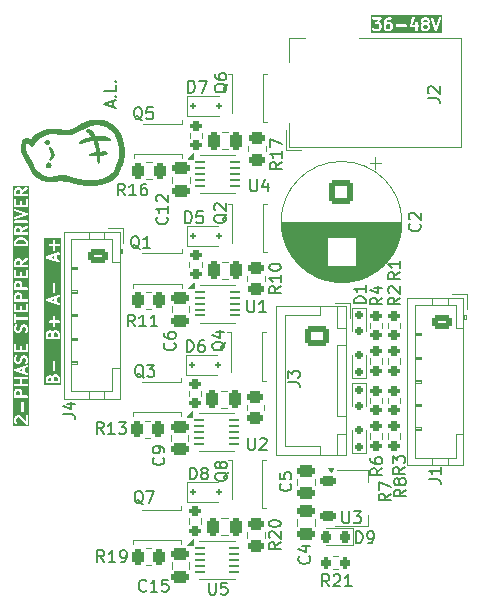
<source format=gto>
G04 #@! TF.GenerationSoftware,KiCad,Pcbnew,9.0.4*
G04 #@! TF.CreationDate,2025-09-21T20:32:14-07:00*
G04 #@! TF.ProjectId,stepper_juicer_v1,73746570-7065-4725-9f6a-75696365725f,rev?*
G04 #@! TF.SameCoordinates,Original*
G04 #@! TF.FileFunction,Legend,Top*
G04 #@! TF.FilePolarity,Positive*
%FSLAX46Y46*%
G04 Gerber Fmt 4.6, Leading zero omitted, Abs format (unit mm)*
G04 Created by KiCad (PCBNEW 9.0.4) date 2025-09-21 20:32:14*
%MOMM*%
%LPD*%
G01*
G04 APERTURE LIST*
G04 Aperture macros list*
%AMRoundRect*
0 Rectangle with rounded corners*
0 $1 Rounding radius*
0 $2 $3 $4 $5 $6 $7 $8 $9 X,Y pos of 4 corners*
0 Add a 4 corners polygon primitive as box body*
4,1,4,$2,$3,$4,$5,$6,$7,$8,$9,$2,$3,0*
0 Add four circle primitives for the rounded corners*
1,1,$1+$1,$2,$3*
1,1,$1+$1,$4,$5*
1,1,$1+$1,$6,$7*
1,1,$1+$1,$8,$9*
0 Add four rect primitives between the rounded corners*
20,1,$1+$1,$2,$3,$4,$5,0*
20,1,$1+$1,$4,$5,$6,$7,0*
20,1,$1+$1,$6,$7,$8,$9,0*
20,1,$1+$1,$8,$9,$2,$3,0*%
%AMFreePoly0*
4,1,9,3.862500,-0.866500,0.737500,-0.866500,0.737500,-0.450000,-0.737500,-0.450000,-0.737500,0.450000,0.737500,0.450000,0.737500,0.866500,3.862500,0.866500,3.862500,-0.866500,3.862500,-0.866500,$1*%
G04 Aperture macros list end*
%ADD10C,0.200000*%
%ADD11C,0.150000*%
%ADD12C,0.120000*%
%ADD13C,0.000000*%
%ADD14RoundRect,0.200000X0.275000X-0.200000X0.275000X0.200000X-0.275000X0.200000X-0.275000X-0.200000X0*%
%ADD15RoundRect,0.250000X0.475000X-0.250000X0.475000X0.250000X-0.475000X0.250000X-0.475000X-0.250000X0*%
%ADD16RoundRect,0.150000X0.200000X-0.150000X0.200000X0.150000X-0.200000X0.150000X-0.200000X-0.150000X0*%
%ADD17C,6.400000*%
%ADD18R,2.000000X4.600000*%
%ADD19O,2.000000X4.200000*%
%ADD20O,4.200000X2.000000*%
%ADD21O,1.750000X1.200000*%
%ADD22RoundRect,0.250000X-0.625000X0.350000X-0.625000X-0.350000X0.625000X-0.350000X0.625000X0.350000X0*%
%ADD23R,0.340000X0.800000*%
%ADD24R,2.290000X1.677500*%
%ADD25C,2.000000*%
%ADD26RoundRect,0.250000X-0.750000X0.750000X-0.750000X-0.750000X0.750000X-0.750000X0.750000X0.750000X0*%
%ADD27RoundRect,0.150000X-0.200000X0.150000X-0.200000X-0.150000X0.200000X-0.150000X0.200000X0.150000X0*%
%ADD28RoundRect,0.200000X-0.275000X0.200000X-0.275000X-0.200000X0.275000X-0.200000X0.275000X0.200000X0*%
%ADD29RoundRect,0.062500X-0.350000X-0.062500X0.350000X-0.062500X0.350000X0.062500X-0.350000X0.062500X0*%
%ADD30R,1.700000X2.500000*%
%ADD31RoundRect,0.250000X-0.475000X0.250000X-0.475000X-0.250000X0.475000X-0.250000X0.475000X0.250000X0*%
%ADD32RoundRect,0.250000X-0.250000X-0.475000X0.250000X-0.475000X0.250000X0.475000X-0.250000X0.475000X0*%
%ADD33R,1.677500X2.290000*%
%ADD34R,0.800000X0.340000*%
%ADD35RoundRect,0.250000X-0.725000X0.600000X-0.725000X-0.600000X0.725000X-0.600000X0.725000X0.600000X0*%
%ADD36O,1.950000X1.700000*%
%ADD37RoundRect,0.125000X-0.125000X-0.125000X0.125000X-0.125000X0.125000X0.125000X-0.125000X0.125000X0*%
%ADD38RoundRect,0.218750X0.218750X0.256250X-0.218750X0.256250X-0.218750X-0.256250X0.218750X-0.256250X0*%
%ADD39RoundRect,0.250000X-0.450000X0.262500X-0.450000X-0.262500X0.450000X-0.262500X0.450000X0.262500X0*%
%ADD40RoundRect,0.250000X-0.262500X-0.450000X0.262500X-0.450000X0.262500X0.450000X-0.262500X0.450000X0*%
%ADD41RoundRect,0.200000X0.200000X0.275000X-0.200000X0.275000X-0.200000X-0.275000X0.200000X-0.275000X0*%
%ADD42RoundRect,0.225000X-0.425000X-0.225000X0.425000X-0.225000X0.425000X0.225000X-0.425000X0.225000X0*%
%ADD43FreePoly0,0.000000*%
G04 APERTURE END LIST*
D10*
X109581504Y-78327945D02*
X109581504Y-77851755D01*
X109867219Y-78423183D02*
X108867219Y-78089850D01*
X108867219Y-78089850D02*
X109867219Y-77756517D01*
X109771980Y-77423183D02*
X109819600Y-77375564D01*
X109819600Y-77375564D02*
X109867219Y-77423183D01*
X109867219Y-77423183D02*
X109819600Y-77470802D01*
X109819600Y-77470802D02*
X109771980Y-77423183D01*
X109771980Y-77423183D02*
X109867219Y-77423183D01*
X109867219Y-76470803D02*
X109867219Y-76946993D01*
X109867219Y-76946993D02*
X108867219Y-76946993D01*
X109771980Y-76137469D02*
X109819600Y-76089850D01*
X109819600Y-76089850D02*
X109867219Y-76137469D01*
X109867219Y-76137469D02*
X109819600Y-76185088D01*
X109819600Y-76185088D02*
X109771980Y-76137469D01*
X109771980Y-76137469D02*
X109867219Y-76137469D01*
G36*
X101686554Y-102398227D02*
G01*
X101711223Y-102422895D01*
X101741028Y-102482505D01*
X101741028Y-102739850D01*
X101417219Y-102739850D01*
X101417219Y-102482505D01*
X101447024Y-102422895D01*
X101471692Y-102398226D01*
X101531302Y-102368422D01*
X101626945Y-102368422D01*
X101686554Y-102398227D01*
G37*
G36*
X101931504Y-100701107D02*
G01*
X101633446Y-100601755D01*
X101931504Y-100502402D01*
X101931504Y-100701107D01*
G37*
G36*
X101686554Y-94255369D02*
G01*
X101711223Y-94280037D01*
X101741028Y-94339647D01*
X101741028Y-94596992D01*
X101417219Y-94596992D01*
X101417219Y-94339647D01*
X101447024Y-94280037D01*
X101471692Y-94255368D01*
X101531302Y-94225564D01*
X101626945Y-94225564D01*
X101686554Y-94255369D01*
G37*
G36*
X101686554Y-93255369D02*
G01*
X101711223Y-93280037D01*
X101741028Y-93339647D01*
X101741028Y-93596992D01*
X101417219Y-93596992D01*
X101417219Y-93339647D01*
X101447024Y-93280037D01*
X101471692Y-93255368D01*
X101531302Y-93225564D01*
X101626945Y-93225564D01*
X101686554Y-93255369D01*
G37*
G36*
X101686554Y-91350607D02*
G01*
X101711223Y-91375275D01*
X101741028Y-91434885D01*
X101741028Y-91692230D01*
X101417219Y-91692230D01*
X101417219Y-91434885D01*
X101447024Y-91375275D01*
X101471692Y-91350606D01*
X101531302Y-91320802D01*
X101626945Y-91320802D01*
X101686554Y-91350607D01*
G37*
G36*
X102044218Y-89600867D02*
G01*
X102115127Y-89636321D01*
X102182197Y-89703391D01*
X102217219Y-89808456D01*
X102217219Y-89930325D01*
X101417219Y-89930325D01*
X101417219Y-89808457D01*
X101452240Y-89703392D01*
X101519313Y-89636320D01*
X101590218Y-89600867D01*
X101758099Y-89558897D01*
X101876337Y-89558897D01*
X102044218Y-89600867D01*
G37*
G36*
X101686554Y-88588702D02*
G01*
X101711223Y-88613370D01*
X101741028Y-88672980D01*
X101741028Y-88930325D01*
X101417219Y-88930325D01*
X101417219Y-88672980D01*
X101447024Y-88613370D01*
X101471692Y-88588701D01*
X101531302Y-88558897D01*
X101626945Y-88558897D01*
X101686554Y-88588702D01*
G37*
G36*
X101686554Y-85350607D02*
G01*
X101711223Y-85375275D01*
X101741028Y-85434885D01*
X101741028Y-85692230D01*
X101417219Y-85692230D01*
X101417219Y-85434885D01*
X101447024Y-85375275D01*
X101471692Y-85350606D01*
X101531302Y-85320802D01*
X101626945Y-85320802D01*
X101686554Y-85350607D01*
G37*
G36*
X102528330Y-105334754D02*
G01*
X101106108Y-105334754D01*
X101106108Y-104696993D01*
X101217219Y-104696993D01*
X101217219Y-104935088D01*
X101219140Y-104954597D01*
X101220515Y-104957917D01*
X101220770Y-104961501D01*
X101227776Y-104979809D01*
X101275395Y-105075047D01*
X101280680Y-105083443D01*
X101281691Y-105085883D01*
X101283944Y-105088629D01*
X101285838Y-105091637D01*
X101287832Y-105093366D01*
X101294127Y-105101037D01*
X101341746Y-105148655D01*
X101356899Y-105161092D01*
X101392948Y-105176023D01*
X101431966Y-105176023D01*
X101468014Y-105161092D01*
X101495604Y-105133502D01*
X101510535Y-105097454D01*
X101510535Y-105058436D01*
X101495604Y-105022387D01*
X101483167Y-105007234D01*
X101447024Y-104971090D01*
X101417219Y-104911480D01*
X101417219Y-104720600D01*
X101447024Y-104660990D01*
X101471692Y-104636321D01*
X101531302Y-104606517D01*
X101586706Y-104606517D01*
X101691770Y-104641538D01*
X102246508Y-105196275D01*
X102261662Y-105208711D01*
X102297710Y-105223643D01*
X102336728Y-105223643D01*
X102372776Y-105208711D01*
X102400366Y-105181121D01*
X102415298Y-105145073D01*
X102417219Y-105125564D01*
X102417219Y-104506517D01*
X102415298Y-104487008D01*
X102400366Y-104450960D01*
X102372776Y-104423370D01*
X102336728Y-104408438D01*
X102297710Y-104408438D01*
X102261662Y-104423370D01*
X102234072Y-104450960D01*
X102219140Y-104487008D01*
X102217219Y-104506517D01*
X102217219Y-104884142D01*
X101816501Y-104483425D01*
X101801347Y-104470989D01*
X101798028Y-104469614D01*
X101795313Y-104467259D01*
X101777412Y-104459268D01*
X101634556Y-104411649D01*
X101624884Y-104409449D01*
X101622442Y-104408438D01*
X101618903Y-104408089D01*
X101615440Y-104407302D01*
X101612806Y-104407489D01*
X101602933Y-104406517D01*
X101507695Y-104406517D01*
X101488186Y-104408438D01*
X101484865Y-104409813D01*
X101481282Y-104410068D01*
X101462973Y-104417074D01*
X101367736Y-104464693D01*
X101359339Y-104469978D01*
X101356899Y-104470989D01*
X101354153Y-104473242D01*
X101351145Y-104475136D01*
X101349412Y-104477133D01*
X101341746Y-104483426D01*
X101294127Y-104531044D01*
X101287832Y-104538714D01*
X101285838Y-104540444D01*
X101283944Y-104543451D01*
X101281691Y-104546198D01*
X101280680Y-104548637D01*
X101275395Y-104557034D01*
X101227776Y-104652272D01*
X101220770Y-104670580D01*
X101220515Y-104674163D01*
X101219140Y-104677484D01*
X101217219Y-104696993D01*
X101106108Y-104696993D01*
X101106108Y-103316041D01*
X101836266Y-103316041D01*
X101836266Y-104077945D01*
X101838187Y-104097454D01*
X101853119Y-104133502D01*
X101880709Y-104161092D01*
X101916757Y-104176024D01*
X101955775Y-104176024D01*
X101991823Y-104161092D01*
X102019413Y-104133502D01*
X102034345Y-104097454D01*
X102036266Y-104077945D01*
X102036266Y-103316041D01*
X102034345Y-103296532D01*
X102019413Y-103260484D01*
X101991823Y-103232894D01*
X101955775Y-103217962D01*
X101916757Y-103217962D01*
X101880709Y-103232894D01*
X101853119Y-103260484D01*
X101838187Y-103296532D01*
X101836266Y-103316041D01*
X101106108Y-103316041D01*
X101106108Y-102458898D01*
X101217219Y-102458898D01*
X101217219Y-102839850D01*
X101219140Y-102859359D01*
X101234072Y-102895407D01*
X101261662Y-102922997D01*
X101297710Y-102937929D01*
X101317219Y-102939850D01*
X102317219Y-102939850D01*
X102336728Y-102937929D01*
X102372776Y-102922997D01*
X102400366Y-102895407D01*
X102415298Y-102859359D01*
X102415298Y-102820341D01*
X102400366Y-102784293D01*
X102372776Y-102756703D01*
X102336728Y-102741771D01*
X102317219Y-102739850D01*
X101941028Y-102739850D01*
X101941028Y-102458898D01*
X101939107Y-102439389D01*
X101937731Y-102436068D01*
X101937477Y-102432485D01*
X101930471Y-102414176D01*
X101882852Y-102318939D01*
X101877566Y-102310542D01*
X101876556Y-102308102D01*
X101874302Y-102305356D01*
X101872409Y-102302348D01*
X101870411Y-102300615D01*
X101864119Y-102292949D01*
X101816501Y-102245330D01*
X101808830Y-102239035D01*
X101807101Y-102237041D01*
X101804093Y-102235147D01*
X101801347Y-102232894D01*
X101798907Y-102231883D01*
X101790511Y-102226598D01*
X101695273Y-102178979D01*
X101676965Y-102171973D01*
X101673381Y-102171718D01*
X101670061Y-102170343D01*
X101650552Y-102168422D01*
X101507695Y-102168422D01*
X101488186Y-102170343D01*
X101484865Y-102171718D01*
X101481282Y-102171973D01*
X101462973Y-102178979D01*
X101367736Y-102226598D01*
X101359339Y-102231883D01*
X101356899Y-102232894D01*
X101354153Y-102235147D01*
X101351145Y-102237041D01*
X101349412Y-102239038D01*
X101341746Y-102245331D01*
X101294127Y-102292949D01*
X101287832Y-102300619D01*
X101285838Y-102302349D01*
X101283944Y-102305356D01*
X101281691Y-102308103D01*
X101280680Y-102310542D01*
X101275395Y-102318939D01*
X101227776Y-102414177D01*
X101220770Y-102432485D01*
X101220515Y-102436068D01*
X101219140Y-102439389D01*
X101217219Y-102458898D01*
X101106108Y-102458898D01*
X101106108Y-101248913D01*
X101219140Y-101248913D01*
X101219140Y-101287931D01*
X101234072Y-101323979D01*
X101261662Y-101351569D01*
X101297710Y-101366501D01*
X101317219Y-101368422D01*
X101693409Y-101368422D01*
X101693409Y-101739850D01*
X101317219Y-101739850D01*
X101297710Y-101741771D01*
X101261662Y-101756703D01*
X101234072Y-101784293D01*
X101219140Y-101820341D01*
X101219140Y-101859359D01*
X101234072Y-101895407D01*
X101261662Y-101922997D01*
X101297710Y-101937929D01*
X101317219Y-101939850D01*
X102317219Y-101939850D01*
X102336728Y-101937929D01*
X102372776Y-101922997D01*
X102400366Y-101895407D01*
X102415298Y-101859359D01*
X102415298Y-101820341D01*
X102400366Y-101784293D01*
X102372776Y-101756703D01*
X102336728Y-101741771D01*
X102317219Y-101739850D01*
X101893409Y-101739850D01*
X101893409Y-101368422D01*
X102317219Y-101368422D01*
X102336728Y-101366501D01*
X102372776Y-101351569D01*
X102400366Y-101323979D01*
X102415298Y-101287931D01*
X102415298Y-101248913D01*
X102400366Y-101212865D01*
X102372776Y-101185275D01*
X102336728Y-101170343D01*
X102317219Y-101168422D01*
X101317219Y-101168422D01*
X101297710Y-101170343D01*
X101261662Y-101185275D01*
X101234072Y-101212865D01*
X101219140Y-101248913D01*
X101106108Y-101248913D01*
X101106108Y-100589248D01*
X101218004Y-100589248D01*
X101218892Y-100601755D01*
X101218004Y-100614262D01*
X101220263Y-100621040D01*
X101220770Y-100628168D01*
X101226376Y-100639380D01*
X101230342Y-100651278D01*
X101235025Y-100656677D01*
X101238220Y-100663067D01*
X101247691Y-100671282D01*
X101255907Y-100680754D01*
X101262296Y-100683948D01*
X101267696Y-100688632D01*
X101285596Y-100696623D01*
X102285596Y-101029956D01*
X102304711Y-101034303D01*
X102343631Y-101031537D01*
X102378530Y-101014087D01*
X102404095Y-100984611D01*
X102416434Y-100947595D01*
X102413667Y-100908675D01*
X102396218Y-100873776D01*
X102366742Y-100848211D01*
X102348841Y-100840220D01*
X102131504Y-100767774D01*
X102131504Y-100435735D01*
X102348841Y-100363290D01*
X102366742Y-100355299D01*
X102396218Y-100329734D01*
X102413667Y-100294835D01*
X102416434Y-100255915D01*
X102404095Y-100218899D01*
X102378530Y-100189423D01*
X102343631Y-100171973D01*
X102304711Y-100169207D01*
X102285596Y-100173554D01*
X101285596Y-100506887D01*
X101267696Y-100514878D01*
X101262296Y-100519561D01*
X101255907Y-100522756D01*
X101247691Y-100532227D01*
X101238220Y-100540443D01*
X101235025Y-100546832D01*
X101230342Y-100552232D01*
X101226376Y-100564129D01*
X101220770Y-100575342D01*
X101220263Y-100582469D01*
X101218004Y-100589248D01*
X101106108Y-100589248D01*
X101106108Y-99554136D01*
X101217219Y-99554136D01*
X101217219Y-99792231D01*
X101219140Y-99811740D01*
X101220515Y-99815060D01*
X101220770Y-99818644D01*
X101227776Y-99836952D01*
X101275395Y-99932190D01*
X101280680Y-99940586D01*
X101281691Y-99943026D01*
X101283944Y-99945772D01*
X101285838Y-99948780D01*
X101287832Y-99950509D01*
X101294127Y-99958180D01*
X101341746Y-100005798D01*
X101349412Y-100012090D01*
X101351145Y-100014088D01*
X101354153Y-100015981D01*
X101356899Y-100018235D01*
X101359339Y-100019245D01*
X101367736Y-100024531D01*
X101462973Y-100072150D01*
X101481282Y-100079156D01*
X101484865Y-100079410D01*
X101488186Y-100080786D01*
X101507695Y-100082707D01*
X101602933Y-100082707D01*
X101622442Y-100080786D01*
X101625762Y-100079410D01*
X101629346Y-100079156D01*
X101647654Y-100072150D01*
X101742892Y-100024531D01*
X101751288Y-100019245D01*
X101753728Y-100018235D01*
X101756474Y-100015981D01*
X101759482Y-100014088D01*
X101761211Y-100012093D01*
X101768882Y-100005799D01*
X101816500Y-99958180D01*
X101822792Y-99950513D01*
X101824790Y-99948781D01*
X101826683Y-99945772D01*
X101828937Y-99943027D01*
X101829947Y-99940586D01*
X101835233Y-99932190D01*
X101882852Y-99836953D01*
X101883398Y-99835524D01*
X101883828Y-99834945D01*
X101886749Y-99826768D01*
X101889858Y-99818644D01*
X101889909Y-99817923D01*
X101890423Y-99816485D01*
X101935379Y-99636659D01*
X101970833Y-99565752D01*
X101995501Y-99541083D01*
X102055111Y-99511279D01*
X102103135Y-99511279D01*
X102162746Y-99541085D01*
X102187414Y-99565752D01*
X102217219Y-99625362D01*
X102217219Y-99823623D01*
X102174732Y-99951084D01*
X102170385Y-99970200D01*
X102173151Y-100009120D01*
X102190601Y-100044019D01*
X102220077Y-100069584D01*
X102257093Y-100081922D01*
X102296013Y-100079156D01*
X102330912Y-100061706D01*
X102356477Y-100032230D01*
X102364468Y-100014330D01*
X102412087Y-99871473D01*
X102414286Y-99861800D01*
X102415298Y-99859359D01*
X102415646Y-99855821D01*
X102416434Y-99852358D01*
X102416246Y-99849723D01*
X102417219Y-99839850D01*
X102417219Y-99601755D01*
X102415298Y-99582246D01*
X102413922Y-99578925D01*
X102413668Y-99575342D01*
X102406662Y-99557033D01*
X102359043Y-99461796D01*
X102353757Y-99453399D01*
X102352747Y-99450959D01*
X102350493Y-99448213D01*
X102348600Y-99445205D01*
X102346603Y-99443473D01*
X102340310Y-99435805D01*
X102292690Y-99388187D01*
X102285020Y-99381892D01*
X102283291Y-99379898D01*
X102280286Y-99378006D01*
X102277537Y-99375750D01*
X102275093Y-99374738D01*
X102266701Y-99369455D01*
X102171463Y-99321836D01*
X102153155Y-99314830D01*
X102149571Y-99314575D01*
X102146251Y-99313200D01*
X102126742Y-99311279D01*
X102031504Y-99311279D01*
X102011995Y-99313200D01*
X102008674Y-99314575D01*
X102005091Y-99314830D01*
X101986782Y-99321836D01*
X101891545Y-99369455D01*
X101883148Y-99374740D01*
X101880708Y-99375751D01*
X101877962Y-99378004D01*
X101874954Y-99379898D01*
X101873221Y-99381895D01*
X101865555Y-99388188D01*
X101817936Y-99435806D01*
X101811641Y-99443476D01*
X101809647Y-99445206D01*
X101807753Y-99448213D01*
X101805500Y-99450960D01*
X101804489Y-99453399D01*
X101799204Y-99461796D01*
X101751585Y-99557034D01*
X101751039Y-99558460D01*
X101750609Y-99559041D01*
X101747687Y-99567217D01*
X101744579Y-99575342D01*
X101744527Y-99576064D01*
X101744014Y-99577502D01*
X101699057Y-99757326D01*
X101663604Y-99828233D01*
X101638935Y-99852901D01*
X101579326Y-99882707D01*
X101531302Y-99882707D01*
X101471692Y-99852902D01*
X101447024Y-99828233D01*
X101417219Y-99768623D01*
X101417219Y-99570363D01*
X101459706Y-99442902D01*
X101464053Y-99423787D01*
X101461287Y-99384867D01*
X101443837Y-99349968D01*
X101414361Y-99324403D01*
X101377345Y-99312064D01*
X101338425Y-99314831D01*
X101303526Y-99332280D01*
X101277961Y-99361756D01*
X101269970Y-99379657D01*
X101222351Y-99522513D01*
X101220151Y-99532184D01*
X101219140Y-99534627D01*
X101218791Y-99538165D01*
X101218004Y-99541629D01*
X101218191Y-99544262D01*
X101217219Y-99554136D01*
X101106108Y-99554136D01*
X101106108Y-98506517D01*
X101217219Y-98506517D01*
X101217219Y-98982707D01*
X101219140Y-99002216D01*
X101234072Y-99038264D01*
X101261662Y-99065854D01*
X101297710Y-99080786D01*
X101317219Y-99082707D01*
X102317219Y-99082707D01*
X102336728Y-99080786D01*
X102372776Y-99065854D01*
X102400366Y-99038264D01*
X102415298Y-99002216D01*
X102417219Y-98982707D01*
X102417219Y-98506517D01*
X102415298Y-98487008D01*
X102400366Y-98450960D01*
X102372776Y-98423370D01*
X102336728Y-98408438D01*
X102297710Y-98408438D01*
X102261662Y-98423370D01*
X102234072Y-98450960D01*
X102219140Y-98487008D01*
X102217219Y-98506517D01*
X102217219Y-98882707D01*
X101893409Y-98882707D01*
X101893409Y-98649374D01*
X101891488Y-98629865D01*
X101876556Y-98593817D01*
X101848966Y-98566227D01*
X101812918Y-98551295D01*
X101773900Y-98551295D01*
X101737852Y-98566227D01*
X101710262Y-98593817D01*
X101695330Y-98629865D01*
X101693409Y-98649374D01*
X101693409Y-98882707D01*
X101417219Y-98882707D01*
X101417219Y-98506517D01*
X101415298Y-98487008D01*
X101400366Y-98450960D01*
X101372776Y-98423370D01*
X101336728Y-98408438D01*
X101297710Y-98408438D01*
X101261662Y-98423370D01*
X101234072Y-98450960D01*
X101219140Y-98487008D01*
X101217219Y-98506517D01*
X101106108Y-98506517D01*
X101106108Y-96935088D01*
X101217219Y-96935088D01*
X101217219Y-97173183D01*
X101219140Y-97192692D01*
X101220515Y-97196012D01*
X101220770Y-97199596D01*
X101227776Y-97217904D01*
X101275395Y-97313142D01*
X101280680Y-97321538D01*
X101281691Y-97323978D01*
X101283944Y-97326724D01*
X101285838Y-97329732D01*
X101287832Y-97331461D01*
X101294127Y-97339132D01*
X101341746Y-97386750D01*
X101349412Y-97393042D01*
X101351145Y-97395040D01*
X101354153Y-97396933D01*
X101356899Y-97399187D01*
X101359339Y-97400197D01*
X101367736Y-97405483D01*
X101462973Y-97453102D01*
X101481282Y-97460108D01*
X101484865Y-97460362D01*
X101488186Y-97461738D01*
X101507695Y-97463659D01*
X101602933Y-97463659D01*
X101622442Y-97461738D01*
X101625762Y-97460362D01*
X101629346Y-97460108D01*
X101647654Y-97453102D01*
X101742892Y-97405483D01*
X101751288Y-97400197D01*
X101753728Y-97399187D01*
X101756474Y-97396933D01*
X101759482Y-97395040D01*
X101761211Y-97393045D01*
X101768882Y-97386751D01*
X101816500Y-97339132D01*
X101822792Y-97331465D01*
X101824790Y-97329733D01*
X101826683Y-97326724D01*
X101828937Y-97323979D01*
X101829947Y-97321538D01*
X101835233Y-97313142D01*
X101882852Y-97217905D01*
X101883398Y-97216476D01*
X101883828Y-97215897D01*
X101886749Y-97207720D01*
X101889858Y-97199596D01*
X101889909Y-97198875D01*
X101890423Y-97197437D01*
X101935379Y-97017611D01*
X101970833Y-96946704D01*
X101995501Y-96922035D01*
X102055111Y-96892231D01*
X102103135Y-96892231D01*
X102162746Y-96922037D01*
X102187414Y-96946704D01*
X102217219Y-97006314D01*
X102217219Y-97204575D01*
X102174732Y-97332036D01*
X102170385Y-97351152D01*
X102173151Y-97390072D01*
X102190601Y-97424971D01*
X102220077Y-97450536D01*
X102257093Y-97462874D01*
X102296013Y-97460108D01*
X102330912Y-97442658D01*
X102356477Y-97413182D01*
X102364468Y-97395282D01*
X102412087Y-97252425D01*
X102414286Y-97242752D01*
X102415298Y-97240311D01*
X102415646Y-97236773D01*
X102416434Y-97233310D01*
X102416246Y-97230675D01*
X102417219Y-97220802D01*
X102417219Y-96982707D01*
X102415298Y-96963198D01*
X102413922Y-96959877D01*
X102413668Y-96956294D01*
X102406662Y-96937985D01*
X102359043Y-96842748D01*
X102353757Y-96834351D01*
X102352747Y-96831911D01*
X102350493Y-96829165D01*
X102348600Y-96826157D01*
X102346603Y-96824425D01*
X102340310Y-96816757D01*
X102292690Y-96769139D01*
X102285020Y-96762844D01*
X102283291Y-96760850D01*
X102280286Y-96758958D01*
X102277537Y-96756702D01*
X102275093Y-96755690D01*
X102266701Y-96750407D01*
X102171463Y-96702788D01*
X102153155Y-96695782D01*
X102149571Y-96695527D01*
X102146251Y-96694152D01*
X102126742Y-96692231D01*
X102031504Y-96692231D01*
X102011995Y-96694152D01*
X102008674Y-96695527D01*
X102005091Y-96695782D01*
X101986782Y-96702788D01*
X101891545Y-96750407D01*
X101883148Y-96755692D01*
X101880708Y-96756703D01*
X101877962Y-96758956D01*
X101874954Y-96760850D01*
X101873221Y-96762847D01*
X101865555Y-96769140D01*
X101817936Y-96816758D01*
X101811641Y-96824428D01*
X101809647Y-96826158D01*
X101807753Y-96829165D01*
X101805500Y-96831912D01*
X101804489Y-96834351D01*
X101799204Y-96842748D01*
X101751585Y-96937986D01*
X101751039Y-96939412D01*
X101750609Y-96939993D01*
X101747687Y-96948169D01*
X101744579Y-96956294D01*
X101744527Y-96957016D01*
X101744014Y-96958454D01*
X101699057Y-97138278D01*
X101663604Y-97209185D01*
X101638935Y-97233853D01*
X101579326Y-97263659D01*
X101531302Y-97263659D01*
X101471692Y-97233854D01*
X101447024Y-97209185D01*
X101417219Y-97149575D01*
X101417219Y-96951315D01*
X101459706Y-96823854D01*
X101464053Y-96804739D01*
X101461287Y-96765819D01*
X101443837Y-96730920D01*
X101414361Y-96705355D01*
X101377345Y-96693016D01*
X101338425Y-96695783D01*
X101303526Y-96713232D01*
X101277961Y-96742708D01*
X101269970Y-96760609D01*
X101222351Y-96903465D01*
X101220151Y-96913136D01*
X101219140Y-96915579D01*
X101218791Y-96919117D01*
X101218004Y-96922581D01*
X101218191Y-96925214D01*
X101217219Y-96935088D01*
X101106108Y-96935088D01*
X101106108Y-95935088D01*
X101217219Y-95935088D01*
X101217219Y-96506516D01*
X101219140Y-96526025D01*
X101234072Y-96562073D01*
X101261662Y-96589663D01*
X101297710Y-96604595D01*
X101336728Y-96604595D01*
X101372776Y-96589663D01*
X101400366Y-96562073D01*
X101415298Y-96526025D01*
X101417219Y-96506516D01*
X101417219Y-96320802D01*
X102317219Y-96320802D01*
X102336728Y-96318881D01*
X102372776Y-96303949D01*
X102400366Y-96276359D01*
X102415298Y-96240311D01*
X102415298Y-96201293D01*
X102400366Y-96165245D01*
X102372776Y-96137655D01*
X102336728Y-96122723D01*
X102317219Y-96120802D01*
X101417219Y-96120802D01*
X101417219Y-95935088D01*
X101415298Y-95915579D01*
X101400366Y-95879531D01*
X101372776Y-95851941D01*
X101336728Y-95837009D01*
X101297710Y-95837009D01*
X101261662Y-95851941D01*
X101234072Y-95879531D01*
X101219140Y-95915579D01*
X101217219Y-95935088D01*
X101106108Y-95935088D01*
X101106108Y-95125564D01*
X101217219Y-95125564D01*
X101217219Y-95601754D01*
X101219140Y-95621263D01*
X101234072Y-95657311D01*
X101261662Y-95684901D01*
X101297710Y-95699833D01*
X101317219Y-95701754D01*
X102317219Y-95701754D01*
X102336728Y-95699833D01*
X102372776Y-95684901D01*
X102400366Y-95657311D01*
X102415298Y-95621263D01*
X102417219Y-95601754D01*
X102417219Y-95125564D01*
X102415298Y-95106055D01*
X102400366Y-95070007D01*
X102372776Y-95042417D01*
X102336728Y-95027485D01*
X102297710Y-95027485D01*
X102261662Y-95042417D01*
X102234072Y-95070007D01*
X102219140Y-95106055D01*
X102217219Y-95125564D01*
X102217219Y-95501754D01*
X101893409Y-95501754D01*
X101893409Y-95268421D01*
X101891488Y-95248912D01*
X101876556Y-95212864D01*
X101848966Y-95185274D01*
X101812918Y-95170342D01*
X101773900Y-95170342D01*
X101737852Y-95185274D01*
X101710262Y-95212864D01*
X101695330Y-95248912D01*
X101693409Y-95268421D01*
X101693409Y-95501754D01*
X101417219Y-95501754D01*
X101417219Y-95125564D01*
X101415298Y-95106055D01*
X101400366Y-95070007D01*
X101372776Y-95042417D01*
X101336728Y-95027485D01*
X101297710Y-95027485D01*
X101261662Y-95042417D01*
X101234072Y-95070007D01*
X101219140Y-95106055D01*
X101217219Y-95125564D01*
X101106108Y-95125564D01*
X101106108Y-94316040D01*
X101217219Y-94316040D01*
X101217219Y-94696992D01*
X101219140Y-94716501D01*
X101234072Y-94752549D01*
X101261662Y-94780139D01*
X101297710Y-94795071D01*
X101317219Y-94796992D01*
X102317219Y-94796992D01*
X102336728Y-94795071D01*
X102372776Y-94780139D01*
X102400366Y-94752549D01*
X102415298Y-94716501D01*
X102415298Y-94677483D01*
X102400366Y-94641435D01*
X102372776Y-94613845D01*
X102336728Y-94598913D01*
X102317219Y-94596992D01*
X101941028Y-94596992D01*
X101941028Y-94316040D01*
X101939107Y-94296531D01*
X101937731Y-94293210D01*
X101937477Y-94289627D01*
X101930471Y-94271318D01*
X101882852Y-94176081D01*
X101877566Y-94167684D01*
X101876556Y-94165244D01*
X101874302Y-94162498D01*
X101872409Y-94159490D01*
X101870411Y-94157757D01*
X101864119Y-94150091D01*
X101816501Y-94102472D01*
X101808830Y-94096177D01*
X101807101Y-94094183D01*
X101804093Y-94092289D01*
X101801347Y-94090036D01*
X101798907Y-94089025D01*
X101790511Y-94083740D01*
X101695273Y-94036121D01*
X101676965Y-94029115D01*
X101673381Y-94028860D01*
X101670061Y-94027485D01*
X101650552Y-94025564D01*
X101507695Y-94025564D01*
X101488186Y-94027485D01*
X101484865Y-94028860D01*
X101481282Y-94029115D01*
X101462973Y-94036121D01*
X101367736Y-94083740D01*
X101359339Y-94089025D01*
X101356899Y-94090036D01*
X101354153Y-94092289D01*
X101351145Y-94094183D01*
X101349412Y-94096180D01*
X101341746Y-94102473D01*
X101294127Y-94150091D01*
X101287832Y-94157761D01*
X101285838Y-94159491D01*
X101283944Y-94162498D01*
X101281691Y-94165245D01*
X101280680Y-94167684D01*
X101275395Y-94176081D01*
X101227776Y-94271319D01*
X101220770Y-94289627D01*
X101220515Y-94293210D01*
X101219140Y-94296531D01*
X101217219Y-94316040D01*
X101106108Y-94316040D01*
X101106108Y-93316040D01*
X101217219Y-93316040D01*
X101217219Y-93696992D01*
X101219140Y-93716501D01*
X101234072Y-93752549D01*
X101261662Y-93780139D01*
X101297710Y-93795071D01*
X101317219Y-93796992D01*
X102317219Y-93796992D01*
X102336728Y-93795071D01*
X102372776Y-93780139D01*
X102400366Y-93752549D01*
X102415298Y-93716501D01*
X102415298Y-93677483D01*
X102400366Y-93641435D01*
X102372776Y-93613845D01*
X102336728Y-93598913D01*
X102317219Y-93596992D01*
X101941028Y-93596992D01*
X101941028Y-93316040D01*
X101939107Y-93296531D01*
X101937731Y-93293210D01*
X101937477Y-93289627D01*
X101930471Y-93271318D01*
X101882852Y-93176081D01*
X101877566Y-93167684D01*
X101876556Y-93165244D01*
X101874302Y-93162498D01*
X101872409Y-93159490D01*
X101870411Y-93157757D01*
X101864119Y-93150091D01*
X101816501Y-93102472D01*
X101808830Y-93096177D01*
X101807101Y-93094183D01*
X101804093Y-93092289D01*
X101801347Y-93090036D01*
X101798907Y-93089025D01*
X101790511Y-93083740D01*
X101695273Y-93036121D01*
X101676965Y-93029115D01*
X101673381Y-93028860D01*
X101670061Y-93027485D01*
X101650552Y-93025564D01*
X101507695Y-93025564D01*
X101488186Y-93027485D01*
X101484865Y-93028860D01*
X101481282Y-93029115D01*
X101462973Y-93036121D01*
X101367736Y-93083740D01*
X101359339Y-93089025D01*
X101356899Y-93090036D01*
X101354153Y-93092289D01*
X101351145Y-93094183D01*
X101349412Y-93096180D01*
X101341746Y-93102473D01*
X101294127Y-93150091D01*
X101287832Y-93157761D01*
X101285838Y-93159491D01*
X101283944Y-93162498D01*
X101281691Y-93165245D01*
X101280680Y-93167684D01*
X101275395Y-93176081D01*
X101227776Y-93271319D01*
X101220770Y-93289627D01*
X101220515Y-93293210D01*
X101219140Y-93296531D01*
X101217219Y-93316040D01*
X101106108Y-93316040D01*
X101106108Y-92220802D01*
X101217219Y-92220802D01*
X101217219Y-92696992D01*
X101219140Y-92716501D01*
X101234072Y-92752549D01*
X101261662Y-92780139D01*
X101297710Y-92795071D01*
X101317219Y-92796992D01*
X102317219Y-92796992D01*
X102336728Y-92795071D01*
X102372776Y-92780139D01*
X102400366Y-92752549D01*
X102415298Y-92716501D01*
X102417219Y-92696992D01*
X102417219Y-92220802D01*
X102415298Y-92201293D01*
X102400366Y-92165245D01*
X102372776Y-92137655D01*
X102336728Y-92122723D01*
X102297710Y-92122723D01*
X102261662Y-92137655D01*
X102234072Y-92165245D01*
X102219140Y-92201293D01*
X102217219Y-92220802D01*
X102217219Y-92596992D01*
X101893409Y-92596992D01*
X101893409Y-92363659D01*
X101891488Y-92344150D01*
X101876556Y-92308102D01*
X101848966Y-92280512D01*
X101812918Y-92265580D01*
X101773900Y-92265580D01*
X101737852Y-92280512D01*
X101710262Y-92308102D01*
X101695330Y-92344150D01*
X101693409Y-92363659D01*
X101693409Y-92596992D01*
X101417219Y-92596992D01*
X101417219Y-92220802D01*
X101415298Y-92201293D01*
X101400366Y-92165245D01*
X101372776Y-92137655D01*
X101336728Y-92122723D01*
X101297710Y-92122723D01*
X101261662Y-92137655D01*
X101234072Y-92165245D01*
X101219140Y-92201293D01*
X101217219Y-92220802D01*
X101106108Y-92220802D01*
X101106108Y-91411278D01*
X101217219Y-91411278D01*
X101217219Y-91792230D01*
X101219140Y-91811739D01*
X101234072Y-91847787D01*
X101261662Y-91875377D01*
X101297710Y-91890309D01*
X101317219Y-91892230D01*
X102317219Y-91892230D01*
X102336728Y-91890309D01*
X102372776Y-91875377D01*
X102400366Y-91847787D01*
X102415298Y-91811739D01*
X102415298Y-91772721D01*
X102400366Y-91736673D01*
X102372776Y-91709083D01*
X102336728Y-91694151D01*
X102317219Y-91692230D01*
X101941028Y-91692230D01*
X101941028Y-91606200D01*
X102374565Y-91302725D01*
X102389446Y-91289964D01*
X102410415Y-91257059D01*
X102417196Y-91218634D01*
X102408756Y-91180540D01*
X102386381Y-91148575D01*
X102353476Y-91127606D01*
X102315052Y-91120825D01*
X102276957Y-91129265D01*
X102259873Y-91138879D01*
X101931347Y-91368846D01*
X101930471Y-91366556D01*
X101882852Y-91271319D01*
X101877566Y-91262922D01*
X101876556Y-91260482D01*
X101874302Y-91257736D01*
X101872409Y-91254728D01*
X101870411Y-91252995D01*
X101864119Y-91245329D01*
X101816501Y-91197710D01*
X101808830Y-91191415D01*
X101807101Y-91189421D01*
X101804093Y-91187527D01*
X101801347Y-91185274D01*
X101798907Y-91184263D01*
X101790511Y-91178978D01*
X101695273Y-91131359D01*
X101676965Y-91124353D01*
X101673381Y-91124098D01*
X101670061Y-91122723D01*
X101650552Y-91120802D01*
X101507695Y-91120802D01*
X101488186Y-91122723D01*
X101484865Y-91124098D01*
X101481282Y-91124353D01*
X101462973Y-91131359D01*
X101367736Y-91178978D01*
X101359339Y-91184263D01*
X101356899Y-91185274D01*
X101354153Y-91187527D01*
X101351145Y-91189421D01*
X101349412Y-91191418D01*
X101341746Y-91197711D01*
X101294127Y-91245329D01*
X101287832Y-91252999D01*
X101285838Y-91254729D01*
X101283944Y-91257736D01*
X101281691Y-91260483D01*
X101280680Y-91262922D01*
X101275395Y-91271319D01*
X101227776Y-91366557D01*
X101220770Y-91384865D01*
X101220515Y-91388448D01*
X101219140Y-91391769D01*
X101217219Y-91411278D01*
X101106108Y-91411278D01*
X101106108Y-89792230D01*
X101217219Y-89792230D01*
X101217219Y-90030325D01*
X101219140Y-90049834D01*
X101234072Y-90085882D01*
X101261662Y-90113472D01*
X101297710Y-90128404D01*
X101317219Y-90130325D01*
X102317219Y-90130325D01*
X102336728Y-90128404D01*
X102372776Y-90113472D01*
X102400366Y-90085882D01*
X102415298Y-90049834D01*
X102417219Y-90030325D01*
X102417219Y-89792230D01*
X102416246Y-89782356D01*
X102416434Y-89779722D01*
X102415646Y-89776258D01*
X102415298Y-89772721D01*
X102414286Y-89770279D01*
X102412087Y-89760607D01*
X102364468Y-89617750D01*
X102356477Y-89599850D01*
X102354122Y-89597134D01*
X102352747Y-89593815D01*
X102340311Y-89578662D01*
X102245071Y-89483424D01*
X102237401Y-89477129D01*
X102235672Y-89475135D01*
X102232667Y-89473243D01*
X102229918Y-89470987D01*
X102227474Y-89469974D01*
X102219082Y-89464692D01*
X102123844Y-89417073D01*
X102122417Y-89416527D01*
X102121837Y-89416097D01*
X102113660Y-89413175D01*
X102105536Y-89410067D01*
X102104813Y-89410015D01*
X102103376Y-89409502D01*
X101912901Y-89361883D01*
X101909519Y-89361382D01*
X101908156Y-89360818D01*
X101900805Y-89360094D01*
X101893508Y-89359015D01*
X101892049Y-89359232D01*
X101888647Y-89358897D01*
X101745790Y-89358897D01*
X101742387Y-89359232D01*
X101740929Y-89359015D01*
X101733631Y-89360094D01*
X101726281Y-89360818D01*
X101724917Y-89361382D01*
X101721536Y-89361883D01*
X101531060Y-89409502D01*
X101529621Y-89410015D01*
X101528901Y-89410067D01*
X101520776Y-89413175D01*
X101512600Y-89416097D01*
X101512020Y-89416526D01*
X101510592Y-89417073D01*
X101415355Y-89464692D01*
X101406956Y-89469978D01*
X101404519Y-89470988D01*
X101401775Y-89473239D01*
X101398764Y-89475135D01*
X101397031Y-89477132D01*
X101389365Y-89483424D01*
X101294127Y-89578662D01*
X101281691Y-89593816D01*
X101280316Y-89597134D01*
X101277961Y-89599850D01*
X101269970Y-89617751D01*
X101222351Y-89760607D01*
X101220151Y-89770278D01*
X101219140Y-89772721D01*
X101218791Y-89776259D01*
X101218004Y-89779723D01*
X101218191Y-89782356D01*
X101217219Y-89792230D01*
X101106108Y-89792230D01*
X101106108Y-88649373D01*
X101217219Y-88649373D01*
X101217219Y-89030325D01*
X101219140Y-89049834D01*
X101234072Y-89085882D01*
X101261662Y-89113472D01*
X101297710Y-89128404D01*
X101317219Y-89130325D01*
X102317219Y-89130325D01*
X102336728Y-89128404D01*
X102372776Y-89113472D01*
X102400366Y-89085882D01*
X102415298Y-89049834D01*
X102415298Y-89010816D01*
X102400366Y-88974768D01*
X102372776Y-88947178D01*
X102336728Y-88932246D01*
X102317219Y-88930325D01*
X101941028Y-88930325D01*
X101941028Y-88844295D01*
X102374565Y-88540820D01*
X102389446Y-88528059D01*
X102410415Y-88495154D01*
X102417196Y-88456729D01*
X102408756Y-88418635D01*
X102386381Y-88386670D01*
X102353476Y-88365701D01*
X102315052Y-88358920D01*
X102276957Y-88367360D01*
X102259873Y-88376974D01*
X101931347Y-88606941D01*
X101930471Y-88604651D01*
X101882852Y-88509414D01*
X101877566Y-88501017D01*
X101876556Y-88498577D01*
X101874302Y-88495831D01*
X101872409Y-88492823D01*
X101870411Y-88491090D01*
X101864119Y-88483424D01*
X101816501Y-88435805D01*
X101808830Y-88429510D01*
X101807101Y-88427516D01*
X101804093Y-88425622D01*
X101801347Y-88423369D01*
X101798907Y-88422358D01*
X101790511Y-88417073D01*
X101695273Y-88369454D01*
X101676965Y-88362448D01*
X101673381Y-88362193D01*
X101670061Y-88360818D01*
X101650552Y-88358897D01*
X101507695Y-88358897D01*
X101488186Y-88360818D01*
X101484865Y-88362193D01*
X101481282Y-88362448D01*
X101462973Y-88369454D01*
X101367736Y-88417073D01*
X101359339Y-88422358D01*
X101356899Y-88423369D01*
X101354153Y-88425622D01*
X101351145Y-88427516D01*
X101349412Y-88429513D01*
X101341746Y-88435806D01*
X101294127Y-88483424D01*
X101287832Y-88491094D01*
X101285838Y-88492824D01*
X101283944Y-88495831D01*
X101281691Y-88498578D01*
X101280680Y-88501017D01*
X101275395Y-88509414D01*
X101227776Y-88604652D01*
X101220770Y-88622960D01*
X101220515Y-88626543D01*
X101219140Y-88629864D01*
X101217219Y-88649373D01*
X101106108Y-88649373D01*
X101106108Y-88010816D01*
X101219140Y-88010816D01*
X101219140Y-88049834D01*
X101234072Y-88085882D01*
X101261662Y-88113472D01*
X101297710Y-88128404D01*
X101317219Y-88130325D01*
X102317219Y-88130325D01*
X102336728Y-88128404D01*
X102372776Y-88113472D01*
X102400366Y-88085882D01*
X102415298Y-88049834D01*
X102415298Y-88010816D01*
X102400366Y-87974768D01*
X102372776Y-87947178D01*
X102336728Y-87932246D01*
X102317219Y-87930325D01*
X101317219Y-87930325D01*
X101297710Y-87932246D01*
X101261662Y-87947178D01*
X101234072Y-87974768D01*
X101219140Y-88010816D01*
X101106108Y-88010816D01*
X101106108Y-87017819D01*
X101218004Y-87017819D01*
X101220770Y-87056739D01*
X101238220Y-87091638D01*
X101267696Y-87117203D01*
X101285596Y-87125194D01*
X102000991Y-87363659D01*
X101285596Y-87602124D01*
X101267696Y-87610115D01*
X101238220Y-87635680D01*
X101220770Y-87670579D01*
X101218004Y-87709499D01*
X101230342Y-87746515D01*
X101255907Y-87775991D01*
X101290806Y-87793441D01*
X101329726Y-87796207D01*
X101348842Y-87791860D01*
X102348841Y-87458527D01*
X102366742Y-87450536D01*
X102372143Y-87445851D01*
X102378530Y-87442658D01*
X102386742Y-87433189D01*
X102396218Y-87424971D01*
X102399413Y-87418579D01*
X102404095Y-87413182D01*
X102408061Y-87401284D01*
X102413667Y-87390072D01*
X102414173Y-87382947D01*
X102416434Y-87376166D01*
X102415544Y-87363659D01*
X102416434Y-87351152D01*
X102414173Y-87344370D01*
X102413667Y-87337246D01*
X102408061Y-87326033D01*
X102404095Y-87314136D01*
X102399413Y-87308738D01*
X102396218Y-87302347D01*
X102386742Y-87294128D01*
X102378530Y-87284660D01*
X102372143Y-87281466D01*
X102366742Y-87276782D01*
X102348841Y-87268791D01*
X101348842Y-86935458D01*
X101329726Y-86931111D01*
X101290806Y-86933877D01*
X101255907Y-86951327D01*
X101230342Y-86980803D01*
X101218004Y-87017819D01*
X101106108Y-87017819D01*
X101106108Y-86220802D01*
X101217219Y-86220802D01*
X101217219Y-86696992D01*
X101219140Y-86716501D01*
X101234072Y-86752549D01*
X101261662Y-86780139D01*
X101297710Y-86795071D01*
X101317219Y-86796992D01*
X102317219Y-86796992D01*
X102336728Y-86795071D01*
X102372776Y-86780139D01*
X102400366Y-86752549D01*
X102415298Y-86716501D01*
X102417219Y-86696992D01*
X102417219Y-86220802D01*
X102415298Y-86201293D01*
X102400366Y-86165245D01*
X102372776Y-86137655D01*
X102336728Y-86122723D01*
X102297710Y-86122723D01*
X102261662Y-86137655D01*
X102234072Y-86165245D01*
X102219140Y-86201293D01*
X102217219Y-86220802D01*
X102217219Y-86596992D01*
X101893409Y-86596992D01*
X101893409Y-86363659D01*
X101891488Y-86344150D01*
X101876556Y-86308102D01*
X101848966Y-86280512D01*
X101812918Y-86265580D01*
X101773900Y-86265580D01*
X101737852Y-86280512D01*
X101710262Y-86308102D01*
X101695330Y-86344150D01*
X101693409Y-86363659D01*
X101693409Y-86596992D01*
X101417219Y-86596992D01*
X101417219Y-86220802D01*
X101415298Y-86201293D01*
X101400366Y-86165245D01*
X101372776Y-86137655D01*
X101336728Y-86122723D01*
X101297710Y-86122723D01*
X101261662Y-86137655D01*
X101234072Y-86165245D01*
X101219140Y-86201293D01*
X101217219Y-86220802D01*
X101106108Y-86220802D01*
X101106108Y-85411278D01*
X101217219Y-85411278D01*
X101217219Y-85792230D01*
X101219140Y-85811739D01*
X101234072Y-85847787D01*
X101261662Y-85875377D01*
X101297710Y-85890309D01*
X101317219Y-85892230D01*
X102317219Y-85892230D01*
X102336728Y-85890309D01*
X102372776Y-85875377D01*
X102400366Y-85847787D01*
X102415298Y-85811739D01*
X102415298Y-85772721D01*
X102400366Y-85736673D01*
X102372776Y-85709083D01*
X102336728Y-85694151D01*
X102317219Y-85692230D01*
X101941028Y-85692230D01*
X101941028Y-85606200D01*
X102374565Y-85302725D01*
X102389446Y-85289964D01*
X102410415Y-85257059D01*
X102417196Y-85218634D01*
X102408756Y-85180540D01*
X102386381Y-85148575D01*
X102353476Y-85127606D01*
X102315052Y-85120825D01*
X102276957Y-85129265D01*
X102259873Y-85138879D01*
X101931347Y-85368846D01*
X101930471Y-85366556D01*
X101882852Y-85271319D01*
X101877566Y-85262922D01*
X101876556Y-85260482D01*
X101874302Y-85257736D01*
X101872409Y-85254728D01*
X101870411Y-85252995D01*
X101864119Y-85245329D01*
X101816501Y-85197710D01*
X101808830Y-85191415D01*
X101807101Y-85189421D01*
X101804093Y-85187527D01*
X101801347Y-85185274D01*
X101798907Y-85184263D01*
X101790511Y-85178978D01*
X101695273Y-85131359D01*
X101676965Y-85124353D01*
X101673381Y-85124098D01*
X101670061Y-85122723D01*
X101650552Y-85120802D01*
X101507695Y-85120802D01*
X101488186Y-85122723D01*
X101484865Y-85124098D01*
X101481282Y-85124353D01*
X101462973Y-85131359D01*
X101367736Y-85178978D01*
X101359339Y-85184263D01*
X101356899Y-85185274D01*
X101354153Y-85187527D01*
X101351145Y-85189421D01*
X101349412Y-85191418D01*
X101341746Y-85197711D01*
X101294127Y-85245329D01*
X101287832Y-85252999D01*
X101285838Y-85254729D01*
X101283944Y-85257736D01*
X101281691Y-85260483D01*
X101280680Y-85262922D01*
X101275395Y-85271319D01*
X101227776Y-85366557D01*
X101220770Y-85384865D01*
X101220515Y-85388448D01*
X101219140Y-85391769D01*
X101217219Y-85411278D01*
X101106108Y-85411278D01*
X101106108Y-85009691D01*
X102528330Y-85009691D01*
X102528330Y-105334754D01*
G37*
G36*
X104338935Y-101236322D02*
G01*
X104363604Y-101260990D01*
X104393409Y-101320600D01*
X104393409Y-101530326D01*
X104117219Y-101530326D01*
X104117219Y-101320600D01*
X104147024Y-101260990D01*
X104171692Y-101236321D01*
X104231302Y-101206517D01*
X104279326Y-101206517D01*
X104338935Y-101236322D01*
G37*
G36*
X104862746Y-101188704D02*
G01*
X104887414Y-101213371D01*
X104917219Y-101272981D01*
X104917219Y-101530326D01*
X104593409Y-101530326D01*
X104593409Y-101313220D01*
X104628430Y-101208154D01*
X104647882Y-101188702D01*
X104707492Y-101158898D01*
X104803135Y-101158898D01*
X104862746Y-101188704D01*
G37*
G36*
X104338935Y-97474417D02*
G01*
X104363604Y-97499085D01*
X104393409Y-97558695D01*
X104393409Y-97768421D01*
X104117219Y-97768421D01*
X104117219Y-97558695D01*
X104147024Y-97499085D01*
X104171692Y-97474416D01*
X104231302Y-97444612D01*
X104279326Y-97444612D01*
X104338935Y-97474417D01*
G37*
G36*
X104862746Y-97426799D02*
G01*
X104887414Y-97451466D01*
X104917219Y-97511076D01*
X104917219Y-97768421D01*
X104593409Y-97768421D01*
X104593409Y-97551315D01*
X104628430Y-97446249D01*
X104647882Y-97426797D01*
X104707492Y-97396993D01*
X104803135Y-97396993D01*
X104862746Y-97426799D01*
G37*
G36*
X104631504Y-94777297D02*
G01*
X104333446Y-94677945D01*
X104631504Y-94578592D01*
X104631504Y-94777297D01*
G37*
G36*
X104631504Y-91158249D02*
G01*
X104333446Y-91058897D01*
X104631504Y-90959544D01*
X104631504Y-91158249D01*
G37*
G36*
X105228330Y-101841437D02*
G01*
X103806108Y-101841437D01*
X103806108Y-101296993D01*
X103917219Y-101296993D01*
X103917219Y-101630326D01*
X103919140Y-101649835D01*
X103934072Y-101685883D01*
X103961662Y-101713473D01*
X103997710Y-101728405D01*
X104017219Y-101730326D01*
X105017219Y-101730326D01*
X105036728Y-101728405D01*
X105072776Y-101713473D01*
X105100366Y-101685883D01*
X105115298Y-101649835D01*
X105117219Y-101630326D01*
X105117219Y-101249374D01*
X105115298Y-101229865D01*
X105113922Y-101226544D01*
X105113668Y-101222961D01*
X105106662Y-101204652D01*
X105059043Y-101109415D01*
X105053757Y-101101018D01*
X105052747Y-101098578D01*
X105050493Y-101095832D01*
X105048600Y-101092824D01*
X105046603Y-101091092D01*
X105040310Y-101083424D01*
X104992690Y-101035806D01*
X104985020Y-101029511D01*
X104983291Y-101027517D01*
X104980286Y-101025625D01*
X104977537Y-101023369D01*
X104975093Y-101022357D01*
X104966701Y-101017074D01*
X104871463Y-100969455D01*
X104853155Y-100962449D01*
X104849571Y-100962194D01*
X104846251Y-100960819D01*
X104826742Y-100958898D01*
X104683885Y-100958898D01*
X104664376Y-100960819D01*
X104661055Y-100962194D01*
X104657472Y-100962449D01*
X104639163Y-100969455D01*
X104543926Y-101017074D01*
X104535529Y-101022359D01*
X104533089Y-101023370D01*
X104530343Y-101025623D01*
X104527335Y-101027517D01*
X104525602Y-101029514D01*
X104517936Y-101035807D01*
X104470317Y-101083425D01*
X104469670Y-101084213D01*
X104468882Y-101083425D01*
X104461211Y-101077130D01*
X104459482Y-101075136D01*
X104456474Y-101073242D01*
X104453728Y-101070989D01*
X104451288Y-101069978D01*
X104442892Y-101064693D01*
X104347654Y-101017074D01*
X104329346Y-101010068D01*
X104325762Y-101009813D01*
X104322442Y-101008438D01*
X104302933Y-101006517D01*
X104207695Y-101006517D01*
X104188186Y-101008438D01*
X104184865Y-101009813D01*
X104181282Y-101010068D01*
X104162973Y-101017074D01*
X104067736Y-101064693D01*
X104059339Y-101069978D01*
X104056899Y-101070989D01*
X104054153Y-101073242D01*
X104051145Y-101075136D01*
X104049412Y-101077133D01*
X104041746Y-101083426D01*
X103994127Y-101131044D01*
X103987832Y-101138714D01*
X103985838Y-101140444D01*
X103983944Y-101143451D01*
X103981691Y-101146198D01*
X103980680Y-101148637D01*
X103975395Y-101157034D01*
X103927776Y-101252272D01*
X103920770Y-101270580D01*
X103920515Y-101274163D01*
X103919140Y-101277484D01*
X103917219Y-101296993D01*
X103806108Y-101296993D01*
X103806108Y-99868422D01*
X104536266Y-99868422D01*
X104536266Y-100630326D01*
X104538187Y-100649835D01*
X104553119Y-100685883D01*
X104580709Y-100713473D01*
X104616757Y-100728405D01*
X104655775Y-100728405D01*
X104691823Y-100713473D01*
X104719413Y-100685883D01*
X104734345Y-100649835D01*
X104736266Y-100630326D01*
X104736266Y-99868422D01*
X104734345Y-99848913D01*
X104719413Y-99812865D01*
X104691823Y-99785275D01*
X104655775Y-99770343D01*
X104616757Y-99770343D01*
X104580709Y-99785275D01*
X104553119Y-99812865D01*
X104538187Y-99848913D01*
X104536266Y-99868422D01*
X103806108Y-99868422D01*
X103806108Y-97535088D01*
X103917219Y-97535088D01*
X103917219Y-97868421D01*
X103919140Y-97887930D01*
X103934072Y-97923978D01*
X103961662Y-97951568D01*
X103997710Y-97966500D01*
X104017219Y-97968421D01*
X105017219Y-97968421D01*
X105036728Y-97966500D01*
X105072776Y-97951568D01*
X105100366Y-97923978D01*
X105115298Y-97887930D01*
X105117219Y-97868421D01*
X105117219Y-97487469D01*
X105115298Y-97467960D01*
X105113922Y-97464639D01*
X105113668Y-97461056D01*
X105106662Y-97442747D01*
X105059043Y-97347510D01*
X105053757Y-97339113D01*
X105052747Y-97336673D01*
X105050493Y-97333927D01*
X105048600Y-97330919D01*
X105046603Y-97329187D01*
X105040310Y-97321519D01*
X104992690Y-97273901D01*
X104985020Y-97267606D01*
X104983291Y-97265612D01*
X104980286Y-97263720D01*
X104977537Y-97261464D01*
X104975093Y-97260452D01*
X104966701Y-97255169D01*
X104871463Y-97207550D01*
X104853155Y-97200544D01*
X104849571Y-97200289D01*
X104846251Y-97198914D01*
X104826742Y-97196993D01*
X104683885Y-97196993D01*
X104664376Y-97198914D01*
X104661055Y-97200289D01*
X104657472Y-97200544D01*
X104639163Y-97207550D01*
X104543926Y-97255169D01*
X104535529Y-97260454D01*
X104533089Y-97261465D01*
X104530343Y-97263718D01*
X104527335Y-97265612D01*
X104525602Y-97267609D01*
X104517936Y-97273902D01*
X104470317Y-97321520D01*
X104469670Y-97322308D01*
X104468882Y-97321520D01*
X104461211Y-97315225D01*
X104459482Y-97313231D01*
X104456474Y-97311337D01*
X104453728Y-97309084D01*
X104451288Y-97308073D01*
X104442892Y-97302788D01*
X104347654Y-97255169D01*
X104329346Y-97248163D01*
X104325762Y-97247908D01*
X104322442Y-97246533D01*
X104302933Y-97244612D01*
X104207695Y-97244612D01*
X104188186Y-97246533D01*
X104184865Y-97247908D01*
X104181282Y-97248163D01*
X104162973Y-97255169D01*
X104067736Y-97302788D01*
X104059339Y-97308073D01*
X104056899Y-97309084D01*
X104054153Y-97311337D01*
X104051145Y-97313231D01*
X104049412Y-97315228D01*
X104041746Y-97321521D01*
X103994127Y-97369139D01*
X103987832Y-97376809D01*
X103985838Y-97378539D01*
X103983944Y-97381546D01*
X103981691Y-97384293D01*
X103980680Y-97386732D01*
X103975395Y-97395129D01*
X103927776Y-97490367D01*
X103920770Y-97508675D01*
X103920515Y-97512258D01*
X103919140Y-97515579D01*
X103917219Y-97535088D01*
X103806108Y-97535088D01*
X103806108Y-96467960D01*
X104157235Y-96467960D01*
X104157235Y-96506978D01*
X104172167Y-96543026D01*
X104199757Y-96570616D01*
X104235805Y-96585548D01*
X104255314Y-96587469D01*
X104536266Y-96587469D01*
X104536266Y-96868421D01*
X104538187Y-96887930D01*
X104553119Y-96923978D01*
X104580709Y-96951568D01*
X104616757Y-96966500D01*
X104655775Y-96966500D01*
X104691823Y-96951568D01*
X104719413Y-96923978D01*
X104734345Y-96887930D01*
X104736266Y-96868421D01*
X104736266Y-96587469D01*
X105017219Y-96587469D01*
X105036728Y-96585548D01*
X105072776Y-96570616D01*
X105100366Y-96543026D01*
X105115298Y-96506978D01*
X105115298Y-96467960D01*
X105100366Y-96431912D01*
X105072776Y-96404322D01*
X105036728Y-96389390D01*
X105017219Y-96387469D01*
X104736266Y-96387469D01*
X104736266Y-96106517D01*
X104734345Y-96087008D01*
X104719413Y-96050960D01*
X104691823Y-96023370D01*
X104655775Y-96008438D01*
X104616757Y-96008438D01*
X104580709Y-96023370D01*
X104553119Y-96050960D01*
X104538187Y-96087008D01*
X104536266Y-96106517D01*
X104536266Y-96387469D01*
X104255314Y-96387469D01*
X104235805Y-96389390D01*
X104199757Y-96404322D01*
X104172167Y-96431912D01*
X104157235Y-96467960D01*
X103806108Y-96467960D01*
X103806108Y-94665438D01*
X103918004Y-94665438D01*
X103918892Y-94677945D01*
X103918004Y-94690452D01*
X103920263Y-94697230D01*
X103920770Y-94704358D01*
X103926376Y-94715570D01*
X103930342Y-94727468D01*
X103935025Y-94732867D01*
X103938220Y-94739257D01*
X103947691Y-94747472D01*
X103955907Y-94756944D01*
X103962296Y-94760138D01*
X103967696Y-94764822D01*
X103985596Y-94772813D01*
X104985596Y-95106146D01*
X105004711Y-95110493D01*
X105043631Y-95107727D01*
X105078530Y-95090277D01*
X105104095Y-95060801D01*
X105116434Y-95023785D01*
X105113667Y-94984865D01*
X105096218Y-94949966D01*
X105066742Y-94924401D01*
X105048841Y-94916410D01*
X104831504Y-94843964D01*
X104831504Y-94511925D01*
X105048841Y-94439480D01*
X105066742Y-94431489D01*
X105096218Y-94405924D01*
X105113667Y-94371025D01*
X105116434Y-94332105D01*
X105104095Y-94295089D01*
X105078530Y-94265613D01*
X105043631Y-94248163D01*
X105004711Y-94245397D01*
X104985596Y-94249744D01*
X103985596Y-94583077D01*
X103967696Y-94591068D01*
X103962296Y-94595751D01*
X103955907Y-94598946D01*
X103947691Y-94608417D01*
X103938220Y-94616633D01*
X103935025Y-94623022D01*
X103930342Y-94628422D01*
X103926376Y-94640319D01*
X103920770Y-94651532D01*
X103920263Y-94658659D01*
X103918004Y-94665438D01*
X103806108Y-94665438D01*
X103806108Y-93249374D01*
X104536266Y-93249374D01*
X104536266Y-94011278D01*
X104538187Y-94030787D01*
X104553119Y-94066835D01*
X104580709Y-94094425D01*
X104616757Y-94109357D01*
X104655775Y-94109357D01*
X104691823Y-94094425D01*
X104719413Y-94066835D01*
X104734345Y-94030787D01*
X104736266Y-94011278D01*
X104736266Y-93249374D01*
X104734345Y-93229865D01*
X104719413Y-93193817D01*
X104691823Y-93166227D01*
X104655775Y-93151295D01*
X104616757Y-93151295D01*
X104580709Y-93166227D01*
X104553119Y-93193817D01*
X104538187Y-93229865D01*
X104536266Y-93249374D01*
X103806108Y-93249374D01*
X103806108Y-91046390D01*
X103918004Y-91046390D01*
X103918892Y-91058897D01*
X103918004Y-91071404D01*
X103920263Y-91078182D01*
X103920770Y-91085310D01*
X103926376Y-91096522D01*
X103930342Y-91108420D01*
X103935025Y-91113819D01*
X103938220Y-91120209D01*
X103947691Y-91128424D01*
X103955907Y-91137896D01*
X103962296Y-91141090D01*
X103967696Y-91145774D01*
X103985596Y-91153765D01*
X104985596Y-91487098D01*
X105004711Y-91491445D01*
X105043631Y-91488679D01*
X105078530Y-91471229D01*
X105104095Y-91441753D01*
X105116434Y-91404737D01*
X105113667Y-91365817D01*
X105096218Y-91330918D01*
X105066742Y-91305353D01*
X105048841Y-91297362D01*
X104831504Y-91224916D01*
X104831504Y-90892877D01*
X105048841Y-90820432D01*
X105066742Y-90812441D01*
X105096218Y-90786876D01*
X105113667Y-90751977D01*
X105116434Y-90713057D01*
X105104095Y-90676041D01*
X105078530Y-90646565D01*
X105043631Y-90629115D01*
X105004711Y-90626349D01*
X104985596Y-90630696D01*
X103985596Y-90964029D01*
X103967696Y-90972020D01*
X103962296Y-90976703D01*
X103955907Y-90979898D01*
X103947691Y-90989369D01*
X103938220Y-90997585D01*
X103935025Y-91003974D01*
X103930342Y-91009374D01*
X103926376Y-91021271D01*
X103920770Y-91032484D01*
X103920263Y-91039611D01*
X103918004Y-91046390D01*
X103806108Y-91046390D01*
X103806108Y-89991769D01*
X104157235Y-89991769D01*
X104157235Y-90030787D01*
X104172167Y-90066835D01*
X104199757Y-90094425D01*
X104235805Y-90109357D01*
X104255314Y-90111278D01*
X104536266Y-90111278D01*
X104536266Y-90392230D01*
X104538187Y-90411739D01*
X104553119Y-90447787D01*
X104580709Y-90475377D01*
X104616757Y-90490309D01*
X104655775Y-90490309D01*
X104691823Y-90475377D01*
X104719413Y-90447787D01*
X104734345Y-90411739D01*
X104736266Y-90392230D01*
X104736266Y-90111278D01*
X105017219Y-90111278D01*
X105036728Y-90109357D01*
X105072776Y-90094425D01*
X105100366Y-90066835D01*
X105115298Y-90030787D01*
X105115298Y-89991769D01*
X105100366Y-89955721D01*
X105072776Y-89928131D01*
X105036728Y-89913199D01*
X105017219Y-89911278D01*
X104736266Y-89911278D01*
X104736266Y-89630326D01*
X104734345Y-89610817D01*
X104719413Y-89574769D01*
X104691823Y-89547179D01*
X104655775Y-89532247D01*
X104616757Y-89532247D01*
X104580709Y-89547179D01*
X104553119Y-89574769D01*
X104538187Y-89610817D01*
X104536266Y-89630326D01*
X104536266Y-89911278D01*
X104255314Y-89911278D01*
X104235805Y-89913199D01*
X104199757Y-89928131D01*
X104172167Y-89955721D01*
X104157235Y-89991769D01*
X103806108Y-89991769D01*
X103806108Y-89421136D01*
X105228330Y-89421136D01*
X105228330Y-101841437D01*
G37*
G36*
X133041389Y-71327976D02*
G01*
X133066058Y-71352644D01*
X133095863Y-71412254D01*
X133095863Y-71603135D01*
X133066058Y-71662743D01*
X133041389Y-71687413D01*
X132981780Y-71717219D01*
X132838518Y-71717219D01*
X132778908Y-71687414D01*
X132754241Y-71662746D01*
X132724435Y-71603134D01*
X132724435Y-71412254D01*
X132754240Y-71352644D01*
X132778908Y-71327975D01*
X132838518Y-71298171D01*
X132981780Y-71298171D01*
X133041389Y-71327976D01*
G37*
G36*
X136184246Y-71375595D02*
G01*
X136208915Y-71400263D01*
X136238720Y-71459873D01*
X136238720Y-71603135D01*
X136208915Y-71662743D01*
X136184246Y-71687413D01*
X136124637Y-71717219D01*
X135981375Y-71717219D01*
X135921765Y-71687414D01*
X135897098Y-71662746D01*
X135867292Y-71603134D01*
X135867292Y-71459873D01*
X135897097Y-71400263D01*
X135921765Y-71375594D01*
X135981375Y-71345790D01*
X136124637Y-71345790D01*
X136184246Y-71375595D01*
G37*
G36*
X136184246Y-70947024D02*
G01*
X136208915Y-70971692D01*
X136238720Y-71031302D01*
X136238720Y-71031707D01*
X136208915Y-71091316D01*
X136184246Y-71115984D01*
X136124637Y-71145790D01*
X135981375Y-71145790D01*
X135921765Y-71115985D01*
X135897097Y-71091316D01*
X135867292Y-71031706D01*
X135867292Y-71031302D01*
X135897097Y-70971692D01*
X135921765Y-70947023D01*
X135981375Y-70917219D01*
X136124637Y-70917219D01*
X136184246Y-70947024D01*
G37*
G36*
X137501427Y-72028330D02*
G01*
X131415245Y-72028330D01*
X131415245Y-70797710D01*
X131526356Y-70797710D01*
X131526356Y-70836728D01*
X131541288Y-70872776D01*
X131568878Y-70900366D01*
X131604926Y-70915298D01*
X131624435Y-70917219D01*
X132023105Y-70917219D01*
X131834891Y-71132321D01*
X131828861Y-71140754D01*
X131827002Y-71142614D01*
X131826271Y-71144377D01*
X131823490Y-71148268D01*
X131818285Y-71163656D01*
X131812070Y-71178662D01*
X131812070Y-71182035D01*
X131810990Y-71185229D01*
X131812070Y-71201431D01*
X131812070Y-71217680D01*
X131813360Y-71220795D01*
X131813585Y-71224161D01*
X131820785Y-71238721D01*
X131827002Y-71253728D01*
X131829386Y-71256112D01*
X131830882Y-71259136D01*
X131843107Y-71269833D01*
X131854592Y-71281318D01*
X131857706Y-71282608D01*
X131860246Y-71284830D01*
X131875634Y-71290034D01*
X131890640Y-71296250D01*
X131895399Y-71296718D01*
X131897207Y-71297330D01*
X131899831Y-71297155D01*
X131910149Y-71298171D01*
X132029399Y-71298171D01*
X132089008Y-71327976D01*
X132113677Y-71352644D01*
X132143482Y-71412254D01*
X132143482Y-71603135D01*
X132113677Y-71662743D01*
X132089008Y-71687413D01*
X132029399Y-71717219D01*
X131790899Y-71717219D01*
X131731289Y-71687414D01*
X131695146Y-71651270D01*
X131679993Y-71638833D01*
X131643945Y-71623902D01*
X131604927Y-71623901D01*
X131568878Y-71638832D01*
X131541288Y-71666422D01*
X131526357Y-71702470D01*
X131526356Y-71741488D01*
X131541287Y-71777537D01*
X131553724Y-71792690D01*
X131601342Y-71840310D01*
X131609010Y-71846603D01*
X131610742Y-71848600D01*
X131613750Y-71850493D01*
X131616496Y-71852747D01*
X131618936Y-71853757D01*
X131627333Y-71859043D01*
X131722570Y-71906662D01*
X131740879Y-71913668D01*
X131744462Y-71913922D01*
X131747783Y-71915298D01*
X131767292Y-71917219D01*
X132053006Y-71917219D01*
X132072515Y-71915298D01*
X132075835Y-71913922D01*
X132079419Y-71913668D01*
X132097727Y-71906662D01*
X132192965Y-71859043D01*
X132201360Y-71853758D01*
X132203802Y-71852747D01*
X132206549Y-71850491D01*
X132209555Y-71848600D01*
X132211285Y-71846605D01*
X132218955Y-71840310D01*
X132266574Y-71792690D01*
X132272866Y-71785023D01*
X132274863Y-71783292D01*
X132276756Y-71780284D01*
X132279011Y-71777537D01*
X132280022Y-71775095D01*
X132285306Y-71766701D01*
X132332925Y-71671464D01*
X132339931Y-71653155D01*
X132340185Y-71649571D01*
X132341561Y-71646251D01*
X132343482Y-71626742D01*
X132343482Y-71388647D01*
X132341561Y-71369138D01*
X132340185Y-71365817D01*
X132339931Y-71362234D01*
X132332925Y-71343925D01*
X132285306Y-71248688D01*
X132283482Y-71245790D01*
X132524435Y-71245790D01*
X132524435Y-71626742D01*
X132526356Y-71646251D01*
X132527731Y-71649571D01*
X132527986Y-71653155D01*
X132534992Y-71671463D01*
X132582611Y-71766701D01*
X132587894Y-71775093D01*
X132588906Y-71777537D01*
X132591162Y-71780286D01*
X132593054Y-71783291D01*
X132595048Y-71785020D01*
X132601343Y-71792690D01*
X132648961Y-71840310D01*
X132656629Y-71846603D01*
X132658361Y-71848600D01*
X132661369Y-71850493D01*
X132664115Y-71852747D01*
X132666555Y-71853757D01*
X132674952Y-71859043D01*
X132770189Y-71906662D01*
X132788498Y-71913668D01*
X132792081Y-71913922D01*
X132795402Y-71915298D01*
X132814911Y-71917219D01*
X133005387Y-71917219D01*
X133024896Y-71915298D01*
X133028216Y-71913922D01*
X133031800Y-71913668D01*
X133050108Y-71906662D01*
X133145346Y-71859043D01*
X133153741Y-71853758D01*
X133156183Y-71852747D01*
X133158930Y-71850491D01*
X133161936Y-71848600D01*
X133163666Y-71846605D01*
X133171336Y-71840310D01*
X133218955Y-71792690D01*
X133225247Y-71785023D01*
X133227244Y-71783292D01*
X133229137Y-71780284D01*
X133231392Y-71777537D01*
X133232403Y-71775095D01*
X133237687Y-71766701D01*
X133285306Y-71671464D01*
X133292312Y-71653155D01*
X133292566Y-71649571D01*
X133293942Y-71646251D01*
X133295863Y-71626742D01*
X133295863Y-71416757D01*
X133526356Y-71416757D01*
X133526356Y-71455775D01*
X133541288Y-71491823D01*
X133568878Y-71519413D01*
X133604926Y-71534345D01*
X133624435Y-71536266D01*
X134386340Y-71536266D01*
X134405849Y-71534345D01*
X134441897Y-71519413D01*
X134469487Y-71491823D01*
X134477956Y-71471378D01*
X134715696Y-71471378D01*
X134716832Y-71487362D01*
X134716832Y-71503394D01*
X134718207Y-71506714D01*
X134718462Y-71510298D01*
X134725629Y-71524633D01*
X134731764Y-71539442D01*
X134734304Y-71541982D01*
X134735912Y-71545197D01*
X134748023Y-71555701D01*
X134759354Y-71567032D01*
X134762672Y-71568406D01*
X134765388Y-71570762D01*
X134780597Y-71575831D01*
X134795402Y-71581964D01*
X134800502Y-71582466D01*
X134802404Y-71583100D01*
X134805037Y-71582912D01*
X134814911Y-71583885D01*
X135191101Y-71583885D01*
X135191101Y-71817219D01*
X135193022Y-71836728D01*
X135207954Y-71872776D01*
X135235544Y-71900366D01*
X135271592Y-71915298D01*
X135310610Y-71915298D01*
X135346658Y-71900366D01*
X135374248Y-71872776D01*
X135389180Y-71836728D01*
X135391101Y-71817219D01*
X135391101Y-71583885D01*
X135433958Y-71583885D01*
X135453467Y-71581964D01*
X135489515Y-71567032D01*
X135517105Y-71539442D01*
X135532037Y-71503394D01*
X135532037Y-71464376D01*
X135517105Y-71428328D01*
X135489515Y-71400738D01*
X135453467Y-71385806D01*
X135433958Y-71383885D01*
X135391101Y-71383885D01*
X135391101Y-71150552D01*
X135389180Y-71131043D01*
X135374248Y-71094995D01*
X135346658Y-71067405D01*
X135310610Y-71052473D01*
X135271592Y-71052473D01*
X135235544Y-71067405D01*
X135207954Y-71094995D01*
X135193022Y-71131043D01*
X135191101Y-71150552D01*
X135191101Y-71383885D01*
X134953653Y-71383885D01*
X135079050Y-71007695D01*
X135667292Y-71007695D01*
X135667292Y-71055314D01*
X135669213Y-71074823D01*
X135670588Y-71078143D01*
X135670843Y-71081727D01*
X135677849Y-71100035D01*
X135725468Y-71195273D01*
X135730753Y-71203669D01*
X135731764Y-71206109D01*
X135734017Y-71208855D01*
X135735911Y-71211863D01*
X135737905Y-71213592D01*
X135744200Y-71221263D01*
X135768727Y-71245790D01*
X135744200Y-71270317D01*
X135737905Y-71277987D01*
X135735911Y-71279717D01*
X135734017Y-71282724D01*
X135731764Y-71285471D01*
X135730753Y-71287910D01*
X135725468Y-71296307D01*
X135677849Y-71391545D01*
X135670843Y-71409853D01*
X135670588Y-71413436D01*
X135669213Y-71416757D01*
X135667292Y-71436266D01*
X135667292Y-71626742D01*
X135669213Y-71646251D01*
X135670588Y-71649571D01*
X135670843Y-71653155D01*
X135677849Y-71671463D01*
X135725468Y-71766701D01*
X135730751Y-71775093D01*
X135731763Y-71777537D01*
X135734019Y-71780286D01*
X135735911Y-71783291D01*
X135737905Y-71785020D01*
X135744200Y-71792690D01*
X135791818Y-71840310D01*
X135799486Y-71846603D01*
X135801218Y-71848600D01*
X135804226Y-71850493D01*
X135806972Y-71852747D01*
X135809412Y-71853757D01*
X135817809Y-71859043D01*
X135913046Y-71906662D01*
X135931355Y-71913668D01*
X135934938Y-71913922D01*
X135938259Y-71915298D01*
X135957768Y-71917219D01*
X136148244Y-71917219D01*
X136167753Y-71915298D01*
X136171073Y-71913922D01*
X136174657Y-71913668D01*
X136192965Y-71906662D01*
X136288203Y-71859043D01*
X136296598Y-71853758D01*
X136299040Y-71852747D01*
X136301787Y-71850491D01*
X136304793Y-71848600D01*
X136306523Y-71846605D01*
X136314193Y-71840310D01*
X136361812Y-71792690D01*
X136368104Y-71785023D01*
X136370101Y-71783292D01*
X136371994Y-71780284D01*
X136374249Y-71777537D01*
X136375260Y-71775095D01*
X136380544Y-71766701D01*
X136428163Y-71671464D01*
X136435169Y-71653155D01*
X136435423Y-71649571D01*
X136436799Y-71646251D01*
X136438720Y-71626742D01*
X136438720Y-71436266D01*
X136436799Y-71416757D01*
X136435423Y-71413436D01*
X136435169Y-71409853D01*
X136428163Y-71391544D01*
X136380544Y-71296307D01*
X136375258Y-71287910D01*
X136374248Y-71285470D01*
X136371994Y-71282724D01*
X136370101Y-71279716D01*
X136368103Y-71277983D01*
X136361811Y-71270317D01*
X136337284Y-71245790D01*
X136361811Y-71221263D01*
X136368103Y-71213596D01*
X136370101Y-71211864D01*
X136371994Y-71208855D01*
X136374248Y-71206110D01*
X136375258Y-71203669D01*
X136380544Y-71195273D01*
X136428163Y-71100036D01*
X136435169Y-71081727D01*
X136435423Y-71078143D01*
X136436799Y-71074823D01*
X136438720Y-71055314D01*
X136438720Y-71007695D01*
X136436799Y-70988186D01*
X136435423Y-70984865D01*
X136435169Y-70981282D01*
X136428163Y-70962973D01*
X136380544Y-70867736D01*
X136375258Y-70859339D01*
X136374248Y-70856899D01*
X136371994Y-70854153D01*
X136370101Y-70851145D01*
X136368103Y-70849412D01*
X136361811Y-70841746D01*
X136349791Y-70829726D01*
X136525220Y-70829726D01*
X136529567Y-70848842D01*
X136862900Y-71848841D01*
X136870891Y-71866742D01*
X136875574Y-71872141D01*
X136878769Y-71878531D01*
X136888240Y-71886746D01*
X136896456Y-71896218D01*
X136902844Y-71899412D01*
X136908245Y-71904096D01*
X136920146Y-71908063D01*
X136931355Y-71913667D01*
X136938479Y-71914173D01*
X136945261Y-71916434D01*
X136957770Y-71915544D01*
X136970275Y-71916434D01*
X136977053Y-71914174D01*
X136984181Y-71913668D01*
X136995397Y-71908059D01*
X137007291Y-71904095D01*
X137012688Y-71899414D01*
X137019080Y-71896218D01*
X137027298Y-71886742D01*
X137036767Y-71878530D01*
X137039960Y-71872143D01*
X137044645Y-71866742D01*
X137052636Y-71848842D01*
X137385969Y-70848842D01*
X137390316Y-70829727D01*
X137387550Y-70790807D01*
X137370100Y-70755908D01*
X137340624Y-70730343D01*
X137303608Y-70718004D01*
X137264688Y-70720771D01*
X137229789Y-70738220D01*
X137204224Y-70767696D01*
X137196233Y-70785597D01*
X136957768Y-71500991D01*
X136719303Y-70785596D01*
X136711312Y-70767696D01*
X136685747Y-70738220D01*
X136650848Y-70720770D01*
X136611928Y-70718004D01*
X136574912Y-70730342D01*
X136545436Y-70755907D01*
X136527986Y-70790806D01*
X136525220Y-70829726D01*
X136349791Y-70829726D01*
X136314193Y-70794127D01*
X136306522Y-70787832D01*
X136304793Y-70785838D01*
X136301785Y-70783944D01*
X136299039Y-70781691D01*
X136296599Y-70780680D01*
X136288203Y-70775395D01*
X136192965Y-70727776D01*
X136174657Y-70720770D01*
X136171073Y-70720515D01*
X136167753Y-70719140D01*
X136148244Y-70717219D01*
X135957768Y-70717219D01*
X135938259Y-70719140D01*
X135934938Y-70720515D01*
X135931355Y-70720770D01*
X135913046Y-70727776D01*
X135817809Y-70775395D01*
X135809412Y-70780680D01*
X135806972Y-70781691D01*
X135804226Y-70783944D01*
X135801218Y-70785838D01*
X135799485Y-70787835D01*
X135791819Y-70794128D01*
X135744200Y-70841746D01*
X135737905Y-70849416D01*
X135735911Y-70851146D01*
X135734017Y-70854153D01*
X135731764Y-70856900D01*
X135730753Y-70859339D01*
X135725468Y-70867736D01*
X135677849Y-70962974D01*
X135670843Y-70981282D01*
X135670588Y-70984865D01*
X135669213Y-70988186D01*
X135667292Y-71007695D01*
X135079050Y-71007695D01*
X135147874Y-70801223D01*
X135152221Y-70782108D01*
X135149455Y-70743188D01*
X135132005Y-70708289D01*
X135102529Y-70682724D01*
X135065513Y-70670385D01*
X135026593Y-70673152D01*
X134991694Y-70690601D01*
X134966129Y-70720077D01*
X134958138Y-70737978D01*
X134720043Y-71452262D01*
X134717843Y-71461933D01*
X134716832Y-71464376D01*
X134716832Y-71466382D01*
X134715696Y-71471378D01*
X134477956Y-71471378D01*
X134484419Y-71455775D01*
X134484419Y-71416757D01*
X134469487Y-71380709D01*
X134441897Y-71353119D01*
X134405849Y-71338187D01*
X134386340Y-71336266D01*
X133624435Y-71336266D01*
X133604926Y-71338187D01*
X133568878Y-71353119D01*
X133541288Y-71380709D01*
X133526356Y-71416757D01*
X133295863Y-71416757D01*
X133295863Y-71388647D01*
X133293942Y-71369138D01*
X133292566Y-71365817D01*
X133292312Y-71362234D01*
X133285306Y-71343925D01*
X133237687Y-71248688D01*
X133232401Y-71240291D01*
X133231391Y-71237851D01*
X133229137Y-71235105D01*
X133227244Y-71232097D01*
X133225246Y-71230364D01*
X133218954Y-71222698D01*
X133171336Y-71175079D01*
X133163665Y-71168784D01*
X133161936Y-71166790D01*
X133158928Y-71164896D01*
X133156182Y-71162643D01*
X133153742Y-71161632D01*
X133145346Y-71156347D01*
X133050108Y-71108728D01*
X133031800Y-71101722D01*
X133028216Y-71101467D01*
X133024896Y-71100092D01*
X133005387Y-71098171D01*
X132814911Y-71098171D01*
X132795402Y-71100092D01*
X132792081Y-71101467D01*
X132788498Y-71101722D01*
X132770189Y-71108728D01*
X132760576Y-71113534D01*
X132764867Y-71096372D01*
X132845003Y-70976167D01*
X132874146Y-70947023D01*
X132933756Y-70917219D01*
X133100625Y-70917219D01*
X133120134Y-70915298D01*
X133156182Y-70900366D01*
X133183772Y-70872776D01*
X133198704Y-70836728D01*
X133198704Y-70797710D01*
X133183772Y-70761662D01*
X133156182Y-70734072D01*
X133120134Y-70719140D01*
X133100625Y-70717219D01*
X132910149Y-70717219D01*
X132890640Y-70719140D01*
X132887319Y-70720515D01*
X132883736Y-70720770D01*
X132865427Y-70727776D01*
X132770190Y-70775395D01*
X132761793Y-70780680D01*
X132759353Y-70781691D01*
X132756607Y-70783944D01*
X132753599Y-70785838D01*
X132751866Y-70787835D01*
X132744200Y-70794128D01*
X132696581Y-70841746D01*
X132696536Y-70841800D01*
X132696507Y-70841820D01*
X132690325Y-70849368D01*
X132684145Y-70856900D01*
X132684131Y-70856932D01*
X132684087Y-70856987D01*
X132588849Y-70999844D01*
X132583106Y-71010613D01*
X132581635Y-71012600D01*
X132580797Y-71014945D01*
X132579626Y-71017142D01*
X132579146Y-71019565D01*
X132575040Y-71031061D01*
X132527421Y-71221536D01*
X132526920Y-71224917D01*
X132526356Y-71226281D01*
X132525632Y-71233631D01*
X132524553Y-71240929D01*
X132524770Y-71242387D01*
X132524435Y-71245790D01*
X132283482Y-71245790D01*
X132280020Y-71240291D01*
X132279010Y-71237851D01*
X132276756Y-71235105D01*
X132274863Y-71232097D01*
X132272865Y-71230364D01*
X132266573Y-71222698D01*
X132218955Y-71175079D01*
X132211284Y-71168784D01*
X132209555Y-71166790D01*
X132206547Y-71164896D01*
X132203801Y-71162643D01*
X132201361Y-71161632D01*
X132192965Y-71156347D01*
X132114117Y-71116923D01*
X132318740Y-70883069D01*
X132324769Y-70874635D01*
X132326629Y-70872776D01*
X132327359Y-70871012D01*
X132330141Y-70867122D01*
X132335345Y-70851733D01*
X132341561Y-70836728D01*
X132341561Y-70833354D01*
X132342641Y-70830161D01*
X132341561Y-70813958D01*
X132341561Y-70797710D01*
X132340270Y-70794594D01*
X132340046Y-70791229D01*
X132332843Y-70776663D01*
X132326629Y-70761662D01*
X132324245Y-70759278D01*
X132322750Y-70756254D01*
X132310516Y-70745549D01*
X132299039Y-70734072D01*
X132295925Y-70732782D01*
X132293386Y-70730560D01*
X132277994Y-70725354D01*
X132262991Y-70719140D01*
X132258231Y-70718671D01*
X132256424Y-70718060D01*
X132253799Y-70718234D01*
X132243482Y-70717219D01*
X131624435Y-70717219D01*
X131604926Y-70719140D01*
X131568878Y-70734072D01*
X131541288Y-70761662D01*
X131526356Y-70797710D01*
X131415245Y-70797710D01*
X131415245Y-70559274D01*
X137501427Y-70559274D01*
X137501427Y-72028330D01*
G37*
D11*
X124617080Y-110216666D02*
X124664700Y-110264285D01*
X124664700Y-110264285D02*
X124712319Y-110407142D01*
X124712319Y-110407142D02*
X124712319Y-110502380D01*
X124712319Y-110502380D02*
X124664700Y-110645237D01*
X124664700Y-110645237D02*
X124569461Y-110740475D01*
X124569461Y-110740475D02*
X124474223Y-110788094D01*
X124474223Y-110788094D02*
X124283747Y-110835713D01*
X124283747Y-110835713D02*
X124140890Y-110835713D01*
X124140890Y-110835713D02*
X123950414Y-110788094D01*
X123950414Y-110788094D02*
X123855176Y-110740475D01*
X123855176Y-110740475D02*
X123759938Y-110645237D01*
X123759938Y-110645237D02*
X123712319Y-110502380D01*
X123712319Y-110502380D02*
X123712319Y-110407142D01*
X123712319Y-110407142D02*
X123759938Y-110264285D01*
X123759938Y-110264285D02*
X123807557Y-110216666D01*
X123712319Y-109311904D02*
X123712319Y-109788094D01*
X123712319Y-109788094D02*
X124188509Y-109835713D01*
X124188509Y-109835713D02*
X124140890Y-109788094D01*
X124140890Y-109788094D02*
X124093271Y-109692856D01*
X124093271Y-109692856D02*
X124093271Y-109454761D01*
X124093271Y-109454761D02*
X124140890Y-109359523D01*
X124140890Y-109359523D02*
X124188509Y-109311904D01*
X124188509Y-109311904D02*
X124283747Y-109264285D01*
X124283747Y-109264285D02*
X124521842Y-109264285D01*
X124521842Y-109264285D02*
X124617080Y-109311904D01*
X124617080Y-109311904D02*
X124664700Y-109359523D01*
X124664700Y-109359523D02*
X124712319Y-109454761D01*
X124712319Y-109454761D02*
X124712319Y-109692856D01*
X124712319Y-109692856D02*
X124664700Y-109788094D01*
X124664700Y-109788094D02*
X124617080Y-109835713D01*
X136254819Y-77583333D02*
X136969104Y-77583333D01*
X136969104Y-77583333D02*
X137111961Y-77630952D01*
X137111961Y-77630952D02*
X137207200Y-77726190D01*
X137207200Y-77726190D02*
X137254819Y-77869047D01*
X137254819Y-77869047D02*
X137254819Y-77964285D01*
X136350057Y-77154761D02*
X136302438Y-77107142D01*
X136302438Y-77107142D02*
X136254819Y-77011904D01*
X136254819Y-77011904D02*
X136254819Y-76773809D01*
X136254819Y-76773809D02*
X136302438Y-76678571D01*
X136302438Y-76678571D02*
X136350057Y-76630952D01*
X136350057Y-76630952D02*
X136445295Y-76583333D01*
X136445295Y-76583333D02*
X136540533Y-76583333D01*
X136540533Y-76583333D02*
X136683390Y-76630952D01*
X136683390Y-76630952D02*
X137254819Y-77202380D01*
X137254819Y-77202380D02*
X137254819Y-76583333D01*
X105404819Y-104333333D02*
X106119104Y-104333333D01*
X106119104Y-104333333D02*
X106261961Y-104380952D01*
X106261961Y-104380952D02*
X106357200Y-104476190D01*
X106357200Y-104476190D02*
X106404819Y-104619047D01*
X106404819Y-104619047D02*
X106404819Y-104714285D01*
X105738152Y-103428571D02*
X106404819Y-103428571D01*
X105357200Y-103666666D02*
X106071485Y-103904761D01*
X106071485Y-103904761D02*
X106071485Y-103285714D01*
X119300057Y-76345238D02*
X119252438Y-76440476D01*
X119252438Y-76440476D02*
X119157200Y-76535714D01*
X119157200Y-76535714D02*
X119014342Y-76678571D01*
X119014342Y-76678571D02*
X118966723Y-76773809D01*
X118966723Y-76773809D02*
X118966723Y-76869047D01*
X119204819Y-76821428D02*
X119157200Y-76916666D01*
X119157200Y-76916666D02*
X119061961Y-77011904D01*
X119061961Y-77011904D02*
X118871485Y-77059523D01*
X118871485Y-77059523D02*
X118538152Y-77059523D01*
X118538152Y-77059523D02*
X118347676Y-77011904D01*
X118347676Y-77011904D02*
X118252438Y-76916666D01*
X118252438Y-76916666D02*
X118204819Y-76821428D01*
X118204819Y-76821428D02*
X118204819Y-76630952D01*
X118204819Y-76630952D02*
X118252438Y-76535714D01*
X118252438Y-76535714D02*
X118347676Y-76440476D01*
X118347676Y-76440476D02*
X118538152Y-76392857D01*
X118538152Y-76392857D02*
X118871485Y-76392857D01*
X118871485Y-76392857D02*
X119061961Y-76440476D01*
X119061961Y-76440476D02*
X119157200Y-76535714D01*
X119157200Y-76535714D02*
X119204819Y-76630952D01*
X119204819Y-76630952D02*
X119204819Y-76821428D01*
X118204819Y-75535714D02*
X118204819Y-75726190D01*
X118204819Y-75726190D02*
X118252438Y-75821428D01*
X118252438Y-75821428D02*
X118300057Y-75869047D01*
X118300057Y-75869047D02*
X118442914Y-75964285D01*
X118442914Y-75964285D02*
X118633390Y-76011904D01*
X118633390Y-76011904D02*
X119014342Y-76011904D01*
X119014342Y-76011904D02*
X119109580Y-75964285D01*
X119109580Y-75964285D02*
X119157200Y-75916666D01*
X119157200Y-75916666D02*
X119204819Y-75821428D01*
X119204819Y-75821428D02*
X119204819Y-75630952D01*
X119204819Y-75630952D02*
X119157200Y-75535714D01*
X119157200Y-75535714D02*
X119109580Y-75488095D01*
X119109580Y-75488095D02*
X119014342Y-75440476D01*
X119014342Y-75440476D02*
X118776247Y-75440476D01*
X118776247Y-75440476D02*
X118681009Y-75488095D01*
X118681009Y-75488095D02*
X118633390Y-75535714D01*
X118633390Y-75535714D02*
X118585771Y-75630952D01*
X118585771Y-75630952D02*
X118585771Y-75821428D01*
X118585771Y-75821428D02*
X118633390Y-75916666D01*
X118633390Y-75916666D02*
X118681009Y-75964285D01*
X118681009Y-75964285D02*
X118776247Y-76011904D01*
X119250057Y-87395238D02*
X119202438Y-87490476D01*
X119202438Y-87490476D02*
X119107200Y-87585714D01*
X119107200Y-87585714D02*
X118964342Y-87728571D01*
X118964342Y-87728571D02*
X118916723Y-87823809D01*
X118916723Y-87823809D02*
X118916723Y-87919047D01*
X119154819Y-87871428D02*
X119107200Y-87966666D01*
X119107200Y-87966666D02*
X119011961Y-88061904D01*
X119011961Y-88061904D02*
X118821485Y-88109523D01*
X118821485Y-88109523D02*
X118488152Y-88109523D01*
X118488152Y-88109523D02*
X118297676Y-88061904D01*
X118297676Y-88061904D02*
X118202438Y-87966666D01*
X118202438Y-87966666D02*
X118154819Y-87871428D01*
X118154819Y-87871428D02*
X118154819Y-87680952D01*
X118154819Y-87680952D02*
X118202438Y-87585714D01*
X118202438Y-87585714D02*
X118297676Y-87490476D01*
X118297676Y-87490476D02*
X118488152Y-87442857D01*
X118488152Y-87442857D02*
X118821485Y-87442857D01*
X118821485Y-87442857D02*
X119011961Y-87490476D01*
X119011961Y-87490476D02*
X119107200Y-87585714D01*
X119107200Y-87585714D02*
X119154819Y-87680952D01*
X119154819Y-87680952D02*
X119154819Y-87871428D01*
X118250057Y-87061904D02*
X118202438Y-87014285D01*
X118202438Y-87014285D02*
X118154819Y-86919047D01*
X118154819Y-86919047D02*
X118154819Y-86680952D01*
X118154819Y-86680952D02*
X118202438Y-86585714D01*
X118202438Y-86585714D02*
X118250057Y-86538095D01*
X118250057Y-86538095D02*
X118345295Y-86490476D01*
X118345295Y-86490476D02*
X118440533Y-86490476D01*
X118440533Y-86490476D02*
X118583390Y-86538095D01*
X118583390Y-86538095D02*
X119154819Y-87109523D01*
X119154819Y-87109523D02*
X119154819Y-86490476D01*
X135559580Y-88216666D02*
X135607200Y-88264285D01*
X135607200Y-88264285D02*
X135654819Y-88407142D01*
X135654819Y-88407142D02*
X135654819Y-88502380D01*
X135654819Y-88502380D02*
X135607200Y-88645237D01*
X135607200Y-88645237D02*
X135511961Y-88740475D01*
X135511961Y-88740475D02*
X135416723Y-88788094D01*
X135416723Y-88788094D02*
X135226247Y-88835713D01*
X135226247Y-88835713D02*
X135083390Y-88835713D01*
X135083390Y-88835713D02*
X134892914Y-88788094D01*
X134892914Y-88788094D02*
X134797676Y-88740475D01*
X134797676Y-88740475D02*
X134702438Y-88645237D01*
X134702438Y-88645237D02*
X134654819Y-88502380D01*
X134654819Y-88502380D02*
X134654819Y-88407142D01*
X134654819Y-88407142D02*
X134702438Y-88264285D01*
X134702438Y-88264285D02*
X134750057Y-88216666D01*
X134750057Y-87835713D02*
X134702438Y-87788094D01*
X134702438Y-87788094D02*
X134654819Y-87692856D01*
X134654819Y-87692856D02*
X134654819Y-87454761D01*
X134654819Y-87454761D02*
X134702438Y-87359523D01*
X134702438Y-87359523D02*
X134750057Y-87311904D01*
X134750057Y-87311904D02*
X134845295Y-87264285D01*
X134845295Y-87264285D02*
X134940533Y-87264285D01*
X134940533Y-87264285D02*
X135083390Y-87311904D01*
X135083390Y-87311904D02*
X135654819Y-87883332D01*
X135654819Y-87883332D02*
X135654819Y-87264285D01*
X131004819Y-94938094D02*
X130004819Y-94938094D01*
X130004819Y-94938094D02*
X130004819Y-94699999D01*
X130004819Y-94699999D02*
X130052438Y-94557142D01*
X130052438Y-94557142D02*
X130147676Y-94461904D01*
X130147676Y-94461904D02*
X130242914Y-94414285D01*
X130242914Y-94414285D02*
X130433390Y-94366666D01*
X130433390Y-94366666D02*
X130576247Y-94366666D01*
X130576247Y-94366666D02*
X130766723Y-94414285D01*
X130766723Y-94414285D02*
X130861961Y-94461904D01*
X130861961Y-94461904D02*
X130957200Y-94557142D01*
X130957200Y-94557142D02*
X131004819Y-94699999D01*
X131004819Y-94699999D02*
X131004819Y-94938094D01*
X131004819Y-93414285D02*
X131004819Y-93985713D01*
X131004819Y-93699999D02*
X130004819Y-93699999D01*
X130004819Y-93699999D02*
X130147676Y-93795237D01*
X130147676Y-93795237D02*
X130242914Y-93890475D01*
X130242914Y-93890475D02*
X130290533Y-93985713D01*
X134404819Y-110716666D02*
X133928628Y-111049999D01*
X134404819Y-111288094D02*
X133404819Y-111288094D01*
X133404819Y-111288094D02*
X133404819Y-110907142D01*
X133404819Y-110907142D02*
X133452438Y-110811904D01*
X133452438Y-110811904D02*
X133500057Y-110764285D01*
X133500057Y-110764285D02*
X133595295Y-110716666D01*
X133595295Y-110716666D02*
X133738152Y-110716666D01*
X133738152Y-110716666D02*
X133833390Y-110764285D01*
X133833390Y-110764285D02*
X133881009Y-110811904D01*
X133881009Y-110811904D02*
X133928628Y-110907142D01*
X133928628Y-110907142D02*
X133928628Y-111288094D01*
X133833390Y-110145237D02*
X133785771Y-110240475D01*
X133785771Y-110240475D02*
X133738152Y-110288094D01*
X133738152Y-110288094D02*
X133642914Y-110335713D01*
X133642914Y-110335713D02*
X133595295Y-110335713D01*
X133595295Y-110335713D02*
X133500057Y-110288094D01*
X133500057Y-110288094D02*
X133452438Y-110240475D01*
X133452438Y-110240475D02*
X133404819Y-110145237D01*
X133404819Y-110145237D02*
X133404819Y-109954761D01*
X133404819Y-109954761D02*
X133452438Y-109859523D01*
X133452438Y-109859523D02*
X133500057Y-109811904D01*
X133500057Y-109811904D02*
X133595295Y-109764285D01*
X133595295Y-109764285D02*
X133642914Y-109764285D01*
X133642914Y-109764285D02*
X133738152Y-109811904D01*
X133738152Y-109811904D02*
X133785771Y-109859523D01*
X133785771Y-109859523D02*
X133833390Y-109954761D01*
X133833390Y-109954761D02*
X133833390Y-110145237D01*
X133833390Y-110145237D02*
X133881009Y-110240475D01*
X133881009Y-110240475D02*
X133928628Y-110288094D01*
X133928628Y-110288094D02*
X134023866Y-110335713D01*
X134023866Y-110335713D02*
X134214342Y-110335713D01*
X134214342Y-110335713D02*
X134309580Y-110288094D01*
X134309580Y-110288094D02*
X134357200Y-110240475D01*
X134357200Y-110240475D02*
X134404819Y-110145237D01*
X134404819Y-110145237D02*
X134404819Y-109954761D01*
X134404819Y-109954761D02*
X134357200Y-109859523D01*
X134357200Y-109859523D02*
X134309580Y-109811904D01*
X134309580Y-109811904D02*
X134214342Y-109764285D01*
X134214342Y-109764285D02*
X134023866Y-109764285D01*
X134023866Y-109764285D02*
X133928628Y-109811904D01*
X133928628Y-109811904D02*
X133881009Y-109859523D01*
X133881009Y-109859523D02*
X133833390Y-109954761D01*
X136354819Y-109833333D02*
X137069104Y-109833333D01*
X137069104Y-109833333D02*
X137211961Y-109880952D01*
X137211961Y-109880952D02*
X137307200Y-109976190D01*
X137307200Y-109976190D02*
X137354819Y-110119047D01*
X137354819Y-110119047D02*
X137354819Y-110214285D01*
X137354819Y-108833333D02*
X137354819Y-109404761D01*
X137354819Y-109119047D02*
X136354819Y-109119047D01*
X136354819Y-109119047D02*
X136497676Y-109214285D01*
X136497676Y-109214285D02*
X136592914Y-109309523D01*
X136592914Y-109309523D02*
X136640533Y-109404761D01*
X133904819Y-94466666D02*
X133428628Y-94799999D01*
X133904819Y-95038094D02*
X132904819Y-95038094D01*
X132904819Y-95038094D02*
X132904819Y-94657142D01*
X132904819Y-94657142D02*
X132952438Y-94561904D01*
X132952438Y-94561904D02*
X133000057Y-94514285D01*
X133000057Y-94514285D02*
X133095295Y-94466666D01*
X133095295Y-94466666D02*
X133238152Y-94466666D01*
X133238152Y-94466666D02*
X133333390Y-94514285D01*
X133333390Y-94514285D02*
X133381009Y-94561904D01*
X133381009Y-94561904D02*
X133428628Y-94657142D01*
X133428628Y-94657142D02*
X133428628Y-95038094D01*
X133000057Y-94085713D02*
X132952438Y-94038094D01*
X132952438Y-94038094D02*
X132904819Y-93942856D01*
X132904819Y-93942856D02*
X132904819Y-93704761D01*
X132904819Y-93704761D02*
X132952438Y-93609523D01*
X132952438Y-93609523D02*
X133000057Y-93561904D01*
X133000057Y-93561904D02*
X133095295Y-93514285D01*
X133095295Y-93514285D02*
X133190533Y-93514285D01*
X133190533Y-93514285D02*
X133333390Y-93561904D01*
X133333390Y-93561904D02*
X133904819Y-94133332D01*
X133904819Y-94133332D02*
X133904819Y-93514285D01*
X133904819Y-92316666D02*
X133428628Y-92649999D01*
X133904819Y-92888094D02*
X132904819Y-92888094D01*
X132904819Y-92888094D02*
X132904819Y-92507142D01*
X132904819Y-92507142D02*
X132952438Y-92411904D01*
X132952438Y-92411904D02*
X133000057Y-92364285D01*
X133000057Y-92364285D02*
X133095295Y-92316666D01*
X133095295Y-92316666D02*
X133238152Y-92316666D01*
X133238152Y-92316666D02*
X133333390Y-92364285D01*
X133333390Y-92364285D02*
X133381009Y-92411904D01*
X133381009Y-92411904D02*
X133428628Y-92507142D01*
X133428628Y-92507142D02*
X133428628Y-92888094D01*
X133904819Y-91364285D02*
X133904819Y-91935713D01*
X133904819Y-91649999D02*
X132904819Y-91649999D01*
X132904819Y-91649999D02*
X133047676Y-91745237D01*
X133047676Y-91745237D02*
X133142914Y-91840475D01*
X133142914Y-91840475D02*
X133190533Y-91935713D01*
X134304819Y-108816666D02*
X133828628Y-109149999D01*
X134304819Y-109388094D02*
X133304819Y-109388094D01*
X133304819Y-109388094D02*
X133304819Y-109007142D01*
X133304819Y-109007142D02*
X133352438Y-108911904D01*
X133352438Y-108911904D02*
X133400057Y-108864285D01*
X133400057Y-108864285D02*
X133495295Y-108816666D01*
X133495295Y-108816666D02*
X133638152Y-108816666D01*
X133638152Y-108816666D02*
X133733390Y-108864285D01*
X133733390Y-108864285D02*
X133781009Y-108911904D01*
X133781009Y-108911904D02*
X133828628Y-109007142D01*
X133828628Y-109007142D02*
X133828628Y-109388094D01*
X133304819Y-108483332D02*
X133304819Y-107864285D01*
X133304819Y-107864285D02*
X133685771Y-108197618D01*
X133685771Y-108197618D02*
X133685771Y-108054761D01*
X133685771Y-108054761D02*
X133733390Y-107959523D01*
X133733390Y-107959523D02*
X133781009Y-107911904D01*
X133781009Y-107911904D02*
X133876247Y-107864285D01*
X133876247Y-107864285D02*
X134114342Y-107864285D01*
X134114342Y-107864285D02*
X134209580Y-107911904D01*
X134209580Y-107911904D02*
X134257200Y-107959523D01*
X134257200Y-107959523D02*
X134304819Y-108054761D01*
X134304819Y-108054761D02*
X134304819Y-108340475D01*
X134304819Y-108340475D02*
X134257200Y-108435713D01*
X134257200Y-108435713D02*
X134209580Y-108483332D01*
X133104819Y-111066666D02*
X132628628Y-111399999D01*
X133104819Y-111638094D02*
X132104819Y-111638094D01*
X132104819Y-111638094D02*
X132104819Y-111257142D01*
X132104819Y-111257142D02*
X132152438Y-111161904D01*
X132152438Y-111161904D02*
X132200057Y-111114285D01*
X132200057Y-111114285D02*
X132295295Y-111066666D01*
X132295295Y-111066666D02*
X132438152Y-111066666D01*
X132438152Y-111066666D02*
X132533390Y-111114285D01*
X132533390Y-111114285D02*
X132581009Y-111161904D01*
X132581009Y-111161904D02*
X132628628Y-111257142D01*
X132628628Y-111257142D02*
X132628628Y-111638094D01*
X132104819Y-110733332D02*
X132104819Y-110066666D01*
X132104819Y-110066666D02*
X133104819Y-110495237D01*
X132404819Y-108916666D02*
X131928628Y-109249999D01*
X132404819Y-109488094D02*
X131404819Y-109488094D01*
X131404819Y-109488094D02*
X131404819Y-109107142D01*
X131404819Y-109107142D02*
X131452438Y-109011904D01*
X131452438Y-109011904D02*
X131500057Y-108964285D01*
X131500057Y-108964285D02*
X131595295Y-108916666D01*
X131595295Y-108916666D02*
X131738152Y-108916666D01*
X131738152Y-108916666D02*
X131833390Y-108964285D01*
X131833390Y-108964285D02*
X131881009Y-109011904D01*
X131881009Y-109011904D02*
X131928628Y-109107142D01*
X131928628Y-109107142D02*
X131928628Y-109488094D01*
X131404819Y-108059523D02*
X131404819Y-108249999D01*
X131404819Y-108249999D02*
X131452438Y-108345237D01*
X131452438Y-108345237D02*
X131500057Y-108392856D01*
X131500057Y-108392856D02*
X131642914Y-108488094D01*
X131642914Y-108488094D02*
X131833390Y-108535713D01*
X131833390Y-108535713D02*
X132214342Y-108535713D01*
X132214342Y-108535713D02*
X132309580Y-108488094D01*
X132309580Y-108488094D02*
X132357200Y-108440475D01*
X132357200Y-108440475D02*
X132404819Y-108345237D01*
X132404819Y-108345237D02*
X132404819Y-108154761D01*
X132404819Y-108154761D02*
X132357200Y-108059523D01*
X132357200Y-108059523D02*
X132309580Y-108011904D01*
X132309580Y-108011904D02*
X132214342Y-107964285D01*
X132214342Y-107964285D02*
X131976247Y-107964285D01*
X131976247Y-107964285D02*
X131881009Y-108011904D01*
X131881009Y-108011904D02*
X131833390Y-108059523D01*
X131833390Y-108059523D02*
X131785771Y-108154761D01*
X131785771Y-108154761D02*
X131785771Y-108345237D01*
X131785771Y-108345237D02*
X131833390Y-108440475D01*
X131833390Y-108440475D02*
X131881009Y-108488094D01*
X131881009Y-108488094D02*
X131976247Y-108535713D01*
X132404819Y-94466666D02*
X131928628Y-94799999D01*
X132404819Y-95038094D02*
X131404819Y-95038094D01*
X131404819Y-95038094D02*
X131404819Y-94657142D01*
X131404819Y-94657142D02*
X131452438Y-94561904D01*
X131452438Y-94561904D02*
X131500057Y-94514285D01*
X131500057Y-94514285D02*
X131595295Y-94466666D01*
X131595295Y-94466666D02*
X131738152Y-94466666D01*
X131738152Y-94466666D02*
X131833390Y-94514285D01*
X131833390Y-94514285D02*
X131881009Y-94561904D01*
X131881009Y-94561904D02*
X131928628Y-94657142D01*
X131928628Y-94657142D02*
X131928628Y-95038094D01*
X131738152Y-93609523D02*
X132404819Y-93609523D01*
X131357200Y-93847618D02*
X132071485Y-94085713D01*
X132071485Y-94085713D02*
X132071485Y-93466666D01*
X121038095Y-106354819D02*
X121038095Y-107164342D01*
X121038095Y-107164342D02*
X121085714Y-107259580D01*
X121085714Y-107259580D02*
X121133333Y-107307200D01*
X121133333Y-107307200D02*
X121228571Y-107354819D01*
X121228571Y-107354819D02*
X121419047Y-107354819D01*
X121419047Y-107354819D02*
X121514285Y-107307200D01*
X121514285Y-107307200D02*
X121561904Y-107259580D01*
X121561904Y-107259580D02*
X121609523Y-107164342D01*
X121609523Y-107164342D02*
X121609523Y-106354819D01*
X122038095Y-106450057D02*
X122085714Y-106402438D01*
X122085714Y-106402438D02*
X122180952Y-106354819D01*
X122180952Y-106354819D02*
X122419047Y-106354819D01*
X122419047Y-106354819D02*
X122514285Y-106402438D01*
X122514285Y-106402438D02*
X122561904Y-106450057D01*
X122561904Y-106450057D02*
X122609523Y-106545295D01*
X122609523Y-106545295D02*
X122609523Y-106640533D01*
X122609523Y-106640533D02*
X122561904Y-106783390D01*
X122561904Y-106783390D02*
X121990476Y-107354819D01*
X121990476Y-107354819D02*
X122609523Y-107354819D01*
X114159580Y-87642857D02*
X114207200Y-87690476D01*
X114207200Y-87690476D02*
X114254819Y-87833333D01*
X114254819Y-87833333D02*
X114254819Y-87928571D01*
X114254819Y-87928571D02*
X114207200Y-88071428D01*
X114207200Y-88071428D02*
X114111961Y-88166666D01*
X114111961Y-88166666D02*
X114016723Y-88214285D01*
X114016723Y-88214285D02*
X113826247Y-88261904D01*
X113826247Y-88261904D02*
X113683390Y-88261904D01*
X113683390Y-88261904D02*
X113492914Y-88214285D01*
X113492914Y-88214285D02*
X113397676Y-88166666D01*
X113397676Y-88166666D02*
X113302438Y-88071428D01*
X113302438Y-88071428D02*
X113254819Y-87928571D01*
X113254819Y-87928571D02*
X113254819Y-87833333D01*
X113254819Y-87833333D02*
X113302438Y-87690476D01*
X113302438Y-87690476D02*
X113350057Y-87642857D01*
X114254819Y-86690476D02*
X114254819Y-87261904D01*
X114254819Y-86976190D02*
X113254819Y-86976190D01*
X113254819Y-86976190D02*
X113397676Y-87071428D01*
X113397676Y-87071428D02*
X113492914Y-87166666D01*
X113492914Y-87166666D02*
X113540533Y-87261904D01*
X113350057Y-86309523D02*
X113302438Y-86261904D01*
X113302438Y-86261904D02*
X113254819Y-86166666D01*
X113254819Y-86166666D02*
X113254819Y-85928571D01*
X113254819Y-85928571D02*
X113302438Y-85833333D01*
X113302438Y-85833333D02*
X113350057Y-85785714D01*
X113350057Y-85785714D02*
X113445295Y-85738095D01*
X113445295Y-85738095D02*
X113540533Y-85738095D01*
X113540533Y-85738095D02*
X113683390Y-85785714D01*
X113683390Y-85785714D02*
X114254819Y-86357142D01*
X114254819Y-86357142D02*
X114254819Y-85738095D01*
X119350057Y-109245238D02*
X119302438Y-109340476D01*
X119302438Y-109340476D02*
X119207200Y-109435714D01*
X119207200Y-109435714D02*
X119064342Y-109578571D01*
X119064342Y-109578571D02*
X119016723Y-109673809D01*
X119016723Y-109673809D02*
X119016723Y-109769047D01*
X119254819Y-109721428D02*
X119207200Y-109816666D01*
X119207200Y-109816666D02*
X119111961Y-109911904D01*
X119111961Y-109911904D02*
X118921485Y-109959523D01*
X118921485Y-109959523D02*
X118588152Y-109959523D01*
X118588152Y-109959523D02*
X118397676Y-109911904D01*
X118397676Y-109911904D02*
X118302438Y-109816666D01*
X118302438Y-109816666D02*
X118254819Y-109721428D01*
X118254819Y-109721428D02*
X118254819Y-109530952D01*
X118254819Y-109530952D02*
X118302438Y-109435714D01*
X118302438Y-109435714D02*
X118397676Y-109340476D01*
X118397676Y-109340476D02*
X118588152Y-109292857D01*
X118588152Y-109292857D02*
X118921485Y-109292857D01*
X118921485Y-109292857D02*
X119111961Y-109340476D01*
X119111961Y-109340476D02*
X119207200Y-109435714D01*
X119207200Y-109435714D02*
X119254819Y-109530952D01*
X119254819Y-109530952D02*
X119254819Y-109721428D01*
X118683390Y-108721428D02*
X118635771Y-108816666D01*
X118635771Y-108816666D02*
X118588152Y-108864285D01*
X118588152Y-108864285D02*
X118492914Y-108911904D01*
X118492914Y-108911904D02*
X118445295Y-108911904D01*
X118445295Y-108911904D02*
X118350057Y-108864285D01*
X118350057Y-108864285D02*
X118302438Y-108816666D01*
X118302438Y-108816666D02*
X118254819Y-108721428D01*
X118254819Y-108721428D02*
X118254819Y-108530952D01*
X118254819Y-108530952D02*
X118302438Y-108435714D01*
X118302438Y-108435714D02*
X118350057Y-108388095D01*
X118350057Y-108388095D02*
X118445295Y-108340476D01*
X118445295Y-108340476D02*
X118492914Y-108340476D01*
X118492914Y-108340476D02*
X118588152Y-108388095D01*
X118588152Y-108388095D02*
X118635771Y-108435714D01*
X118635771Y-108435714D02*
X118683390Y-108530952D01*
X118683390Y-108530952D02*
X118683390Y-108721428D01*
X118683390Y-108721428D02*
X118731009Y-108816666D01*
X118731009Y-108816666D02*
X118778628Y-108864285D01*
X118778628Y-108864285D02*
X118873866Y-108911904D01*
X118873866Y-108911904D02*
X119064342Y-108911904D01*
X119064342Y-108911904D02*
X119159580Y-108864285D01*
X119159580Y-108864285D02*
X119207200Y-108816666D01*
X119207200Y-108816666D02*
X119254819Y-108721428D01*
X119254819Y-108721428D02*
X119254819Y-108530952D01*
X119254819Y-108530952D02*
X119207200Y-108435714D01*
X119207200Y-108435714D02*
X119159580Y-108388095D01*
X119159580Y-108388095D02*
X119064342Y-108340476D01*
X119064342Y-108340476D02*
X118873866Y-108340476D01*
X118873866Y-108340476D02*
X118778628Y-108388095D01*
X118778628Y-108388095D02*
X118731009Y-108435714D01*
X118731009Y-108435714D02*
X118683390Y-108530952D01*
X112104761Y-79450057D02*
X112009523Y-79402438D01*
X112009523Y-79402438D02*
X111914285Y-79307200D01*
X111914285Y-79307200D02*
X111771428Y-79164342D01*
X111771428Y-79164342D02*
X111676190Y-79116723D01*
X111676190Y-79116723D02*
X111580952Y-79116723D01*
X111628571Y-79354819D02*
X111533333Y-79307200D01*
X111533333Y-79307200D02*
X111438095Y-79211961D01*
X111438095Y-79211961D02*
X111390476Y-79021485D01*
X111390476Y-79021485D02*
X111390476Y-78688152D01*
X111390476Y-78688152D02*
X111438095Y-78497676D01*
X111438095Y-78497676D02*
X111533333Y-78402438D01*
X111533333Y-78402438D02*
X111628571Y-78354819D01*
X111628571Y-78354819D02*
X111819047Y-78354819D01*
X111819047Y-78354819D02*
X111914285Y-78402438D01*
X111914285Y-78402438D02*
X112009523Y-78497676D01*
X112009523Y-78497676D02*
X112057142Y-78688152D01*
X112057142Y-78688152D02*
X112057142Y-79021485D01*
X112057142Y-79021485D02*
X112009523Y-79211961D01*
X112009523Y-79211961D02*
X111914285Y-79307200D01*
X111914285Y-79307200D02*
X111819047Y-79354819D01*
X111819047Y-79354819D02*
X111628571Y-79354819D01*
X112961904Y-78354819D02*
X112485714Y-78354819D01*
X112485714Y-78354819D02*
X112438095Y-78831009D01*
X112438095Y-78831009D02*
X112485714Y-78783390D01*
X112485714Y-78783390D02*
X112580952Y-78735771D01*
X112580952Y-78735771D02*
X112819047Y-78735771D01*
X112819047Y-78735771D02*
X112914285Y-78783390D01*
X112914285Y-78783390D02*
X112961904Y-78831009D01*
X112961904Y-78831009D02*
X113009523Y-78926247D01*
X113009523Y-78926247D02*
X113009523Y-79164342D01*
X113009523Y-79164342D02*
X112961904Y-79259580D01*
X112961904Y-79259580D02*
X112914285Y-79307200D01*
X112914285Y-79307200D02*
X112819047Y-79354819D01*
X112819047Y-79354819D02*
X112580952Y-79354819D01*
X112580952Y-79354819D02*
X112485714Y-79307200D01*
X112485714Y-79307200D02*
X112438095Y-79259580D01*
X126209580Y-116366666D02*
X126257200Y-116414285D01*
X126257200Y-116414285D02*
X126304819Y-116557142D01*
X126304819Y-116557142D02*
X126304819Y-116652380D01*
X126304819Y-116652380D02*
X126257200Y-116795237D01*
X126257200Y-116795237D02*
X126161961Y-116890475D01*
X126161961Y-116890475D02*
X126066723Y-116938094D01*
X126066723Y-116938094D02*
X125876247Y-116985713D01*
X125876247Y-116985713D02*
X125733390Y-116985713D01*
X125733390Y-116985713D02*
X125542914Y-116938094D01*
X125542914Y-116938094D02*
X125447676Y-116890475D01*
X125447676Y-116890475D02*
X125352438Y-116795237D01*
X125352438Y-116795237D02*
X125304819Y-116652380D01*
X125304819Y-116652380D02*
X125304819Y-116557142D01*
X125304819Y-116557142D02*
X125352438Y-116414285D01*
X125352438Y-116414285D02*
X125400057Y-116366666D01*
X125638152Y-115509523D02*
X126304819Y-115509523D01*
X125257200Y-115747618D02*
X125971485Y-115985713D01*
X125971485Y-115985713D02*
X125971485Y-115366666D01*
X124404819Y-101633333D02*
X125119104Y-101633333D01*
X125119104Y-101633333D02*
X125261961Y-101680952D01*
X125261961Y-101680952D02*
X125357200Y-101776190D01*
X125357200Y-101776190D02*
X125404819Y-101919047D01*
X125404819Y-101919047D02*
X125404819Y-102014285D01*
X124404819Y-101252380D02*
X124404819Y-100633333D01*
X124404819Y-100633333D02*
X124785771Y-100966666D01*
X124785771Y-100966666D02*
X124785771Y-100823809D01*
X124785771Y-100823809D02*
X124833390Y-100728571D01*
X124833390Y-100728571D02*
X124881009Y-100680952D01*
X124881009Y-100680952D02*
X124976247Y-100633333D01*
X124976247Y-100633333D02*
X125214342Y-100633333D01*
X125214342Y-100633333D02*
X125309580Y-100680952D01*
X125309580Y-100680952D02*
X125357200Y-100728571D01*
X125357200Y-100728571D02*
X125404819Y-100823809D01*
X125404819Y-100823809D02*
X125404819Y-101109523D01*
X125404819Y-101109523D02*
X125357200Y-101204761D01*
X125357200Y-101204761D02*
X125309580Y-101252380D01*
X115711905Y-88154819D02*
X115711905Y-87154819D01*
X115711905Y-87154819D02*
X115950000Y-87154819D01*
X115950000Y-87154819D02*
X116092857Y-87202438D01*
X116092857Y-87202438D02*
X116188095Y-87297676D01*
X116188095Y-87297676D02*
X116235714Y-87392914D01*
X116235714Y-87392914D02*
X116283333Y-87583390D01*
X116283333Y-87583390D02*
X116283333Y-87726247D01*
X116283333Y-87726247D02*
X116235714Y-87916723D01*
X116235714Y-87916723D02*
X116188095Y-88011961D01*
X116188095Y-88011961D02*
X116092857Y-88107200D01*
X116092857Y-88107200D02*
X115950000Y-88154819D01*
X115950000Y-88154819D02*
X115711905Y-88154819D01*
X117188095Y-87154819D02*
X116711905Y-87154819D01*
X116711905Y-87154819D02*
X116664286Y-87631009D01*
X116664286Y-87631009D02*
X116711905Y-87583390D01*
X116711905Y-87583390D02*
X116807143Y-87535771D01*
X116807143Y-87535771D02*
X117045238Y-87535771D01*
X117045238Y-87535771D02*
X117140476Y-87583390D01*
X117140476Y-87583390D02*
X117188095Y-87631009D01*
X117188095Y-87631009D02*
X117235714Y-87726247D01*
X117235714Y-87726247D02*
X117235714Y-87964342D01*
X117235714Y-87964342D02*
X117188095Y-88059580D01*
X117188095Y-88059580D02*
X117140476Y-88107200D01*
X117140476Y-88107200D02*
X117045238Y-88154819D01*
X117045238Y-88154819D02*
X116807143Y-88154819D01*
X116807143Y-88154819D02*
X116711905Y-88107200D01*
X116711905Y-88107200D02*
X116664286Y-88059580D01*
X121238095Y-84454819D02*
X121238095Y-85264342D01*
X121238095Y-85264342D02*
X121285714Y-85359580D01*
X121285714Y-85359580D02*
X121333333Y-85407200D01*
X121333333Y-85407200D02*
X121428571Y-85454819D01*
X121428571Y-85454819D02*
X121619047Y-85454819D01*
X121619047Y-85454819D02*
X121714285Y-85407200D01*
X121714285Y-85407200D02*
X121761904Y-85359580D01*
X121761904Y-85359580D02*
X121809523Y-85264342D01*
X121809523Y-85264342D02*
X121809523Y-84454819D01*
X122714285Y-84788152D02*
X122714285Y-85454819D01*
X122476190Y-84407200D02*
X122238095Y-85121485D01*
X122238095Y-85121485D02*
X122857142Y-85121485D01*
X130161905Y-115254819D02*
X130161905Y-114254819D01*
X130161905Y-114254819D02*
X130400000Y-114254819D01*
X130400000Y-114254819D02*
X130542857Y-114302438D01*
X130542857Y-114302438D02*
X130638095Y-114397676D01*
X130638095Y-114397676D02*
X130685714Y-114492914D01*
X130685714Y-114492914D02*
X130733333Y-114683390D01*
X130733333Y-114683390D02*
X130733333Y-114826247D01*
X130733333Y-114826247D02*
X130685714Y-115016723D01*
X130685714Y-115016723D02*
X130638095Y-115111961D01*
X130638095Y-115111961D02*
X130542857Y-115207200D01*
X130542857Y-115207200D02*
X130400000Y-115254819D01*
X130400000Y-115254819D02*
X130161905Y-115254819D01*
X131209524Y-115254819D02*
X131400000Y-115254819D01*
X131400000Y-115254819D02*
X131495238Y-115207200D01*
X131495238Y-115207200D02*
X131542857Y-115159580D01*
X131542857Y-115159580D02*
X131638095Y-115016723D01*
X131638095Y-115016723D02*
X131685714Y-114826247D01*
X131685714Y-114826247D02*
X131685714Y-114445295D01*
X131685714Y-114445295D02*
X131638095Y-114350057D01*
X131638095Y-114350057D02*
X131590476Y-114302438D01*
X131590476Y-114302438D02*
X131495238Y-114254819D01*
X131495238Y-114254819D02*
X131304762Y-114254819D01*
X131304762Y-114254819D02*
X131209524Y-114302438D01*
X131209524Y-114302438D02*
X131161905Y-114350057D01*
X131161905Y-114350057D02*
X131114286Y-114445295D01*
X131114286Y-114445295D02*
X131114286Y-114683390D01*
X131114286Y-114683390D02*
X131161905Y-114778628D01*
X131161905Y-114778628D02*
X131209524Y-114826247D01*
X131209524Y-114826247D02*
X131304762Y-114873866D01*
X131304762Y-114873866D02*
X131495238Y-114873866D01*
X131495238Y-114873866D02*
X131590476Y-114826247D01*
X131590476Y-114826247D02*
X131638095Y-114778628D01*
X131638095Y-114778628D02*
X131685714Y-114683390D01*
X117738095Y-118604819D02*
X117738095Y-119414342D01*
X117738095Y-119414342D02*
X117785714Y-119509580D01*
X117785714Y-119509580D02*
X117833333Y-119557200D01*
X117833333Y-119557200D02*
X117928571Y-119604819D01*
X117928571Y-119604819D02*
X118119047Y-119604819D01*
X118119047Y-119604819D02*
X118214285Y-119557200D01*
X118214285Y-119557200D02*
X118261904Y-119509580D01*
X118261904Y-119509580D02*
X118309523Y-119414342D01*
X118309523Y-119414342D02*
X118309523Y-118604819D01*
X119261904Y-118604819D02*
X118785714Y-118604819D01*
X118785714Y-118604819D02*
X118738095Y-119081009D01*
X118738095Y-119081009D02*
X118785714Y-119033390D01*
X118785714Y-119033390D02*
X118880952Y-118985771D01*
X118880952Y-118985771D02*
X119119047Y-118985771D01*
X119119047Y-118985771D02*
X119214285Y-119033390D01*
X119214285Y-119033390D02*
X119261904Y-119081009D01*
X119261904Y-119081009D02*
X119309523Y-119176247D01*
X119309523Y-119176247D02*
X119309523Y-119414342D01*
X119309523Y-119414342D02*
X119261904Y-119509580D01*
X119261904Y-119509580D02*
X119214285Y-119557200D01*
X119214285Y-119557200D02*
X119119047Y-119604819D01*
X119119047Y-119604819D02*
X118880952Y-119604819D01*
X118880952Y-119604819D02*
X118785714Y-119557200D01*
X118785714Y-119557200D02*
X118738095Y-119509580D01*
X119100057Y-98195238D02*
X119052438Y-98290476D01*
X119052438Y-98290476D02*
X118957200Y-98385714D01*
X118957200Y-98385714D02*
X118814342Y-98528571D01*
X118814342Y-98528571D02*
X118766723Y-98623809D01*
X118766723Y-98623809D02*
X118766723Y-98719047D01*
X119004819Y-98671428D02*
X118957200Y-98766666D01*
X118957200Y-98766666D02*
X118861961Y-98861904D01*
X118861961Y-98861904D02*
X118671485Y-98909523D01*
X118671485Y-98909523D02*
X118338152Y-98909523D01*
X118338152Y-98909523D02*
X118147676Y-98861904D01*
X118147676Y-98861904D02*
X118052438Y-98766666D01*
X118052438Y-98766666D02*
X118004819Y-98671428D01*
X118004819Y-98671428D02*
X118004819Y-98480952D01*
X118004819Y-98480952D02*
X118052438Y-98385714D01*
X118052438Y-98385714D02*
X118147676Y-98290476D01*
X118147676Y-98290476D02*
X118338152Y-98242857D01*
X118338152Y-98242857D02*
X118671485Y-98242857D01*
X118671485Y-98242857D02*
X118861961Y-98290476D01*
X118861961Y-98290476D02*
X118957200Y-98385714D01*
X118957200Y-98385714D02*
X119004819Y-98480952D01*
X119004819Y-98480952D02*
X119004819Y-98671428D01*
X118338152Y-97385714D02*
X119004819Y-97385714D01*
X117957200Y-97623809D02*
X118671485Y-97861904D01*
X118671485Y-97861904D02*
X118671485Y-97242857D01*
X123804819Y-115192857D02*
X123328628Y-115526190D01*
X123804819Y-115764285D02*
X122804819Y-115764285D01*
X122804819Y-115764285D02*
X122804819Y-115383333D01*
X122804819Y-115383333D02*
X122852438Y-115288095D01*
X122852438Y-115288095D02*
X122900057Y-115240476D01*
X122900057Y-115240476D02*
X122995295Y-115192857D01*
X122995295Y-115192857D02*
X123138152Y-115192857D01*
X123138152Y-115192857D02*
X123233390Y-115240476D01*
X123233390Y-115240476D02*
X123281009Y-115288095D01*
X123281009Y-115288095D02*
X123328628Y-115383333D01*
X123328628Y-115383333D02*
X123328628Y-115764285D01*
X122900057Y-114811904D02*
X122852438Y-114764285D01*
X122852438Y-114764285D02*
X122804819Y-114669047D01*
X122804819Y-114669047D02*
X122804819Y-114430952D01*
X122804819Y-114430952D02*
X122852438Y-114335714D01*
X122852438Y-114335714D02*
X122900057Y-114288095D01*
X122900057Y-114288095D02*
X122995295Y-114240476D01*
X122995295Y-114240476D02*
X123090533Y-114240476D01*
X123090533Y-114240476D02*
X123233390Y-114288095D01*
X123233390Y-114288095D02*
X123804819Y-114859523D01*
X123804819Y-114859523D02*
X123804819Y-114240476D01*
X122804819Y-113621428D02*
X122804819Y-113526190D01*
X122804819Y-113526190D02*
X122852438Y-113430952D01*
X122852438Y-113430952D02*
X122900057Y-113383333D01*
X122900057Y-113383333D02*
X122995295Y-113335714D01*
X122995295Y-113335714D02*
X123185771Y-113288095D01*
X123185771Y-113288095D02*
X123423866Y-113288095D01*
X123423866Y-113288095D02*
X123614342Y-113335714D01*
X123614342Y-113335714D02*
X123709580Y-113383333D01*
X123709580Y-113383333D02*
X123757200Y-113430952D01*
X123757200Y-113430952D02*
X123804819Y-113526190D01*
X123804819Y-113526190D02*
X123804819Y-113621428D01*
X123804819Y-113621428D02*
X123757200Y-113716666D01*
X123757200Y-113716666D02*
X123709580Y-113764285D01*
X123709580Y-113764285D02*
X123614342Y-113811904D01*
X123614342Y-113811904D02*
X123423866Y-113859523D01*
X123423866Y-113859523D02*
X123185771Y-113859523D01*
X123185771Y-113859523D02*
X122995295Y-113811904D01*
X122995295Y-113811904D02*
X122900057Y-113764285D01*
X122900057Y-113764285D02*
X122852438Y-113716666D01*
X122852438Y-113716666D02*
X122804819Y-113621428D01*
X111854761Y-90350057D02*
X111759523Y-90302438D01*
X111759523Y-90302438D02*
X111664285Y-90207200D01*
X111664285Y-90207200D02*
X111521428Y-90064342D01*
X111521428Y-90064342D02*
X111426190Y-90016723D01*
X111426190Y-90016723D02*
X111330952Y-90016723D01*
X111378571Y-90254819D02*
X111283333Y-90207200D01*
X111283333Y-90207200D02*
X111188095Y-90111961D01*
X111188095Y-90111961D02*
X111140476Y-89921485D01*
X111140476Y-89921485D02*
X111140476Y-89588152D01*
X111140476Y-89588152D02*
X111188095Y-89397676D01*
X111188095Y-89397676D02*
X111283333Y-89302438D01*
X111283333Y-89302438D02*
X111378571Y-89254819D01*
X111378571Y-89254819D02*
X111569047Y-89254819D01*
X111569047Y-89254819D02*
X111664285Y-89302438D01*
X111664285Y-89302438D02*
X111759523Y-89397676D01*
X111759523Y-89397676D02*
X111807142Y-89588152D01*
X111807142Y-89588152D02*
X111807142Y-89921485D01*
X111807142Y-89921485D02*
X111759523Y-90111961D01*
X111759523Y-90111961D02*
X111664285Y-90207200D01*
X111664285Y-90207200D02*
X111569047Y-90254819D01*
X111569047Y-90254819D02*
X111378571Y-90254819D01*
X112759523Y-90254819D02*
X112188095Y-90254819D01*
X112473809Y-90254819D02*
X112473809Y-89254819D01*
X112473809Y-89254819D02*
X112378571Y-89397676D01*
X112378571Y-89397676D02*
X112283333Y-89492914D01*
X112283333Y-89492914D02*
X112188095Y-89540533D01*
X115861905Y-99054819D02*
X115861905Y-98054819D01*
X115861905Y-98054819D02*
X116100000Y-98054819D01*
X116100000Y-98054819D02*
X116242857Y-98102438D01*
X116242857Y-98102438D02*
X116338095Y-98197676D01*
X116338095Y-98197676D02*
X116385714Y-98292914D01*
X116385714Y-98292914D02*
X116433333Y-98483390D01*
X116433333Y-98483390D02*
X116433333Y-98626247D01*
X116433333Y-98626247D02*
X116385714Y-98816723D01*
X116385714Y-98816723D02*
X116338095Y-98911961D01*
X116338095Y-98911961D02*
X116242857Y-99007200D01*
X116242857Y-99007200D02*
X116100000Y-99054819D01*
X116100000Y-99054819D02*
X115861905Y-99054819D01*
X117290476Y-98054819D02*
X117100000Y-98054819D01*
X117100000Y-98054819D02*
X117004762Y-98102438D01*
X117004762Y-98102438D02*
X116957143Y-98150057D01*
X116957143Y-98150057D02*
X116861905Y-98292914D01*
X116861905Y-98292914D02*
X116814286Y-98483390D01*
X116814286Y-98483390D02*
X116814286Y-98864342D01*
X116814286Y-98864342D02*
X116861905Y-98959580D01*
X116861905Y-98959580D02*
X116909524Y-99007200D01*
X116909524Y-99007200D02*
X117004762Y-99054819D01*
X117004762Y-99054819D02*
X117195238Y-99054819D01*
X117195238Y-99054819D02*
X117290476Y-99007200D01*
X117290476Y-99007200D02*
X117338095Y-98959580D01*
X117338095Y-98959580D02*
X117385714Y-98864342D01*
X117385714Y-98864342D02*
X117385714Y-98626247D01*
X117385714Y-98626247D02*
X117338095Y-98531009D01*
X117338095Y-98531009D02*
X117290476Y-98483390D01*
X117290476Y-98483390D02*
X117195238Y-98435771D01*
X117195238Y-98435771D02*
X117004762Y-98435771D01*
X117004762Y-98435771D02*
X116909524Y-98483390D01*
X116909524Y-98483390D02*
X116861905Y-98531009D01*
X116861905Y-98531009D02*
X116814286Y-98626247D01*
X114809580Y-98316666D02*
X114857200Y-98364285D01*
X114857200Y-98364285D02*
X114904819Y-98507142D01*
X114904819Y-98507142D02*
X114904819Y-98602380D01*
X114904819Y-98602380D02*
X114857200Y-98745237D01*
X114857200Y-98745237D02*
X114761961Y-98840475D01*
X114761961Y-98840475D02*
X114666723Y-98888094D01*
X114666723Y-98888094D02*
X114476247Y-98935713D01*
X114476247Y-98935713D02*
X114333390Y-98935713D01*
X114333390Y-98935713D02*
X114142914Y-98888094D01*
X114142914Y-98888094D02*
X114047676Y-98840475D01*
X114047676Y-98840475D02*
X113952438Y-98745237D01*
X113952438Y-98745237D02*
X113904819Y-98602380D01*
X113904819Y-98602380D02*
X113904819Y-98507142D01*
X113904819Y-98507142D02*
X113952438Y-98364285D01*
X113952438Y-98364285D02*
X114000057Y-98316666D01*
X113904819Y-97459523D02*
X113904819Y-97649999D01*
X113904819Y-97649999D02*
X113952438Y-97745237D01*
X113952438Y-97745237D02*
X114000057Y-97792856D01*
X114000057Y-97792856D02*
X114142914Y-97888094D01*
X114142914Y-97888094D02*
X114333390Y-97935713D01*
X114333390Y-97935713D02*
X114714342Y-97935713D01*
X114714342Y-97935713D02*
X114809580Y-97888094D01*
X114809580Y-97888094D02*
X114857200Y-97840475D01*
X114857200Y-97840475D02*
X114904819Y-97745237D01*
X114904819Y-97745237D02*
X114904819Y-97554761D01*
X114904819Y-97554761D02*
X114857200Y-97459523D01*
X114857200Y-97459523D02*
X114809580Y-97411904D01*
X114809580Y-97411904D02*
X114714342Y-97364285D01*
X114714342Y-97364285D02*
X114476247Y-97364285D01*
X114476247Y-97364285D02*
X114381009Y-97411904D01*
X114381009Y-97411904D02*
X114333390Y-97459523D01*
X114333390Y-97459523D02*
X114285771Y-97554761D01*
X114285771Y-97554761D02*
X114285771Y-97745237D01*
X114285771Y-97745237D02*
X114333390Y-97840475D01*
X114333390Y-97840475D02*
X114381009Y-97888094D01*
X114381009Y-97888094D02*
X114476247Y-97935713D01*
X110607142Y-85804819D02*
X110273809Y-85328628D01*
X110035714Y-85804819D02*
X110035714Y-84804819D01*
X110035714Y-84804819D02*
X110416666Y-84804819D01*
X110416666Y-84804819D02*
X110511904Y-84852438D01*
X110511904Y-84852438D02*
X110559523Y-84900057D01*
X110559523Y-84900057D02*
X110607142Y-84995295D01*
X110607142Y-84995295D02*
X110607142Y-85138152D01*
X110607142Y-85138152D02*
X110559523Y-85233390D01*
X110559523Y-85233390D02*
X110511904Y-85281009D01*
X110511904Y-85281009D02*
X110416666Y-85328628D01*
X110416666Y-85328628D02*
X110035714Y-85328628D01*
X111559523Y-85804819D02*
X110988095Y-85804819D01*
X111273809Y-85804819D02*
X111273809Y-84804819D01*
X111273809Y-84804819D02*
X111178571Y-84947676D01*
X111178571Y-84947676D02*
X111083333Y-85042914D01*
X111083333Y-85042914D02*
X110988095Y-85090533D01*
X112416666Y-84804819D02*
X112226190Y-84804819D01*
X112226190Y-84804819D02*
X112130952Y-84852438D01*
X112130952Y-84852438D02*
X112083333Y-84900057D01*
X112083333Y-84900057D02*
X111988095Y-85042914D01*
X111988095Y-85042914D02*
X111940476Y-85233390D01*
X111940476Y-85233390D02*
X111940476Y-85614342D01*
X111940476Y-85614342D02*
X111988095Y-85709580D01*
X111988095Y-85709580D02*
X112035714Y-85757200D01*
X112035714Y-85757200D02*
X112130952Y-85804819D01*
X112130952Y-85804819D02*
X112321428Y-85804819D01*
X112321428Y-85804819D02*
X112416666Y-85757200D01*
X112416666Y-85757200D02*
X112464285Y-85709580D01*
X112464285Y-85709580D02*
X112511904Y-85614342D01*
X112511904Y-85614342D02*
X112511904Y-85376247D01*
X112511904Y-85376247D02*
X112464285Y-85281009D01*
X112464285Y-85281009D02*
X112416666Y-85233390D01*
X112416666Y-85233390D02*
X112321428Y-85185771D01*
X112321428Y-85185771D02*
X112130952Y-85185771D01*
X112130952Y-85185771D02*
X112035714Y-85233390D01*
X112035714Y-85233390D02*
X111988095Y-85281009D01*
X111988095Y-85281009D02*
X111940476Y-85376247D01*
X123892319Y-82992857D02*
X123416128Y-83326190D01*
X123892319Y-83564285D02*
X122892319Y-83564285D01*
X122892319Y-83564285D02*
X122892319Y-83183333D01*
X122892319Y-83183333D02*
X122939938Y-83088095D01*
X122939938Y-83088095D02*
X122987557Y-83040476D01*
X122987557Y-83040476D02*
X123082795Y-82992857D01*
X123082795Y-82992857D02*
X123225652Y-82992857D01*
X123225652Y-82992857D02*
X123320890Y-83040476D01*
X123320890Y-83040476D02*
X123368509Y-83088095D01*
X123368509Y-83088095D02*
X123416128Y-83183333D01*
X123416128Y-83183333D02*
X123416128Y-83564285D01*
X123892319Y-82040476D02*
X123892319Y-82611904D01*
X123892319Y-82326190D02*
X122892319Y-82326190D01*
X122892319Y-82326190D02*
X123035176Y-82421428D01*
X123035176Y-82421428D02*
X123130414Y-82516666D01*
X123130414Y-82516666D02*
X123178033Y-82611904D01*
X122892319Y-81707142D02*
X122892319Y-81040476D01*
X122892319Y-81040476D02*
X123892319Y-81469047D01*
X113859580Y-108016666D02*
X113907200Y-108064285D01*
X113907200Y-108064285D02*
X113954819Y-108207142D01*
X113954819Y-108207142D02*
X113954819Y-108302380D01*
X113954819Y-108302380D02*
X113907200Y-108445237D01*
X113907200Y-108445237D02*
X113811961Y-108540475D01*
X113811961Y-108540475D02*
X113716723Y-108588094D01*
X113716723Y-108588094D02*
X113526247Y-108635713D01*
X113526247Y-108635713D02*
X113383390Y-108635713D01*
X113383390Y-108635713D02*
X113192914Y-108588094D01*
X113192914Y-108588094D02*
X113097676Y-108540475D01*
X113097676Y-108540475D02*
X113002438Y-108445237D01*
X113002438Y-108445237D02*
X112954819Y-108302380D01*
X112954819Y-108302380D02*
X112954819Y-108207142D01*
X112954819Y-108207142D02*
X113002438Y-108064285D01*
X113002438Y-108064285D02*
X113050057Y-108016666D01*
X113954819Y-107540475D02*
X113954819Y-107349999D01*
X113954819Y-107349999D02*
X113907200Y-107254761D01*
X113907200Y-107254761D02*
X113859580Y-107207142D01*
X113859580Y-107207142D02*
X113716723Y-107111904D01*
X113716723Y-107111904D02*
X113526247Y-107064285D01*
X113526247Y-107064285D02*
X113145295Y-107064285D01*
X113145295Y-107064285D02*
X113050057Y-107111904D01*
X113050057Y-107111904D02*
X113002438Y-107159523D01*
X113002438Y-107159523D02*
X112954819Y-107254761D01*
X112954819Y-107254761D02*
X112954819Y-107445237D01*
X112954819Y-107445237D02*
X113002438Y-107540475D01*
X113002438Y-107540475D02*
X113050057Y-107588094D01*
X113050057Y-107588094D02*
X113145295Y-107635713D01*
X113145295Y-107635713D02*
X113383390Y-107635713D01*
X113383390Y-107635713D02*
X113478628Y-107588094D01*
X113478628Y-107588094D02*
X113526247Y-107540475D01*
X113526247Y-107540475D02*
X113573866Y-107445237D01*
X113573866Y-107445237D02*
X113573866Y-107254761D01*
X113573866Y-107254761D02*
X113526247Y-107159523D01*
X113526247Y-107159523D02*
X113478628Y-107111904D01*
X113478628Y-107111904D02*
X113383390Y-107064285D01*
X112154761Y-111950057D02*
X112059523Y-111902438D01*
X112059523Y-111902438D02*
X111964285Y-111807200D01*
X111964285Y-111807200D02*
X111821428Y-111664342D01*
X111821428Y-111664342D02*
X111726190Y-111616723D01*
X111726190Y-111616723D02*
X111630952Y-111616723D01*
X111678571Y-111854819D02*
X111583333Y-111807200D01*
X111583333Y-111807200D02*
X111488095Y-111711961D01*
X111488095Y-111711961D02*
X111440476Y-111521485D01*
X111440476Y-111521485D02*
X111440476Y-111188152D01*
X111440476Y-111188152D02*
X111488095Y-110997676D01*
X111488095Y-110997676D02*
X111583333Y-110902438D01*
X111583333Y-110902438D02*
X111678571Y-110854819D01*
X111678571Y-110854819D02*
X111869047Y-110854819D01*
X111869047Y-110854819D02*
X111964285Y-110902438D01*
X111964285Y-110902438D02*
X112059523Y-110997676D01*
X112059523Y-110997676D02*
X112107142Y-111188152D01*
X112107142Y-111188152D02*
X112107142Y-111521485D01*
X112107142Y-111521485D02*
X112059523Y-111711961D01*
X112059523Y-111711961D02*
X111964285Y-111807200D01*
X111964285Y-111807200D02*
X111869047Y-111854819D01*
X111869047Y-111854819D02*
X111678571Y-111854819D01*
X112440476Y-110854819D02*
X113107142Y-110854819D01*
X113107142Y-110854819D02*
X112678571Y-111854819D01*
X120988095Y-94704819D02*
X120988095Y-95514342D01*
X120988095Y-95514342D02*
X121035714Y-95609580D01*
X121035714Y-95609580D02*
X121083333Y-95657200D01*
X121083333Y-95657200D02*
X121178571Y-95704819D01*
X121178571Y-95704819D02*
X121369047Y-95704819D01*
X121369047Y-95704819D02*
X121464285Y-95657200D01*
X121464285Y-95657200D02*
X121511904Y-95609580D01*
X121511904Y-95609580D02*
X121559523Y-95514342D01*
X121559523Y-95514342D02*
X121559523Y-94704819D01*
X122559523Y-95704819D02*
X121988095Y-95704819D01*
X122273809Y-95704819D02*
X122273809Y-94704819D01*
X122273809Y-94704819D02*
X122178571Y-94847676D01*
X122178571Y-94847676D02*
X122083333Y-94942914D01*
X122083333Y-94942914D02*
X121988095Y-94990533D01*
X108857142Y-116854819D02*
X108523809Y-116378628D01*
X108285714Y-116854819D02*
X108285714Y-115854819D01*
X108285714Y-115854819D02*
X108666666Y-115854819D01*
X108666666Y-115854819D02*
X108761904Y-115902438D01*
X108761904Y-115902438D02*
X108809523Y-115950057D01*
X108809523Y-115950057D02*
X108857142Y-116045295D01*
X108857142Y-116045295D02*
X108857142Y-116188152D01*
X108857142Y-116188152D02*
X108809523Y-116283390D01*
X108809523Y-116283390D02*
X108761904Y-116331009D01*
X108761904Y-116331009D02*
X108666666Y-116378628D01*
X108666666Y-116378628D02*
X108285714Y-116378628D01*
X109809523Y-116854819D02*
X109238095Y-116854819D01*
X109523809Y-116854819D02*
X109523809Y-115854819D01*
X109523809Y-115854819D02*
X109428571Y-115997676D01*
X109428571Y-115997676D02*
X109333333Y-116092914D01*
X109333333Y-116092914D02*
X109238095Y-116140533D01*
X110285714Y-116854819D02*
X110476190Y-116854819D01*
X110476190Y-116854819D02*
X110571428Y-116807200D01*
X110571428Y-116807200D02*
X110619047Y-116759580D01*
X110619047Y-116759580D02*
X110714285Y-116616723D01*
X110714285Y-116616723D02*
X110761904Y-116426247D01*
X110761904Y-116426247D02*
X110761904Y-116045295D01*
X110761904Y-116045295D02*
X110714285Y-115950057D01*
X110714285Y-115950057D02*
X110666666Y-115902438D01*
X110666666Y-115902438D02*
X110571428Y-115854819D01*
X110571428Y-115854819D02*
X110380952Y-115854819D01*
X110380952Y-115854819D02*
X110285714Y-115902438D01*
X110285714Y-115902438D02*
X110238095Y-115950057D01*
X110238095Y-115950057D02*
X110190476Y-116045295D01*
X110190476Y-116045295D02*
X110190476Y-116283390D01*
X110190476Y-116283390D02*
X110238095Y-116378628D01*
X110238095Y-116378628D02*
X110285714Y-116426247D01*
X110285714Y-116426247D02*
X110380952Y-116473866D01*
X110380952Y-116473866D02*
X110571428Y-116473866D01*
X110571428Y-116473866D02*
X110666666Y-116426247D01*
X110666666Y-116426247D02*
X110714285Y-116378628D01*
X110714285Y-116378628D02*
X110761904Y-116283390D01*
X116111905Y-109854819D02*
X116111905Y-108854819D01*
X116111905Y-108854819D02*
X116350000Y-108854819D01*
X116350000Y-108854819D02*
X116492857Y-108902438D01*
X116492857Y-108902438D02*
X116588095Y-108997676D01*
X116588095Y-108997676D02*
X116635714Y-109092914D01*
X116635714Y-109092914D02*
X116683333Y-109283390D01*
X116683333Y-109283390D02*
X116683333Y-109426247D01*
X116683333Y-109426247D02*
X116635714Y-109616723D01*
X116635714Y-109616723D02*
X116588095Y-109711961D01*
X116588095Y-109711961D02*
X116492857Y-109807200D01*
X116492857Y-109807200D02*
X116350000Y-109854819D01*
X116350000Y-109854819D02*
X116111905Y-109854819D01*
X117254762Y-109283390D02*
X117159524Y-109235771D01*
X117159524Y-109235771D02*
X117111905Y-109188152D01*
X117111905Y-109188152D02*
X117064286Y-109092914D01*
X117064286Y-109092914D02*
X117064286Y-109045295D01*
X117064286Y-109045295D02*
X117111905Y-108950057D01*
X117111905Y-108950057D02*
X117159524Y-108902438D01*
X117159524Y-108902438D02*
X117254762Y-108854819D01*
X117254762Y-108854819D02*
X117445238Y-108854819D01*
X117445238Y-108854819D02*
X117540476Y-108902438D01*
X117540476Y-108902438D02*
X117588095Y-108950057D01*
X117588095Y-108950057D02*
X117635714Y-109045295D01*
X117635714Y-109045295D02*
X117635714Y-109092914D01*
X117635714Y-109092914D02*
X117588095Y-109188152D01*
X117588095Y-109188152D02*
X117540476Y-109235771D01*
X117540476Y-109235771D02*
X117445238Y-109283390D01*
X117445238Y-109283390D02*
X117254762Y-109283390D01*
X117254762Y-109283390D02*
X117159524Y-109331009D01*
X117159524Y-109331009D02*
X117111905Y-109378628D01*
X117111905Y-109378628D02*
X117064286Y-109473866D01*
X117064286Y-109473866D02*
X117064286Y-109664342D01*
X117064286Y-109664342D02*
X117111905Y-109759580D01*
X117111905Y-109759580D02*
X117159524Y-109807200D01*
X117159524Y-109807200D02*
X117254762Y-109854819D01*
X117254762Y-109854819D02*
X117445238Y-109854819D01*
X117445238Y-109854819D02*
X117540476Y-109807200D01*
X117540476Y-109807200D02*
X117588095Y-109759580D01*
X117588095Y-109759580D02*
X117635714Y-109664342D01*
X117635714Y-109664342D02*
X117635714Y-109473866D01*
X117635714Y-109473866D02*
X117588095Y-109378628D01*
X117588095Y-109378628D02*
X117540476Y-109331009D01*
X117540476Y-109331009D02*
X117445238Y-109283390D01*
X108807142Y-106004819D02*
X108473809Y-105528628D01*
X108235714Y-106004819D02*
X108235714Y-105004819D01*
X108235714Y-105004819D02*
X108616666Y-105004819D01*
X108616666Y-105004819D02*
X108711904Y-105052438D01*
X108711904Y-105052438D02*
X108759523Y-105100057D01*
X108759523Y-105100057D02*
X108807142Y-105195295D01*
X108807142Y-105195295D02*
X108807142Y-105338152D01*
X108807142Y-105338152D02*
X108759523Y-105433390D01*
X108759523Y-105433390D02*
X108711904Y-105481009D01*
X108711904Y-105481009D02*
X108616666Y-105528628D01*
X108616666Y-105528628D02*
X108235714Y-105528628D01*
X109759523Y-106004819D02*
X109188095Y-106004819D01*
X109473809Y-106004819D02*
X109473809Y-105004819D01*
X109473809Y-105004819D02*
X109378571Y-105147676D01*
X109378571Y-105147676D02*
X109283333Y-105242914D01*
X109283333Y-105242914D02*
X109188095Y-105290533D01*
X110092857Y-105004819D02*
X110711904Y-105004819D01*
X110711904Y-105004819D02*
X110378571Y-105385771D01*
X110378571Y-105385771D02*
X110521428Y-105385771D01*
X110521428Y-105385771D02*
X110616666Y-105433390D01*
X110616666Y-105433390D02*
X110664285Y-105481009D01*
X110664285Y-105481009D02*
X110711904Y-105576247D01*
X110711904Y-105576247D02*
X110711904Y-105814342D01*
X110711904Y-105814342D02*
X110664285Y-105909580D01*
X110664285Y-105909580D02*
X110616666Y-105957200D01*
X110616666Y-105957200D02*
X110521428Y-106004819D01*
X110521428Y-106004819D02*
X110235714Y-106004819D01*
X110235714Y-106004819D02*
X110140476Y-105957200D01*
X110140476Y-105957200D02*
X110092857Y-105909580D01*
X123829819Y-93505357D02*
X123353628Y-93838690D01*
X123829819Y-94076785D02*
X122829819Y-94076785D01*
X122829819Y-94076785D02*
X122829819Y-93695833D01*
X122829819Y-93695833D02*
X122877438Y-93600595D01*
X122877438Y-93600595D02*
X122925057Y-93552976D01*
X122925057Y-93552976D02*
X123020295Y-93505357D01*
X123020295Y-93505357D02*
X123163152Y-93505357D01*
X123163152Y-93505357D02*
X123258390Y-93552976D01*
X123258390Y-93552976D02*
X123306009Y-93600595D01*
X123306009Y-93600595D02*
X123353628Y-93695833D01*
X123353628Y-93695833D02*
X123353628Y-94076785D01*
X123829819Y-92552976D02*
X123829819Y-93124404D01*
X123829819Y-92838690D02*
X122829819Y-92838690D01*
X122829819Y-92838690D02*
X122972676Y-92933928D01*
X122972676Y-92933928D02*
X123067914Y-93029166D01*
X123067914Y-93029166D02*
X123115533Y-93124404D01*
X122829819Y-91933928D02*
X122829819Y-91838690D01*
X122829819Y-91838690D02*
X122877438Y-91743452D01*
X122877438Y-91743452D02*
X122925057Y-91695833D01*
X122925057Y-91695833D02*
X123020295Y-91648214D01*
X123020295Y-91648214D02*
X123210771Y-91600595D01*
X123210771Y-91600595D02*
X123448866Y-91600595D01*
X123448866Y-91600595D02*
X123639342Y-91648214D01*
X123639342Y-91648214D02*
X123734580Y-91695833D01*
X123734580Y-91695833D02*
X123782200Y-91743452D01*
X123782200Y-91743452D02*
X123829819Y-91838690D01*
X123829819Y-91838690D02*
X123829819Y-91933928D01*
X123829819Y-91933928D02*
X123782200Y-92029166D01*
X123782200Y-92029166D02*
X123734580Y-92076785D01*
X123734580Y-92076785D02*
X123639342Y-92124404D01*
X123639342Y-92124404D02*
X123448866Y-92172023D01*
X123448866Y-92172023D02*
X123210771Y-92172023D01*
X123210771Y-92172023D02*
X123020295Y-92124404D01*
X123020295Y-92124404D02*
X122925057Y-92076785D01*
X122925057Y-92076785D02*
X122877438Y-92029166D01*
X122877438Y-92029166D02*
X122829819Y-91933928D01*
X115961905Y-77104819D02*
X115961905Y-76104819D01*
X115961905Y-76104819D02*
X116200000Y-76104819D01*
X116200000Y-76104819D02*
X116342857Y-76152438D01*
X116342857Y-76152438D02*
X116438095Y-76247676D01*
X116438095Y-76247676D02*
X116485714Y-76342914D01*
X116485714Y-76342914D02*
X116533333Y-76533390D01*
X116533333Y-76533390D02*
X116533333Y-76676247D01*
X116533333Y-76676247D02*
X116485714Y-76866723D01*
X116485714Y-76866723D02*
X116438095Y-76961961D01*
X116438095Y-76961961D02*
X116342857Y-77057200D01*
X116342857Y-77057200D02*
X116200000Y-77104819D01*
X116200000Y-77104819D02*
X115961905Y-77104819D01*
X116866667Y-76104819D02*
X117533333Y-76104819D01*
X117533333Y-76104819D02*
X117104762Y-77104819D01*
X127907142Y-118904819D02*
X127573809Y-118428628D01*
X127335714Y-118904819D02*
X127335714Y-117904819D01*
X127335714Y-117904819D02*
X127716666Y-117904819D01*
X127716666Y-117904819D02*
X127811904Y-117952438D01*
X127811904Y-117952438D02*
X127859523Y-118000057D01*
X127859523Y-118000057D02*
X127907142Y-118095295D01*
X127907142Y-118095295D02*
X127907142Y-118238152D01*
X127907142Y-118238152D02*
X127859523Y-118333390D01*
X127859523Y-118333390D02*
X127811904Y-118381009D01*
X127811904Y-118381009D02*
X127716666Y-118428628D01*
X127716666Y-118428628D02*
X127335714Y-118428628D01*
X128288095Y-118000057D02*
X128335714Y-117952438D01*
X128335714Y-117952438D02*
X128430952Y-117904819D01*
X128430952Y-117904819D02*
X128669047Y-117904819D01*
X128669047Y-117904819D02*
X128764285Y-117952438D01*
X128764285Y-117952438D02*
X128811904Y-118000057D01*
X128811904Y-118000057D02*
X128859523Y-118095295D01*
X128859523Y-118095295D02*
X128859523Y-118190533D01*
X128859523Y-118190533D02*
X128811904Y-118333390D01*
X128811904Y-118333390D02*
X128240476Y-118904819D01*
X128240476Y-118904819D02*
X128859523Y-118904819D01*
X129811904Y-118904819D02*
X129240476Y-118904819D01*
X129526190Y-118904819D02*
X129526190Y-117904819D01*
X129526190Y-117904819D02*
X129430952Y-118047676D01*
X129430952Y-118047676D02*
X129335714Y-118142914D01*
X129335714Y-118142914D02*
X129240476Y-118190533D01*
X112204761Y-101250057D02*
X112109523Y-101202438D01*
X112109523Y-101202438D02*
X112014285Y-101107200D01*
X112014285Y-101107200D02*
X111871428Y-100964342D01*
X111871428Y-100964342D02*
X111776190Y-100916723D01*
X111776190Y-100916723D02*
X111680952Y-100916723D01*
X111728571Y-101154819D02*
X111633333Y-101107200D01*
X111633333Y-101107200D02*
X111538095Y-101011961D01*
X111538095Y-101011961D02*
X111490476Y-100821485D01*
X111490476Y-100821485D02*
X111490476Y-100488152D01*
X111490476Y-100488152D02*
X111538095Y-100297676D01*
X111538095Y-100297676D02*
X111633333Y-100202438D01*
X111633333Y-100202438D02*
X111728571Y-100154819D01*
X111728571Y-100154819D02*
X111919047Y-100154819D01*
X111919047Y-100154819D02*
X112014285Y-100202438D01*
X112014285Y-100202438D02*
X112109523Y-100297676D01*
X112109523Y-100297676D02*
X112157142Y-100488152D01*
X112157142Y-100488152D02*
X112157142Y-100821485D01*
X112157142Y-100821485D02*
X112109523Y-101011961D01*
X112109523Y-101011961D02*
X112014285Y-101107200D01*
X112014285Y-101107200D02*
X111919047Y-101154819D01*
X111919047Y-101154819D02*
X111728571Y-101154819D01*
X112490476Y-100154819D02*
X113109523Y-100154819D01*
X113109523Y-100154819D02*
X112776190Y-100535771D01*
X112776190Y-100535771D02*
X112919047Y-100535771D01*
X112919047Y-100535771D02*
X113014285Y-100583390D01*
X113014285Y-100583390D02*
X113061904Y-100631009D01*
X113061904Y-100631009D02*
X113109523Y-100726247D01*
X113109523Y-100726247D02*
X113109523Y-100964342D01*
X113109523Y-100964342D02*
X113061904Y-101059580D01*
X113061904Y-101059580D02*
X113014285Y-101107200D01*
X113014285Y-101107200D02*
X112919047Y-101154819D01*
X112919047Y-101154819D02*
X112633333Y-101154819D01*
X112633333Y-101154819D02*
X112538095Y-101107200D01*
X112538095Y-101107200D02*
X112490476Y-101059580D01*
X112407142Y-119259580D02*
X112359523Y-119307200D01*
X112359523Y-119307200D02*
X112216666Y-119354819D01*
X112216666Y-119354819D02*
X112121428Y-119354819D01*
X112121428Y-119354819D02*
X111978571Y-119307200D01*
X111978571Y-119307200D02*
X111883333Y-119211961D01*
X111883333Y-119211961D02*
X111835714Y-119116723D01*
X111835714Y-119116723D02*
X111788095Y-118926247D01*
X111788095Y-118926247D02*
X111788095Y-118783390D01*
X111788095Y-118783390D02*
X111835714Y-118592914D01*
X111835714Y-118592914D02*
X111883333Y-118497676D01*
X111883333Y-118497676D02*
X111978571Y-118402438D01*
X111978571Y-118402438D02*
X112121428Y-118354819D01*
X112121428Y-118354819D02*
X112216666Y-118354819D01*
X112216666Y-118354819D02*
X112359523Y-118402438D01*
X112359523Y-118402438D02*
X112407142Y-118450057D01*
X113359523Y-119354819D02*
X112788095Y-119354819D01*
X113073809Y-119354819D02*
X113073809Y-118354819D01*
X113073809Y-118354819D02*
X112978571Y-118497676D01*
X112978571Y-118497676D02*
X112883333Y-118592914D01*
X112883333Y-118592914D02*
X112788095Y-118640533D01*
X114264285Y-118354819D02*
X113788095Y-118354819D01*
X113788095Y-118354819D02*
X113740476Y-118831009D01*
X113740476Y-118831009D02*
X113788095Y-118783390D01*
X113788095Y-118783390D02*
X113883333Y-118735771D01*
X113883333Y-118735771D02*
X114121428Y-118735771D01*
X114121428Y-118735771D02*
X114216666Y-118783390D01*
X114216666Y-118783390D02*
X114264285Y-118831009D01*
X114264285Y-118831009D02*
X114311904Y-118926247D01*
X114311904Y-118926247D02*
X114311904Y-119164342D01*
X114311904Y-119164342D02*
X114264285Y-119259580D01*
X114264285Y-119259580D02*
X114216666Y-119307200D01*
X114216666Y-119307200D02*
X114121428Y-119354819D01*
X114121428Y-119354819D02*
X113883333Y-119354819D01*
X113883333Y-119354819D02*
X113788095Y-119307200D01*
X113788095Y-119307200D02*
X113740476Y-119259580D01*
X111457142Y-96904819D02*
X111123809Y-96428628D01*
X110885714Y-96904819D02*
X110885714Y-95904819D01*
X110885714Y-95904819D02*
X111266666Y-95904819D01*
X111266666Y-95904819D02*
X111361904Y-95952438D01*
X111361904Y-95952438D02*
X111409523Y-96000057D01*
X111409523Y-96000057D02*
X111457142Y-96095295D01*
X111457142Y-96095295D02*
X111457142Y-96238152D01*
X111457142Y-96238152D02*
X111409523Y-96333390D01*
X111409523Y-96333390D02*
X111361904Y-96381009D01*
X111361904Y-96381009D02*
X111266666Y-96428628D01*
X111266666Y-96428628D02*
X110885714Y-96428628D01*
X112409523Y-96904819D02*
X111838095Y-96904819D01*
X112123809Y-96904819D02*
X112123809Y-95904819D01*
X112123809Y-95904819D02*
X112028571Y-96047676D01*
X112028571Y-96047676D02*
X111933333Y-96142914D01*
X111933333Y-96142914D02*
X111838095Y-96190533D01*
X113361904Y-96904819D02*
X112790476Y-96904819D01*
X113076190Y-96904819D02*
X113076190Y-95904819D01*
X113076190Y-95904819D02*
X112980952Y-96047676D01*
X112980952Y-96047676D02*
X112885714Y-96142914D01*
X112885714Y-96142914D02*
X112790476Y-96190533D01*
X129038095Y-112554819D02*
X129038095Y-113364342D01*
X129038095Y-113364342D02*
X129085714Y-113459580D01*
X129085714Y-113459580D02*
X129133333Y-113507200D01*
X129133333Y-113507200D02*
X129228571Y-113554819D01*
X129228571Y-113554819D02*
X129419047Y-113554819D01*
X129419047Y-113554819D02*
X129514285Y-113507200D01*
X129514285Y-113507200D02*
X129561904Y-113459580D01*
X129561904Y-113459580D02*
X129609523Y-113364342D01*
X129609523Y-113364342D02*
X129609523Y-112554819D01*
X129990476Y-112554819D02*
X130609523Y-112554819D01*
X130609523Y-112554819D02*
X130276190Y-112935771D01*
X130276190Y-112935771D02*
X130419047Y-112935771D01*
X130419047Y-112935771D02*
X130514285Y-112983390D01*
X130514285Y-112983390D02*
X130561904Y-113031009D01*
X130561904Y-113031009D02*
X130609523Y-113126247D01*
X130609523Y-113126247D02*
X130609523Y-113364342D01*
X130609523Y-113364342D02*
X130561904Y-113459580D01*
X130561904Y-113459580D02*
X130514285Y-113507200D01*
X130514285Y-113507200D02*
X130419047Y-113554819D01*
X130419047Y-113554819D02*
X130133333Y-113554819D01*
X130133333Y-113554819D02*
X130038095Y-113507200D01*
X130038095Y-113507200D02*
X129990476Y-113459580D01*
D12*
X117047500Y-102824758D02*
X117047500Y-102350242D01*
X116002500Y-102824758D02*
X116002500Y-102350242D01*
X125202500Y-110311252D02*
X125202500Y-109788748D01*
X126672500Y-110311252D02*
X126672500Y-109788748D01*
X131050000Y-101690000D02*
X129850000Y-101690000D01*
X131050000Y-103650000D02*
X131050000Y-101690000D01*
X129850000Y-103650000D02*
X129850000Y-101690000D01*
X124250000Y-80300000D02*
X124250000Y-82000000D01*
X124250000Y-82000000D02*
X125550000Y-82000000D01*
X124550000Y-72500000D02*
X125850000Y-72500000D01*
X124550000Y-74500000D02*
X124550000Y-72500000D01*
X124550000Y-81700000D02*
X124550000Y-79700000D01*
X130450000Y-72500000D02*
X139050000Y-72500000D01*
X139050000Y-72500000D02*
X139050000Y-81700000D01*
X139050000Y-81700000D02*
X124550000Y-81700000D01*
X110460000Y-89840000D02*
X110460000Y-88590000D01*
X110460000Y-88590000D02*
X109210000Y-88590000D01*
X110360000Y-90650000D02*
X110360000Y-90350000D01*
X110360000Y-90350000D02*
X110160000Y-90350000D01*
X110260000Y-90650000D02*
X110260000Y-90350000D01*
X110160000Y-103010000D02*
X110160000Y-88890000D01*
X110160000Y-91450000D02*
X109550000Y-91450000D01*
X110160000Y-90650000D02*
X110360000Y-90650000D01*
X110160000Y-88890000D02*
X105440000Y-88890000D01*
X109550000Y-102400000D02*
X109550000Y-100450000D01*
X109550000Y-100450000D02*
X110160000Y-100450000D01*
X109550000Y-91450000D02*
X109550000Y-89500000D01*
X109550000Y-89500000D02*
X106050000Y-89500000D01*
X108850000Y-103010000D02*
X108850000Y-102400000D01*
X108850000Y-88890000D02*
X108850000Y-89500000D01*
X107550000Y-103010000D02*
X107550000Y-102400000D01*
X107550000Y-88890000D02*
X107550000Y-89500000D01*
X106550000Y-100050000D02*
X106050000Y-100050000D01*
X106550000Y-99850000D02*
X106550000Y-100050000D01*
X106550000Y-98050000D02*
X106050000Y-98050000D01*
X106550000Y-97850000D02*
X106550000Y-98050000D01*
X106550000Y-96050000D02*
X106050000Y-96050000D01*
X106550000Y-95850000D02*
X106550000Y-96050000D01*
X106550000Y-94050000D02*
X106050000Y-94050000D01*
X106550000Y-93850000D02*
X106550000Y-94050000D01*
X106550000Y-92050000D02*
X106050000Y-92050000D01*
X106550000Y-91850000D02*
X106550000Y-92050000D01*
X106050000Y-102400000D02*
X109550000Y-102400000D01*
X106050000Y-99950000D02*
X106550000Y-99950000D01*
X106050000Y-99850000D02*
X106550000Y-99850000D01*
X106050000Y-97950000D02*
X106550000Y-97950000D01*
X106050000Y-97850000D02*
X106550000Y-97850000D01*
X106050000Y-95950000D02*
X106550000Y-95950000D01*
X106050000Y-95850000D02*
X106550000Y-95850000D01*
X106050000Y-93950000D02*
X106550000Y-93950000D01*
X106050000Y-93850000D02*
X106550000Y-93850000D01*
X106050000Y-91950000D02*
X106550000Y-91950000D01*
X106050000Y-91850000D02*
X106550000Y-91850000D01*
X106050000Y-89500000D02*
X106050000Y-102400000D01*
X105440000Y-103010000D02*
X110160000Y-103010000D01*
X105440000Y-88890000D02*
X105440000Y-103010000D01*
X122625000Y-79625000D02*
X122295000Y-79625000D01*
X122295000Y-79625000D02*
X122295000Y-75525000D01*
X122295000Y-75525000D02*
X122625000Y-75525000D01*
X119705000Y-78870000D02*
X119705000Y-75525000D01*
X119705000Y-75525000D02*
X119375000Y-75525000D01*
X122625000Y-90600000D02*
X122295000Y-90600000D01*
X122295000Y-90600000D02*
X122295000Y-86500000D01*
X122295000Y-86500000D02*
X122625000Y-86500000D01*
X119705000Y-89845000D02*
X119705000Y-86500000D01*
X119705000Y-86500000D02*
X119375000Y-86500000D01*
X134070000Y-88050000D02*
G75*
G02*
X123830000Y-88050000I-5120000J0D01*
G01*
X123830000Y-88050000D02*
G75*
G02*
X134070000Y-88050000I5120000J0D01*
G01*
X134030000Y-88090000D02*
X123870000Y-88090000D01*
X134030000Y-88050000D02*
X123870000Y-88050000D01*
X134029000Y-88170000D02*
X123871000Y-88170000D01*
X134029000Y-88130000D02*
X123871000Y-88130000D01*
X134027000Y-88210000D02*
X123873000Y-88210000D01*
X134026000Y-88250000D02*
X123874000Y-88250000D01*
X134024000Y-88290000D02*
X123876000Y-88290000D01*
X134022000Y-88330000D02*
X123878000Y-88330000D01*
X134020000Y-88370000D02*
X123880000Y-88370000D01*
X134017000Y-88410000D02*
X123883000Y-88410000D01*
X134014000Y-88450000D02*
X123886000Y-88450000D01*
X134011000Y-88490000D02*
X123889000Y-88490000D01*
X134007000Y-88530000D02*
X123893000Y-88530000D01*
X134004000Y-88570000D02*
X123896000Y-88570000D01*
X133999000Y-88610000D02*
X123901000Y-88610000D01*
X133995000Y-88650000D02*
X123905000Y-88650000D01*
X133990000Y-88690000D02*
X123910000Y-88690000D01*
X133985000Y-88730000D02*
X123915000Y-88730000D01*
X133979000Y-88770000D02*
X123921000Y-88770000D01*
X133973000Y-88810000D02*
X123927000Y-88810000D01*
X133967000Y-88850000D02*
X123933000Y-88850000D01*
X133961000Y-88890000D02*
X123939000Y-88890000D01*
X133954000Y-88930000D02*
X123946000Y-88930000D01*
X133947000Y-88970000D02*
X123953000Y-88970000D01*
X133939000Y-89010000D02*
X123961000Y-89010000D01*
X133931000Y-89050000D02*
X123969000Y-89050000D01*
X133923000Y-89090000D02*
X123977000Y-89090000D01*
X133915000Y-89130000D02*
X123985000Y-89130000D01*
X133906000Y-89170000D02*
X123994000Y-89170000D01*
X133897000Y-89210000D02*
X124003000Y-89210000D01*
X133887000Y-89250000D02*
X124013000Y-89250000D01*
X133878000Y-89290000D02*
X124022000Y-89290000D01*
X133867000Y-89330000D02*
X130190000Y-89330000D01*
X133857000Y-89370000D02*
X130190000Y-89370000D01*
X133846000Y-89410000D02*
X130190000Y-89410000D01*
X133835000Y-89450000D02*
X130190000Y-89450000D01*
X133823000Y-89490000D02*
X130190000Y-89490000D01*
X133811000Y-89530000D02*
X130190000Y-89530000D01*
X133799000Y-89570000D02*
X130190000Y-89570000D01*
X133787000Y-89610000D02*
X130190000Y-89610000D01*
X133774000Y-89650000D02*
X130190000Y-89650000D01*
X133760000Y-89690000D02*
X130190000Y-89690000D01*
X133747000Y-89730000D02*
X130190000Y-89730000D01*
X133732000Y-89770000D02*
X130190000Y-89770000D01*
X133718000Y-89810000D02*
X130190000Y-89810000D01*
X133703000Y-89850000D02*
X130190000Y-89850000D01*
X133688000Y-89890000D02*
X130190000Y-89890000D01*
X133672000Y-89930000D02*
X130190000Y-89930000D01*
X133656000Y-89970000D02*
X130190000Y-89970000D01*
X133640000Y-90010000D02*
X130190000Y-90010000D01*
X133623000Y-90050000D02*
X130190000Y-90050000D01*
X133606000Y-90090000D02*
X130190000Y-90090000D01*
X133588000Y-90130000D02*
X130190000Y-90130000D01*
X133570000Y-90170000D02*
X130190000Y-90170000D01*
X133552000Y-90210000D02*
X130190000Y-90210000D01*
X133533000Y-90250000D02*
X130190000Y-90250000D01*
X133514000Y-90290000D02*
X130190000Y-90290000D01*
X133494000Y-90330000D02*
X130190000Y-90330000D01*
X133474000Y-90370000D02*
X130190000Y-90370000D01*
X133454000Y-90410000D02*
X130190000Y-90410000D01*
X133433000Y-90450000D02*
X130190000Y-90450000D01*
X133411000Y-90490000D02*
X130190000Y-90490000D01*
X133389000Y-90530000D02*
X130190000Y-90530000D01*
X133367000Y-90570000D02*
X130190000Y-90570000D01*
X133344000Y-90610000D02*
X130190000Y-90610000D01*
X133321000Y-90650000D02*
X130190000Y-90650000D01*
X133297000Y-90690000D02*
X130190000Y-90690000D01*
X133273000Y-90730000D02*
X130190000Y-90730000D01*
X133248000Y-90770000D02*
X130190000Y-90770000D01*
X133222000Y-90810000D02*
X130190000Y-90810000D01*
X133197000Y-90850000D02*
X130190000Y-90850000D01*
X133170000Y-90890000D02*
X130190000Y-90890000D01*
X133143000Y-90930000D02*
X130190000Y-90930000D01*
X133116000Y-90970000D02*
X130190000Y-90970000D01*
X133088000Y-91010000D02*
X130190000Y-91010000D01*
X133059000Y-91050000D02*
X130190000Y-91050000D01*
X133030000Y-91090000D02*
X130190000Y-91090000D01*
X133000000Y-91130000D02*
X130190000Y-91130000D01*
X132970000Y-91170000D02*
X130190000Y-91170000D01*
X132938000Y-91210000D02*
X130190000Y-91210000D01*
X132907000Y-91250000D02*
X130190000Y-91250000D01*
X132874000Y-91290000D02*
X130190000Y-91290000D01*
X132841000Y-91330000D02*
X130190000Y-91330000D01*
X132808000Y-91370000D02*
X130190000Y-91370000D01*
X132773000Y-91410000D02*
X130190000Y-91410000D01*
X132738000Y-91450000D02*
X130190000Y-91450000D01*
X132702000Y-91490000D02*
X130190000Y-91490000D01*
X132666000Y-91530000D02*
X130190000Y-91530000D01*
X132628000Y-91570000D02*
X130190000Y-91570000D01*
X132590000Y-91610000D02*
X130190000Y-91610000D01*
X132551000Y-91650000D02*
X130190000Y-91650000D01*
X132511000Y-91690000D02*
X130190000Y-91690000D01*
X132470000Y-91730000D02*
X130190000Y-91730000D01*
X132428000Y-91770000D02*
X130190000Y-91770000D01*
X132385000Y-91810000D02*
X125515000Y-91810000D01*
X132341000Y-91850000D02*
X125559000Y-91850000D01*
X132325000Y-83070354D02*
X131325000Y-83070354D01*
X132297000Y-91890000D02*
X125603000Y-91890000D01*
X132251000Y-91930000D02*
X125649000Y-91930000D01*
X132204000Y-91970000D02*
X125696000Y-91970000D01*
X132155000Y-92010000D02*
X125745000Y-92010000D01*
X132106000Y-92050000D02*
X125794000Y-92050000D01*
X132055000Y-92090000D02*
X125845000Y-92090000D01*
X132003000Y-92130000D02*
X125897000Y-92130000D01*
X131950000Y-92170000D02*
X125950000Y-92170000D01*
X131895000Y-92210000D02*
X126005000Y-92210000D01*
X131838000Y-92250000D02*
X126062000Y-92250000D01*
X131825000Y-82570354D02*
X131825000Y-83570354D01*
X131780000Y-92290000D02*
X126120000Y-92290000D01*
X131720000Y-92330000D02*
X126180000Y-92330000D01*
X131658000Y-92370000D02*
X126242000Y-92370000D01*
X131594000Y-92410000D02*
X126306000Y-92410000D01*
X131528000Y-92450000D02*
X126372000Y-92450000D01*
X131460000Y-92490000D02*
X126440000Y-92490000D01*
X131389000Y-92530000D02*
X126511000Y-92530000D01*
X131315000Y-92570000D02*
X126585000Y-92570000D01*
X131238000Y-92610000D02*
X126662000Y-92610000D01*
X131158000Y-92650000D02*
X126742000Y-92650000D01*
X131074000Y-92690000D02*
X126826000Y-92690000D01*
X130987000Y-92730000D02*
X126913000Y-92730000D01*
X130894000Y-92770000D02*
X127006000Y-92770000D01*
X130796000Y-92810000D02*
X127104000Y-92810000D01*
X130692000Y-92850000D02*
X127208000Y-92850000D01*
X130580000Y-92890000D02*
X127320000Y-92890000D01*
X130459000Y-92930000D02*
X127441000Y-92930000D01*
X130327000Y-92970000D02*
X127573000Y-92970000D01*
X130180000Y-93010000D02*
X127720000Y-93010000D01*
X130012000Y-93050000D02*
X127888000Y-93050000D01*
X129812000Y-93090000D02*
X128088000Y-93090000D01*
X129549000Y-93130000D02*
X128351000Y-93130000D01*
X127710000Y-91770000D02*
X125472000Y-91770000D01*
X127710000Y-91730000D02*
X125430000Y-91730000D01*
X127710000Y-91690000D02*
X125389000Y-91690000D01*
X127710000Y-91650000D02*
X125349000Y-91650000D01*
X127710000Y-91610000D02*
X125310000Y-91610000D01*
X127710000Y-91570000D02*
X125272000Y-91570000D01*
X127710000Y-91530000D02*
X125234000Y-91530000D01*
X127710000Y-91490000D02*
X125198000Y-91490000D01*
X127710000Y-91450000D02*
X125162000Y-91450000D01*
X127710000Y-91410000D02*
X125127000Y-91410000D01*
X127710000Y-91370000D02*
X125092000Y-91370000D01*
X127710000Y-91330000D02*
X125059000Y-91330000D01*
X127710000Y-91290000D02*
X125026000Y-91290000D01*
X127710000Y-91250000D02*
X124993000Y-91250000D01*
X127710000Y-91210000D02*
X124962000Y-91210000D01*
X127710000Y-91170000D02*
X124930000Y-91170000D01*
X127710000Y-91130000D02*
X124900000Y-91130000D01*
X127710000Y-91090000D02*
X124870000Y-91090000D01*
X127710000Y-91050000D02*
X124841000Y-91050000D01*
X127710000Y-91010000D02*
X124812000Y-91010000D01*
X127710000Y-90970000D02*
X124784000Y-90970000D01*
X127710000Y-90930000D02*
X124757000Y-90930000D01*
X127710000Y-90890000D02*
X124730000Y-90890000D01*
X127710000Y-90850000D02*
X124703000Y-90850000D01*
X127710000Y-90810000D02*
X124678000Y-90810000D01*
X127710000Y-90770000D02*
X124652000Y-90770000D01*
X127710000Y-90730000D02*
X124627000Y-90730000D01*
X127710000Y-90690000D02*
X124603000Y-90690000D01*
X127710000Y-90650000D02*
X124579000Y-90650000D01*
X127710000Y-90610000D02*
X124556000Y-90610000D01*
X127710000Y-90570000D02*
X124533000Y-90570000D01*
X127710000Y-90530000D02*
X124511000Y-90530000D01*
X127710000Y-90490000D02*
X124489000Y-90490000D01*
X127710000Y-90450000D02*
X124467000Y-90450000D01*
X127710000Y-90410000D02*
X124446000Y-90410000D01*
X127710000Y-90370000D02*
X124426000Y-90370000D01*
X127710000Y-90330000D02*
X124406000Y-90330000D01*
X127710000Y-90290000D02*
X124386000Y-90290000D01*
X127710000Y-90250000D02*
X124367000Y-90250000D01*
X127710000Y-90210000D02*
X124348000Y-90210000D01*
X127710000Y-90170000D02*
X124330000Y-90170000D01*
X127710000Y-90130000D02*
X124312000Y-90130000D01*
X127710000Y-90090000D02*
X124294000Y-90090000D01*
X127710000Y-90050000D02*
X124277000Y-90050000D01*
X127710000Y-90010000D02*
X124260000Y-90010000D01*
X127710000Y-89970000D02*
X124244000Y-89970000D01*
X127710000Y-89930000D02*
X124228000Y-89930000D01*
X127710000Y-89890000D02*
X124212000Y-89890000D01*
X127710000Y-89850000D02*
X124197000Y-89850000D01*
X127710000Y-89810000D02*
X124182000Y-89810000D01*
X127710000Y-89770000D02*
X124168000Y-89770000D01*
X127710000Y-89730000D02*
X124153000Y-89730000D01*
X127710000Y-89690000D02*
X124140000Y-89690000D01*
X127710000Y-89650000D02*
X124126000Y-89650000D01*
X127710000Y-89610000D02*
X124113000Y-89610000D01*
X127710000Y-89570000D02*
X124101000Y-89570000D01*
X127710000Y-89530000D02*
X124089000Y-89530000D01*
X127710000Y-89490000D02*
X124077000Y-89490000D01*
X127710000Y-89450000D02*
X124065000Y-89450000D01*
X127710000Y-89410000D02*
X124054000Y-89410000D01*
X127710000Y-89370000D02*
X124043000Y-89370000D01*
X127710000Y-89330000D02*
X124033000Y-89330000D01*
X131050000Y-97300000D02*
X131050000Y-95340000D01*
X131050000Y-95340000D02*
X129850000Y-95340000D01*
X129850000Y-97300000D02*
X129850000Y-95340000D01*
X133922500Y-106412258D02*
X133922500Y-105937742D01*
X132877500Y-106412258D02*
X132877500Y-105937742D01*
X139560000Y-95440000D02*
X139560000Y-94190000D01*
X139560000Y-94190000D02*
X138310000Y-94190000D01*
X139460000Y-96250000D02*
X139460000Y-95950000D01*
X139460000Y-95950000D02*
X139260000Y-95950000D01*
X139360000Y-96250000D02*
X139360000Y-95950000D01*
X139260000Y-108610000D02*
X139260000Y-94490000D01*
X139260000Y-97050000D02*
X138650000Y-97050000D01*
X139260000Y-96250000D02*
X139460000Y-96250000D01*
X139260000Y-94490000D02*
X134540000Y-94490000D01*
X138650000Y-108000000D02*
X138650000Y-106050000D01*
X138650000Y-106050000D02*
X139260000Y-106050000D01*
X138650000Y-97050000D02*
X138650000Y-95100000D01*
X138650000Y-95100000D02*
X135150000Y-95100000D01*
X137950000Y-108610000D02*
X137950000Y-108000000D01*
X137950000Y-94490000D02*
X137950000Y-95100000D01*
X136650000Y-108610000D02*
X136650000Y-108000000D01*
X136650000Y-94490000D02*
X136650000Y-95100000D01*
X135650000Y-105650000D02*
X135150000Y-105650000D01*
X135650000Y-105450000D02*
X135650000Y-105650000D01*
X135650000Y-103650000D02*
X135150000Y-103650000D01*
X135650000Y-103450000D02*
X135650000Y-103650000D01*
X135650000Y-101650000D02*
X135150000Y-101650000D01*
X135650000Y-101450000D02*
X135650000Y-101650000D01*
X135650000Y-99650000D02*
X135150000Y-99650000D01*
X135650000Y-99450000D02*
X135650000Y-99650000D01*
X135650000Y-97650000D02*
X135150000Y-97650000D01*
X135650000Y-97450000D02*
X135650000Y-97650000D01*
X135150000Y-108000000D02*
X138650000Y-108000000D01*
X135150000Y-105550000D02*
X135650000Y-105550000D01*
X135150000Y-105450000D02*
X135650000Y-105450000D01*
X135150000Y-103550000D02*
X135650000Y-103550000D01*
X135150000Y-103450000D02*
X135650000Y-103450000D01*
X135150000Y-101550000D02*
X135650000Y-101550000D01*
X135150000Y-101450000D02*
X135650000Y-101450000D01*
X135150000Y-99550000D02*
X135650000Y-99550000D01*
X135150000Y-99450000D02*
X135650000Y-99450000D01*
X135150000Y-97550000D02*
X135650000Y-97550000D01*
X135150000Y-97450000D02*
X135650000Y-97450000D01*
X135150000Y-95100000D02*
X135150000Y-108000000D01*
X134540000Y-108610000D02*
X139260000Y-108610000D01*
X134540000Y-94490000D02*
X134540000Y-108610000D01*
X133922500Y-100062258D02*
X133922500Y-99587742D01*
X132877500Y-100062258D02*
X132877500Y-99587742D01*
X131050000Y-99350000D02*
X131050000Y-101310000D01*
X129850000Y-101310000D02*
X131050000Y-101310000D01*
X129850000Y-99350000D02*
X129850000Y-101310000D01*
X133922500Y-96587742D02*
X133922500Y-97062258D01*
X132877500Y-96587742D02*
X132877500Y-97062258D01*
X133922500Y-102937742D02*
X133922500Y-103412258D01*
X132877500Y-102937742D02*
X132877500Y-103412258D01*
X131050000Y-105700000D02*
X131050000Y-107660000D01*
X129850000Y-107660000D02*
X131050000Y-107660000D01*
X129850000Y-105700000D02*
X129850000Y-107660000D01*
X131377500Y-105937742D02*
X131377500Y-106412258D01*
X132422500Y-105937742D02*
X132422500Y-106412258D01*
X131377500Y-102937742D02*
X131377500Y-103412258D01*
X132422500Y-102937742D02*
X132422500Y-103412258D01*
X131377500Y-99587742D02*
X131377500Y-100062258D01*
X132422500Y-99587742D02*
X132422500Y-100062258D01*
X131377500Y-96587742D02*
X131377500Y-97062258D01*
X132422500Y-96587742D02*
X132422500Y-97062258D01*
D13*
G36*
X104232334Y-83026977D02*
G01*
X104297729Y-83057004D01*
X104348649Y-83102852D01*
X104365209Y-83127838D01*
X104391285Y-83195611D01*
X104401658Y-83268872D01*
X104395623Y-83338142D01*
X104383571Y-83374411D01*
X104342817Y-83433279D01*
X104285107Y-83475020D01*
X104214322Y-83498142D01*
X104134343Y-83501154D01*
X104078815Y-83491507D01*
X104003630Y-83463196D01*
X103950084Y-83421306D01*
X103916709Y-83363923D01*
X103902036Y-83289133D01*
X103901046Y-83259918D01*
X103913174Y-83193936D01*
X103946550Y-83132291D01*
X103996376Y-83079523D01*
X104057850Y-83040169D01*
X104126172Y-83018770D01*
X104158812Y-83016206D01*
X104232334Y-83026977D01*
G37*
G36*
X104099358Y-81083387D02*
G01*
X104160485Y-81104276D01*
X104212687Y-81141454D01*
X104252072Y-81193831D01*
X104274750Y-81260317D01*
X104278717Y-81306409D01*
X104274417Y-81355577D01*
X104258202Y-81396618D01*
X104238833Y-81426125D01*
X104197023Y-81471740D01*
X104145983Y-81502052D01*
X104078991Y-81520574D01*
X104049698Y-81525030D01*
X103976503Y-81522190D01*
X103904817Y-81497491D01*
X103843308Y-81454125D01*
X103835494Y-81446207D01*
X103817769Y-81423641D01*
X103807987Y-81398105D01*
X103803938Y-81361126D01*
X103803331Y-81322936D01*
X103804638Y-81272787D01*
X103810374Y-81238887D01*
X103823364Y-81211481D01*
X103843424Y-81184514D01*
X103901338Y-81129350D01*
X103965893Y-81094834D01*
X104033197Y-81079876D01*
X104099358Y-81083387D01*
G37*
G36*
X104352678Y-81739854D02*
G01*
X104379368Y-81750905D01*
X104433083Y-81787210D01*
X104482471Y-81840408D01*
X104530203Y-81913809D01*
X104564873Y-81980667D01*
X104617374Y-82110099D01*
X104648055Y-82233754D01*
X104656643Y-82349565D01*
X104642864Y-82455467D01*
X104632507Y-82490385D01*
X104593278Y-82581338D01*
X104541705Y-82667398D01*
X104482040Y-82742989D01*
X104418535Y-82802535D01*
X104370953Y-82833308D01*
X104321907Y-82854064D01*
X104284406Y-82857640D01*
X104250391Y-82844013D01*
X104234884Y-82832901D01*
X104206327Y-82796494D01*
X104202049Y-82752451D01*
X104222010Y-82702467D01*
X104238729Y-82678690D01*
X104275559Y-82625027D01*
X104311785Y-82560021D01*
X104343602Y-82491795D01*
X104367208Y-82428476D01*
X104378606Y-82379905D01*
X104376575Y-82302062D01*
X104354005Y-82208857D01*
X104311059Y-82100746D01*
X104247898Y-81978184D01*
X104217613Y-81926220D01*
X104191563Y-81879944D01*
X104171940Y-81839624D01*
X104162058Y-81812253D01*
X104161487Y-81807751D01*
X104173036Y-81773752D01*
X104203782Y-81748436D01*
X104247872Y-81733329D01*
X104299455Y-81729960D01*
X104352678Y-81739854D01*
G37*
G36*
X107618427Y-80175548D02*
G01*
X107633843Y-80182833D01*
X107711958Y-80232103D01*
X107795293Y-80303726D01*
X107881502Y-80395126D01*
X107968237Y-80503726D01*
X108053152Y-80626951D01*
X108085078Y-80678103D01*
X108117684Y-80730770D01*
X108141085Y-80764712D01*
X108158982Y-80783833D01*
X108175074Y-80792039D01*
X108193062Y-80793234D01*
X108194117Y-80793177D01*
X108266004Y-80790308D01*
X108352366Y-80788803D01*
X108448134Y-80788561D01*
X108548238Y-80789480D01*
X108647610Y-80791460D01*
X108741179Y-80794400D01*
X108823875Y-80798200D01*
X108890630Y-80802758D01*
X108936134Y-80807935D01*
X109080965Y-80838067D01*
X109201984Y-80877412D01*
X109299860Y-80926272D01*
X109375262Y-80984951D01*
X109407030Y-81021039D01*
X109438290Y-81074894D01*
X109451783Y-81127595D01*
X109447211Y-81173825D01*
X109424273Y-81208265D01*
X109417829Y-81213027D01*
X109375716Y-81232217D01*
X109322521Y-81240170D01*
X109254187Y-81237003D01*
X109166656Y-81222837D01*
X109156289Y-81220738D01*
X109083791Y-81206787D01*
X109004269Y-81192986D01*
X108931666Y-81181715D01*
X108911776Y-81178980D01*
X108868455Y-81174683D01*
X108809633Y-81170802D01*
X108739852Y-81167433D01*
X108663656Y-81164671D01*
X108585588Y-81162611D01*
X108510189Y-81161348D01*
X108442005Y-81160978D01*
X108385577Y-81161596D01*
X108345449Y-81163298D01*
X108326164Y-81166178D01*
X108325388Y-81166679D01*
X108326315Y-81180980D01*
X108333846Y-81215030D01*
X108346726Y-81263743D01*
X108363698Y-81322031D01*
X108363799Y-81322362D01*
X108392348Y-81425345D01*
X108421367Y-81545730D01*
X108449071Y-81674967D01*
X108473677Y-81804503D01*
X108493401Y-81925789D01*
X108500464Y-81977411D01*
X108508374Y-82035913D01*
X108515257Y-82073184D01*
X108522704Y-82093910D01*
X108532306Y-82102780D01*
X108543610Y-82104499D01*
X108565154Y-82102533D01*
X108607472Y-82097037D01*
X108665630Y-82088711D01*
X108734695Y-82078252D01*
X108786323Y-82070127D01*
X108865755Y-82057576D01*
X108923954Y-82049049D01*
X108965396Y-82044350D01*
X108994558Y-82043283D01*
X109015913Y-82045655D01*
X109033938Y-82051269D01*
X109050349Y-82058619D01*
X109104491Y-82096773D01*
X109139899Y-82147490D01*
X109156137Y-82205359D01*
X109152769Y-82264967D01*
X109129358Y-82320901D01*
X109085468Y-82367750D01*
X109075813Y-82374503D01*
X109048776Y-82385685D01*
X109000040Y-82397623D01*
X108928320Y-82410569D01*
X108832333Y-82424777D01*
X108792687Y-82430104D01*
X108544615Y-82462737D01*
X108534172Y-82618984D01*
X108523558Y-82733244D01*
X108507962Y-82839387D01*
X108488244Y-82934218D01*
X108465262Y-83014545D01*
X108439876Y-83077172D01*
X108412943Y-83118906D01*
X108395993Y-83132809D01*
X108376306Y-83139418D01*
X108360658Y-83130415D01*
X108343199Y-83105046D01*
X108320054Y-83053101D01*
X108298802Y-82977454D01*
X108279979Y-82880420D01*
X108264118Y-82764311D01*
X108263781Y-82761334D01*
X108256359Y-82696107D01*
X108248883Y-82631464D01*
X108242557Y-82577780D01*
X108240449Y-82560308D01*
X108231698Y-82488667D01*
X108153695Y-82489737D01*
X108113337Y-82490297D01*
X108053567Y-82491136D01*
X107981023Y-82492159D01*
X107902341Y-82493274D01*
X107860769Y-82493864D01*
X107787063Y-82494368D01*
X107721331Y-82493797D01*
X107668505Y-82492273D01*
X107633518Y-82489919D01*
X107622569Y-82487960D01*
X107595359Y-82465714D01*
X107575062Y-82428795D01*
X107566927Y-82388527D01*
X107568750Y-82371859D01*
X107594113Y-82323315D01*
X107644544Y-82280164D01*
X107720144Y-82242359D01*
X107821017Y-82209855D01*
X107947267Y-82182605D01*
X108019378Y-82171018D01*
X108179897Y-82147667D01*
X108178325Y-82083706D01*
X108174034Y-82034489D01*
X108163748Y-81965615D01*
X108148581Y-81882491D01*
X108129647Y-81790524D01*
X108108060Y-81695119D01*
X108084931Y-81601683D01*
X108061375Y-81515622D01*
X108061252Y-81515200D01*
X108037012Y-81435175D01*
X108012586Y-81360557D01*
X107989407Y-81295180D01*
X107968906Y-81242879D01*
X107952516Y-81207491D01*
X107941670Y-81192849D01*
X107940794Y-81192668D01*
X107916085Y-81195218D01*
X107871641Y-81202004D01*
X107813237Y-81211972D01*
X107746646Y-81224070D01*
X107677641Y-81237244D01*
X107611998Y-81250442D01*
X107555490Y-81262609D01*
X107548061Y-81264303D01*
X107457846Y-81287176D01*
X107351215Y-81317652D01*
X107235824Y-81353373D01*
X107119326Y-81391976D01*
X107020859Y-81426867D01*
X106954341Y-81448099D01*
X106888651Y-81463529D01*
X106830959Y-81471855D01*
X106788436Y-81471774D01*
X106781337Y-81470372D01*
X106754795Y-81452662D01*
X106743635Y-81416461D01*
X106747378Y-81360183D01*
X106747647Y-81358571D01*
X106756718Y-81325677D01*
X106774783Y-81293749D01*
X106806126Y-81256364D01*
X106836622Y-81225127D01*
X106918234Y-81158022D01*
X107024351Y-81093633D01*
X107153508Y-81032614D01*
X107304241Y-80975617D01*
X107475084Y-80923296D01*
X107567692Y-80899068D01*
X107635239Y-80882127D01*
X107693307Y-80867209D01*
X107737442Y-80855486D01*
X107763189Y-80848130D01*
X107767904Y-80846365D01*
X107763756Y-80833931D01*
X107746354Y-80806000D01*
X107719078Y-80767127D01*
X107685305Y-80721865D01*
X107648413Y-80674769D01*
X107611780Y-80630394D01*
X107585911Y-80600986D01*
X107544541Y-80559495D01*
X107500891Y-80521629D01*
X107464606Y-80495711D01*
X107395579Y-80446500D01*
X107352067Y-80394913D01*
X107334203Y-80341319D01*
X107342121Y-80286085D01*
X107369994Y-80237106D01*
X107422542Y-80184190D01*
X107480823Y-80156423D01*
X107545797Y-80153609D01*
X107618427Y-80175548D01*
G37*
G36*
X108482881Y-79390234D02*
G01*
X108681077Y-79412387D01*
X108862676Y-79448792D01*
X109013538Y-79494856D01*
X109060642Y-79511521D01*
X109099751Y-79524307D01*
X109123074Y-79530680D01*
X109124256Y-79530869D01*
X109146412Y-79536960D01*
X109182871Y-79551701D01*
X109236009Y-79576165D01*
X109308201Y-79611427D01*
X109361381Y-79638077D01*
X109549133Y-79747288D01*
X109725464Y-79879449D01*
X109888934Y-80033445D01*
X109929282Y-80077069D01*
X109964061Y-80116286D01*
X109993543Y-80151252D01*
X110021651Y-80187175D01*
X110052309Y-80229262D01*
X110089442Y-80282723D01*
X110136768Y-80352462D01*
X110169111Y-80405347D01*
X110208017Y-80476733D01*
X110250727Y-80560795D01*
X110294481Y-80651709D01*
X110336515Y-80743652D01*
X110374071Y-80830798D01*
X110404387Y-80907323D01*
X110417857Y-80945428D01*
X110475916Y-81142880D01*
X110524451Y-81352972D01*
X110562682Y-81569723D01*
X110589829Y-81787150D01*
X110605112Y-81999272D01*
X110607749Y-82200106D01*
X110600500Y-82345385D01*
X110584494Y-82519646D01*
X110566531Y-82673361D01*
X110545547Y-82812017D01*
X110520481Y-82941105D01*
X110490270Y-83066113D01*
X110453850Y-83192530D01*
X110411375Y-83322308D01*
X110321199Y-83550975D01*
X110212426Y-83767348D01*
X110086590Y-83969358D01*
X109945224Y-84154934D01*
X109789860Y-84322006D01*
X109622031Y-84468504D01*
X109495487Y-84559326D01*
X109402674Y-84617802D01*
X109311742Y-84670502D01*
X109226756Y-84715360D01*
X109151784Y-84750310D01*
X109090890Y-84773284D01*
X109059128Y-84781086D01*
X109044016Y-84787513D01*
X109023307Y-84798382D01*
X109001705Y-84807620D01*
X108993999Y-84806192D01*
X108984744Y-84806356D01*
X108962381Y-84818443D01*
X108961435Y-84819059D01*
X108938686Y-84832206D01*
X108928880Y-84834383D01*
X108928871Y-84834248D01*
X108918338Y-84834729D01*
X108892155Y-84843558D01*
X108883282Y-84847148D01*
X108854239Y-84857634D01*
X108838576Y-84860081D01*
X108837692Y-84859050D01*
X108828226Y-84858443D01*
X108813656Y-84864768D01*
X108796487Y-84872819D01*
X108774736Y-84879801D01*
X108741445Y-84887572D01*
X108689654Y-84897989D01*
X108687897Y-84898332D01*
X108650223Y-84906745D01*
X108622769Y-84914249D01*
X108610694Y-84918050D01*
X108599006Y-84921211D01*
X108583005Y-84924600D01*
X108557990Y-84929082D01*
X108519261Y-84935523D01*
X108462117Y-84944788D01*
X108420871Y-84951445D01*
X108355828Y-84961404D01*
X108292685Y-84970148D01*
X108240637Y-84976445D01*
X108218974Y-84978505D01*
X108178152Y-84981879D01*
X108120310Y-84986976D01*
X108054359Y-84993000D01*
X108010564Y-84997113D01*
X107949554Y-85001264D01*
X107870056Y-85004252D01*
X107779611Y-85005925D01*
X107778372Y-85005928D01*
X107685763Y-85006130D01*
X107613282Y-85005134D01*
X107513037Y-85002645D01*
X107432069Y-84999833D01*
X107363603Y-84996268D01*
X107300866Y-84991520D01*
X107237082Y-84985157D01*
X107165477Y-84976749D01*
X107163897Y-84976554D01*
X107128111Y-84972190D01*
X107080259Y-84966412D01*
X107053179Y-84963162D01*
X107015083Y-84957635D01*
X106958416Y-84948243D01*
X106890146Y-84936265D01*
X106817240Y-84922979D01*
X106746668Y-84909661D01*
X106685396Y-84897590D01*
X106640393Y-84888042D01*
X106629846Y-84885550D01*
X106593727Y-84876765D01*
X106577743Y-84872965D01*
X106549898Y-84866239D01*
X106506585Y-84855594D01*
X106456811Y-84843265D01*
X106409583Y-84831487D01*
X106373909Y-84822495D01*
X106362820Y-84819638D01*
X106302344Y-84803435D01*
X106249474Y-84788447D01*
X106192350Y-84771231D01*
X106141384Y-84755353D01*
X106087357Y-84738965D01*
X106039369Y-84725436D01*
X106005363Y-84716970D01*
X105998102Y-84715590D01*
X105960797Y-84709940D01*
X105907865Y-84702012D01*
X105846044Y-84692806D01*
X105782068Y-84683320D01*
X105722674Y-84674552D01*
X105674598Y-84667502D01*
X105644576Y-84663167D01*
X105642128Y-84662824D01*
X105611803Y-84657050D01*
X105595191Y-84651470D01*
X105577811Y-84647056D01*
X105542480Y-84641724D01*
X105501780Y-84637138D01*
X105450588Y-84631868D01*
X105384724Y-84624677D01*
X105315378Y-84616799D01*
X105287528Y-84613536D01*
X105226117Y-84607792D01*
X105169785Y-84605230D01*
X105126667Y-84606103D01*
X105111681Y-84608105D01*
X105064721Y-84617434D01*
X105021179Y-84624574D01*
X104978969Y-84630484D01*
X104941780Y-84635677D01*
X104910808Y-84642393D01*
X104894077Y-84648974D01*
X104872387Y-84654533D01*
X104828558Y-84659639D01*
X104766502Y-84664215D01*
X104690129Y-84668180D01*
X104603348Y-84671458D01*
X104510071Y-84673968D01*
X104414208Y-84675633D01*
X104319669Y-84676373D01*
X104230365Y-84676110D01*
X104150205Y-84674765D01*
X104083101Y-84672260D01*
X104032963Y-84668515D01*
X104018205Y-84666601D01*
X103975074Y-84660117D01*
X103925294Y-84653014D01*
X103913999Y-84651460D01*
X103770590Y-84620585D01*
X103621356Y-84567416D01*
X103469373Y-84494144D01*
X103317720Y-84402958D01*
X103169472Y-84296047D01*
X103027707Y-84175602D01*
X102895502Y-84043813D01*
X102775932Y-83902868D01*
X102686990Y-83778206D01*
X102622758Y-83670993D01*
X102562534Y-83553897D01*
X102509669Y-83434442D01*
X102467512Y-83320150D01*
X102441044Y-83225931D01*
X102431340Y-83195411D01*
X102414374Y-83165430D01*
X102386313Y-83130759D01*
X102343323Y-83086165D01*
X102326483Y-83069623D01*
X102229107Y-82959925D01*
X102137559Y-82827214D01*
X102053089Y-82674120D01*
X101976943Y-82503275D01*
X101910370Y-82317311D01*
X101854617Y-82118860D01*
X101834803Y-82032770D01*
X101809681Y-81900878D01*
X101795700Y-81784148D01*
X101795128Y-81757900D01*
X102199529Y-81757900D01*
X102200150Y-81764328D01*
X102212685Y-81826254D01*
X102236937Y-81905554D01*
X102270866Y-81997482D01*
X102312430Y-82097291D01*
X102359587Y-82200233D01*
X102410296Y-82301561D01*
X102462515Y-82396529D01*
X102495773Y-82451758D01*
X102562043Y-82557598D01*
X102615912Y-82644274D01*
X102659005Y-82714575D01*
X102692946Y-82771290D01*
X102719361Y-82817208D01*
X102739875Y-82855117D01*
X102756112Y-82887807D01*
X102769699Y-82918066D01*
X102775342Y-82931539D01*
X102798246Y-82983447D01*
X102822300Y-83032011D01*
X102842311Y-83066747D01*
X102842372Y-83066839D01*
X102865945Y-83109843D01*
X102883875Y-83155615D01*
X102885010Y-83159620D01*
X102938613Y-83309318D01*
X103017870Y-83455441D01*
X103122853Y-83598111D01*
X103208908Y-83693147D01*
X103265597Y-83748662D01*
X103327872Y-83805386D01*
X103391062Y-83859464D01*
X103450496Y-83907038D01*
X103501502Y-83944250D01*
X103539410Y-83967243D01*
X103542769Y-83968824D01*
X103568180Y-83981958D01*
X103605897Y-84003302D01*
X103633948Y-84019932D01*
X103686229Y-84049783D01*
X103743936Y-84079921D01*
X103801280Y-84107642D01*
X103852474Y-84130247D01*
X103891729Y-84145033D01*
X103911449Y-84149436D01*
X103938285Y-84155047D01*
X103947215Y-84160309D01*
X103965748Y-84170881D01*
X103999753Y-84186130D01*
X104024717Y-84196130D01*
X104078476Y-84209455D01*
X104152839Y-84217532D01*
X104242939Y-84220589D01*
X104343912Y-84218851D01*
X104450891Y-84212548D01*
X104559011Y-84201905D01*
X104663406Y-84187150D01*
X104759211Y-84168511D01*
X104793179Y-84160242D01*
X104848226Y-84146371D01*
X104889316Y-84137347D01*
X104927520Y-84130784D01*
X104935179Y-84129646D01*
X104975850Y-84121280D01*
X105014681Y-84110354D01*
X105043944Y-84101288D01*
X105071739Y-84094691D01*
X105102912Y-84090164D01*
X105142309Y-84087312D01*
X105194776Y-84085736D01*
X105265159Y-84085039D01*
X105325604Y-84084865D01*
X105423325Y-84085065D01*
X105498142Y-84086126D01*
X105553192Y-84088225D01*
X105591614Y-84091534D01*
X105616544Y-84096227D01*
X105630029Y-84101773D01*
X105650920Y-84108761D01*
X105684342Y-84115032D01*
X105686936Y-84115378D01*
X105718929Y-84122207D01*
X105767080Y-84135629D01*
X105823093Y-84153256D01*
X105848307Y-84161804D01*
X105907741Y-84182299D01*
X105965319Y-84201909D01*
X106011499Y-84217392D01*
X106024153Y-84221545D01*
X106056501Y-84231432D01*
X106107588Y-84246338D01*
X106171964Y-84264742D01*
X106244178Y-84285121D01*
X106318778Y-84305954D01*
X106390315Y-84325718D01*
X106453335Y-84342892D01*
X106502389Y-84355953D01*
X106532025Y-84363379D01*
X106532566Y-84363501D01*
X106560657Y-84370322D01*
X106604900Y-84381633D01*
X106656300Y-84395130D01*
X106662410Y-84396757D01*
X106716584Y-84410366D01*
X106767206Y-84421653D01*
X106803888Y-84428314D01*
X106805692Y-84428551D01*
X106843913Y-84434991D01*
X106894116Y-84445510D01*
X106929435Y-84453882D01*
X107037953Y-84476216D01*
X107166863Y-84494632D01*
X107310763Y-84508863D01*
X107464249Y-84518640D01*
X107621919Y-84523695D01*
X107778372Y-84523759D01*
X107928203Y-84518565D01*
X108049641Y-84509495D01*
X108135908Y-84500958D01*
X108201739Y-84493984D01*
X108252647Y-84487838D01*
X108294143Y-84481785D01*
X108331742Y-84475090D01*
X108370957Y-84467018D01*
X108375282Y-84466085D01*
X108403086Y-84460193D01*
X108428066Y-84455393D01*
X108460921Y-84449711D01*
X108492512Y-84444454D01*
X108529653Y-84436251D01*
X108575402Y-84423533D01*
X108590205Y-84418884D01*
X108635349Y-84404743D01*
X108677299Y-84392500D01*
X108687897Y-84389645D01*
X108872301Y-84330077D01*
X109048854Y-84249990D01*
X109195949Y-84162427D01*
X109365679Y-84033083D01*
X109518058Y-83885645D01*
X109653403Y-83719624D01*
X109772032Y-83534535D01*
X109874262Y-83329890D01*
X109960411Y-83105204D01*
X110021444Y-82897275D01*
X110033473Y-82844395D01*
X110047610Y-82772815D01*
X110062645Y-82689674D01*
X110077366Y-82602110D01*
X110090560Y-82517262D01*
X110101017Y-82442268D01*
X110106263Y-82397488D01*
X110109044Y-82349146D01*
X110110084Y-82280404D01*
X110109568Y-82196842D01*
X110107680Y-82104039D01*
X110104606Y-82007575D01*
X110100530Y-81913030D01*
X110095636Y-81825984D01*
X110090109Y-81752017D01*
X110084134Y-81696708D01*
X110082777Y-81687590D01*
X110050895Y-81506719D01*
X110015938Y-81346335D01*
X109976204Y-81200909D01*
X109929990Y-81064915D01*
X109875595Y-80932823D01*
X109811316Y-80799105D01*
X109806031Y-80788821D01*
X109736547Y-80663903D01*
X109662768Y-80552209D01*
X109580665Y-80449098D01*
X109486212Y-80349929D01*
X109375380Y-80250063D01*
X109252991Y-80151659D01*
X109225526Y-80133869D01*
X109182845Y-80110008D01*
X109130661Y-80082854D01*
X109074689Y-80055187D01*
X109020643Y-80029785D01*
X108974235Y-80009428D01*
X108941180Y-79996894D01*
X108929375Y-79994257D01*
X108902130Y-79986290D01*
X108894102Y-79980329D01*
X108869764Y-79965214D01*
X108862189Y-79962984D01*
X108839381Y-79957403D01*
X108802822Y-79947308D01*
X108785589Y-79942310D01*
X108746136Y-79931284D01*
X108715197Y-79923661D01*
X108707435Y-79922176D01*
X108681755Y-79917709D01*
X108645560Y-79910710D01*
X108642307Y-79910053D01*
X108568415Y-79896200D01*
X108500028Y-79886248D01*
X108485999Y-79884529D01*
X108451418Y-79881981D01*
X108399148Y-79880031D01*
X108335167Y-79878701D01*
X108265451Y-79878011D01*
X108195978Y-79877985D01*
X108132724Y-79878643D01*
X108081667Y-79880008D01*
X108048783Y-79882100D01*
X108043128Y-79882917D01*
X108009516Y-79888361D01*
X107965448Y-79894189D01*
X107951948Y-79895748D01*
X107905549Y-79902942D01*
X107849547Y-79914426D01*
X107815179Y-79922779D01*
X107764356Y-79936102D01*
X107716246Y-79948657D01*
X107691280Y-79955133D01*
X107654539Y-79965837D01*
X107614351Y-79980371D01*
X107566478Y-80000586D01*
X107506684Y-80028334D01*
X107430732Y-80065465D01*
X107375564Y-80093058D01*
X107316490Y-80122407D01*
X107266679Y-80146462D01*
X107230235Y-80163295D01*
X107211263Y-80170977D01*
X107209487Y-80171065D01*
X107198423Y-80172075D01*
X107167398Y-80183366D01*
X107119663Y-80203393D01*
X107058470Y-80230610D01*
X106987070Y-80263471D01*
X106908713Y-80300431D01*
X106826652Y-80339944D01*
X106744136Y-80380464D01*
X106664417Y-80420445D01*
X106590747Y-80458343D01*
X106526375Y-80492610D01*
X106486564Y-80514765D01*
X106428938Y-80547059D01*
X106376787Y-80575136D01*
X106335706Y-80596061D01*
X106311287Y-80606895D01*
X106310717Y-80607083D01*
X106279993Y-80617652D01*
X106236874Y-80633301D01*
X106209407Y-80643573D01*
X106170151Y-80658078D01*
X106141179Y-80668115D01*
X106131253Y-80670974D01*
X106113690Y-80674966D01*
X106081486Y-80683234D01*
X106070542Y-80686154D01*
X106036603Y-80692148D01*
X105982915Y-80698018D01*
X105915778Y-80703346D01*
X105841491Y-80707710D01*
X105766356Y-80710691D01*
X105696672Y-80711866D01*
X105685487Y-80711855D01*
X105574155Y-80710364D01*
X105461806Y-80706999D01*
X105353593Y-80702051D01*
X105254670Y-80695809D01*
X105170191Y-80688564D01*
X105105309Y-80680604D01*
X105092672Y-80678522D01*
X105057532Y-80673386D01*
X105009356Y-80667645D01*
X104976611Y-80664287D01*
X104921353Y-80657611D01*
X104865541Y-80648659D01*
X104839989Y-80643528D01*
X104804877Y-80638742D01*
X104749441Y-80634812D01*
X104679397Y-80631804D01*
X104600462Y-80629787D01*
X104518351Y-80628825D01*
X104438780Y-80628986D01*
X104367464Y-80630336D01*
X104310120Y-80632942D01*
X104272464Y-80636870D01*
X104272205Y-80636916D01*
X104226755Y-80645279D01*
X104191209Y-80652430D01*
X104149796Y-80661569D01*
X104141948Y-80663344D01*
X104105319Y-80671440D01*
X104058167Y-80681613D01*
X104037743Y-80685952D01*
X103969355Y-80705341D01*
X103883283Y-80737769D01*
X103783334Y-80781552D01*
X103673315Y-80835003D01*
X103557033Y-80896438D01*
X103536256Y-80907922D01*
X103453572Y-80961124D01*
X103360159Y-81034145D01*
X103258885Y-81124583D01*
X103154958Y-81227600D01*
X103113446Y-81275273D01*
X103072754Y-81329882D01*
X103036555Y-81385567D01*
X103008521Y-81436470D01*
X102992324Y-81476732D01*
X102989811Y-81491065D01*
X102979366Y-81524570D01*
X102953795Y-81566175D01*
X102918956Y-81608546D01*
X102880708Y-81644350D01*
X102852560Y-81662859D01*
X102812593Y-81679228D01*
X102774798Y-81684284D01*
X102729189Y-81678449D01*
X102692766Y-81669588D01*
X102669454Y-81663878D01*
X102662475Y-81662536D01*
X102651842Y-81651946D01*
X102632274Y-81625632D01*
X102614753Y-81599581D01*
X102586059Y-81562452D01*
X102547348Y-81526664D01*
X102493191Y-81487578D01*
X102455026Y-81463102D01*
X102404240Y-81432203D01*
X102360302Y-81406851D01*
X102328669Y-81390113D01*
X102316165Y-81385034D01*
X102298458Y-81394127D01*
X102278572Y-81423984D01*
X102258044Y-81469581D01*
X102238409Y-81525896D01*
X102221204Y-81587908D01*
X102207965Y-81650594D01*
X102200228Y-81708932D01*
X102199529Y-81757900D01*
X101795128Y-81757900D01*
X101793344Y-81676044D01*
X101803097Y-81570029D01*
X101825445Y-81459566D01*
X101860871Y-81338119D01*
X101893222Y-81244422D01*
X101930036Y-81155553D01*
X101970497Y-81087461D01*
X102019165Y-81034891D01*
X102080603Y-80992584D01*
X102135131Y-80965604D01*
X102191444Y-80944806D01*
X102246845Y-80934605D01*
X102309443Y-80934388D01*
X102387345Y-80943543D01*
X102400140Y-80945571D01*
X102448220Y-80956446D01*
X102501831Y-80973268D01*
X102554013Y-80993263D01*
X102597806Y-81013659D01*
X102626248Y-81031681D01*
X102631988Y-81037949D01*
X102651459Y-81049304D01*
X102676509Y-81044589D01*
X102694797Y-81026645D01*
X102696133Y-81023185D01*
X102710806Y-80994197D01*
X102739315Y-80951194D01*
X102777728Y-80899211D01*
X102822109Y-80843281D01*
X102868527Y-80788440D01*
X102913046Y-80739721D01*
X102934396Y-80718231D01*
X102983305Y-80672351D01*
X103030268Y-80632166D01*
X103078621Y-80595782D01*
X103131700Y-80561302D01*
X103192841Y-80526832D01*
X103265380Y-80490476D01*
X103352653Y-80450339D01*
X103457997Y-80404525D01*
X103568820Y-80357789D01*
X103683428Y-80310493D01*
X103778386Y-80272895D01*
X103857690Y-80243756D01*
X103925333Y-80221835D01*
X103985311Y-80205894D01*
X104041617Y-80194692D01*
X104098247Y-80186990D01*
X104128923Y-80183977D01*
X104176412Y-80178252D01*
X104219811Y-80170543D01*
X104233128Y-80167302D01*
X104264522Y-80162789D01*
X104317079Y-80159928D01*
X104385968Y-80158610D01*
X104466358Y-80158724D01*
X104553422Y-80160159D01*
X104642328Y-80162805D01*
X104728246Y-80166552D01*
X104806349Y-80171289D01*
X104871804Y-80176906D01*
X104917809Y-80182946D01*
X105166752Y-80220225D01*
X105399702Y-80243386D01*
X105615055Y-80252343D01*
X105811212Y-80247005D01*
X105911369Y-80237823D01*
X105975502Y-80226634D01*
X106042665Y-80208991D01*
X106103789Y-80187720D01*
X106149804Y-80165647D01*
X106156170Y-80161541D01*
X106189776Y-80141221D01*
X106232690Y-80118748D01*
X106247349Y-80111785D01*
X106285193Y-80092128D01*
X106335220Y-80063104D01*
X106388170Y-80030142D01*
X106401897Y-80021186D01*
X106472770Y-79975327D01*
X106549063Y-79927559D01*
X106627519Y-79879753D01*
X106704883Y-79833782D01*
X106777900Y-79791518D01*
X106843315Y-79754836D01*
X106897871Y-79725605D01*
X106938314Y-79705701D01*
X106961387Y-79696994D01*
X106965180Y-79697178D01*
X106977575Y-79693600D01*
X107003518Y-79681139D01*
X107007589Y-79678975D01*
X107064520Y-79651799D01*
X107142612Y-79620286D01*
X107243556Y-79583772D01*
X107300666Y-79564260D01*
X107357798Y-79544396D01*
X107409232Y-79525368D01*
X107447488Y-79509995D01*
X107460230Y-79504106D01*
X107484920Y-79493367D01*
X107496005Y-79492547D01*
X107496051Y-79492894D01*
X107505703Y-79493098D01*
X107525358Y-79484400D01*
X107558938Y-79470653D01*
X107580717Y-79465586D01*
X107604934Y-79461265D01*
X107646785Y-79452377D01*
X107698606Y-79440574D01*
X107717487Y-79436106D01*
X107789564Y-79419305D01*
X107850891Y-79406445D01*
X107906888Y-79397002D01*
X107962979Y-79390456D01*
X108024584Y-79386283D01*
X108097125Y-79383962D01*
X108186024Y-79382970D01*
X108271076Y-79382783D01*
X108482881Y-79390234D01*
G37*
D12*
X116887500Y-104252500D02*
X119887500Y-104252500D01*
X116887500Y-107472500D02*
X119887500Y-107472500D01*
X116337500Y-104562500D02*
X115857500Y-104562500D01*
X116337500Y-104082500D01*
X116337500Y-104562500D01*
G36*
X116337500Y-104562500D02*
G01*
X115857500Y-104562500D01*
X116337500Y-104082500D01*
X116337500Y-104562500D01*
G37*
X114615000Y-84213748D02*
X114615000Y-84736252D01*
X116085000Y-84213748D02*
X116085000Y-84736252D01*
X119655000Y-108200000D02*
X119325000Y-108200000D01*
X119655000Y-111545000D02*
X119655000Y-108200000D01*
X122245000Y-108200000D02*
X122575000Y-108200000D01*
X122245000Y-112300000D02*
X122245000Y-108200000D01*
X122575000Y-112300000D02*
X122245000Y-112300000D01*
X118813748Y-92885000D02*
X119336252Y-92885000D01*
X118813748Y-91415000D02*
X119336252Y-91415000D01*
X111387500Y-82345000D02*
X115487500Y-82345000D01*
X111387500Y-82675000D02*
X111387500Y-82345000D01*
X112142500Y-79755000D02*
X115487500Y-79755000D01*
X115487500Y-79755000D02*
X115487500Y-79425000D01*
X115487500Y-82345000D02*
X115487500Y-82675000D01*
X126672500Y-113238748D02*
X126672500Y-113761252D01*
X125202500Y-113238748D02*
X125202500Y-113761252D01*
X123390000Y-95190000D02*
X123390000Y-107810000D01*
X123390000Y-107810000D02*
X129360000Y-107810000D01*
X124150000Y-95950000D02*
X124150000Y-101500000D01*
X124150000Y-107050000D02*
X124150000Y-101500000D01*
X127100000Y-95200000D02*
X127100000Y-95950000D01*
X127100000Y-95950000D02*
X124150000Y-95950000D01*
X127100000Y-107050000D02*
X124150000Y-107050000D01*
X127100000Y-107800000D02*
X127100000Y-107050000D01*
X128600000Y-95200000D02*
X128600000Y-97000000D01*
X128600000Y-97000000D02*
X129350000Y-97000000D01*
X128600000Y-98500000D02*
X128600000Y-104500000D01*
X128600000Y-104500000D02*
X129350000Y-104500000D01*
X128600000Y-106000000D02*
X128600000Y-107800000D01*
X128600000Y-107800000D02*
X129350000Y-107800000D01*
X129350000Y-95200000D02*
X128600000Y-95200000D01*
X129350000Y-97000000D02*
X129350000Y-95200000D01*
X129350000Y-98500000D02*
X128600000Y-98500000D01*
X129350000Y-104500000D02*
X129350000Y-98500000D01*
X129350000Y-106000000D02*
X128600000Y-106000000D01*
X129350000Y-107800000D02*
X129350000Y-106000000D01*
X129360000Y-95190000D02*
X123390000Y-95190000D01*
X129360000Y-107810000D02*
X129360000Y-95190000D01*
X129650000Y-94900000D02*
X128400000Y-94900000D01*
X129650000Y-96150000D02*
X129650000Y-94900000D01*
X115840000Y-88400000D02*
X115840000Y-90100000D01*
X115840000Y-88400000D02*
X118500000Y-88400000D01*
X115840000Y-90100000D02*
X118500000Y-90100000D01*
X116962500Y-82390000D02*
X119962500Y-82390000D01*
X116962500Y-85610000D02*
X119962500Y-85610000D01*
X116412500Y-82700000D02*
X115932500Y-82700000D01*
X116412500Y-82220000D01*
X116412500Y-82700000D01*
G36*
X116412500Y-82700000D02*
G01*
X115932500Y-82700000D01*
X116412500Y-82220000D01*
X116412500Y-82700000D01*
G37*
X129935000Y-115435000D02*
X129935000Y-113965000D01*
X129935000Y-113965000D02*
X127650000Y-113965000D01*
X127650000Y-115435000D02*
X129935000Y-115435000D01*
X116925000Y-115065000D02*
X119925000Y-115065000D01*
X116925000Y-118285000D02*
X119925000Y-118285000D01*
X116375000Y-115375000D02*
X115895000Y-115375000D01*
X116375000Y-114895000D01*
X116375000Y-115375000D01*
G36*
X116375000Y-115375000D02*
G01*
X115895000Y-115375000D01*
X116375000Y-114895000D01*
X116375000Y-115375000D01*
G37*
X119605000Y-97412500D02*
X119275000Y-97412500D01*
X119605000Y-100757500D02*
X119605000Y-97412500D01*
X122195000Y-97412500D02*
X122525000Y-97412500D01*
X122195000Y-101512500D02*
X122195000Y-97412500D01*
X122525000Y-101512500D02*
X122195000Y-101512500D01*
X120965000Y-114322936D02*
X120965000Y-114777064D01*
X122435000Y-114322936D02*
X122435000Y-114777064D01*
X115425000Y-93295000D02*
X115425000Y-93625000D01*
X115425000Y-90705000D02*
X115425000Y-90375000D01*
X112080000Y-90705000D02*
X115425000Y-90705000D01*
X111325000Y-93625000D02*
X111325000Y-93295000D01*
X111325000Y-93295000D02*
X115425000Y-93295000D01*
X116115000Y-80987258D02*
X116115000Y-80512742D01*
X117160000Y-80987258D02*
X117160000Y-80512742D01*
X122385000Y-103535436D02*
X122385000Y-103989564D01*
X120915000Y-103535436D02*
X120915000Y-103989564D01*
X115790000Y-99312500D02*
X115790000Y-101012500D01*
X115790000Y-99312500D02*
X118450000Y-99312500D01*
X115790000Y-101012500D02*
X118450000Y-101012500D01*
X114565000Y-95188748D02*
X114565000Y-95711252D01*
X116035000Y-95188748D02*
X116035000Y-95711252D01*
X112422936Y-82990000D02*
X112877064Y-82990000D01*
X112422936Y-84460000D02*
X112877064Y-84460000D01*
X121052500Y-81635436D02*
X121052500Y-82089564D01*
X122522500Y-81635436D02*
X122522500Y-82089564D01*
X114515000Y-106101248D02*
X114515000Y-106623752D01*
X115985000Y-106101248D02*
X115985000Y-106623752D01*
X115400000Y-114995000D02*
X115400000Y-115325000D01*
X115400000Y-112405000D02*
X115400000Y-112075000D01*
X112055000Y-112405000D02*
X115400000Y-112405000D01*
X111300000Y-115325000D02*
X111300000Y-114995000D01*
X111300000Y-114995000D02*
X115400000Y-114995000D01*
X116975000Y-93365000D02*
X119975000Y-93365000D01*
X116975000Y-96585000D02*
X119975000Y-96585000D01*
X116425000Y-93675000D02*
X115945000Y-93675000D01*
X116425000Y-93195000D01*
X116425000Y-93675000D01*
G36*
X116425000Y-93675000D02*
G01*
X115945000Y-93675000D01*
X116425000Y-93195000D01*
X116425000Y-93675000D01*
G37*
X118851248Y-80440000D02*
X119373752Y-80440000D01*
X118851248Y-81910000D02*
X119373752Y-81910000D01*
X112372936Y-115665000D02*
X112827064Y-115665000D01*
X112372936Y-117135000D02*
X112827064Y-117135000D01*
X117122500Y-91912258D02*
X117122500Y-91437742D01*
X116077500Y-91912258D02*
X116077500Y-91437742D01*
X115840000Y-110100000D02*
X115840000Y-111800000D01*
X115840000Y-110100000D02*
X118500000Y-110100000D01*
X115840000Y-111800000D02*
X118500000Y-111800000D01*
X116027500Y-113612258D02*
X116027500Y-113137742D01*
X117072500Y-113612258D02*
X117072500Y-113137742D01*
X112310436Y-104877500D02*
X112764564Y-104877500D01*
X112310436Y-106347500D02*
X112764564Y-106347500D01*
X120990000Y-92635436D02*
X120990000Y-93089564D01*
X122460000Y-92635436D02*
X122460000Y-93089564D01*
X115902500Y-77425000D02*
X115902500Y-79125000D01*
X115902500Y-77425000D02*
X118562500Y-77425000D01*
X115902500Y-79125000D02*
X118562500Y-79125000D01*
X128699758Y-117422500D02*
X128225242Y-117422500D01*
X128699758Y-116377500D02*
X128225242Y-116377500D01*
X111275000Y-104182500D02*
X115375000Y-104182500D01*
X111275000Y-104512500D02*
X111275000Y-104182500D01*
X112030000Y-101592500D02*
X115375000Y-101592500D01*
X115375000Y-101592500D02*
X115375000Y-101262500D01*
X115375000Y-104182500D02*
X115375000Y-104512500D01*
X118788748Y-113115000D02*
X119311252Y-113115000D01*
X118788748Y-114585000D02*
X119311252Y-114585000D01*
X114565000Y-116888748D02*
X114565000Y-117411252D01*
X116035000Y-116888748D02*
X116035000Y-117411252D01*
X112397936Y-93965000D02*
X112852064Y-93965000D01*
X112397936Y-95435000D02*
X112852064Y-95435000D01*
X118713748Y-102327500D02*
X119236252Y-102327500D01*
X118713748Y-103797500D02*
X119236252Y-103797500D01*
X128030000Y-109240000D02*
X127790000Y-108910000D01*
X128270000Y-108910000D01*
X128030000Y-109240000D01*
G36*
X128030000Y-109240000D02*
G01*
X127790000Y-108910000D01*
X128270000Y-108910000D01*
X128030000Y-109240000D01*
G37*
X131160000Y-113810000D02*
X128440000Y-113810000D01*
X131160000Y-112830000D02*
X131160000Y-113810000D01*
X131160000Y-110070000D02*
X131160000Y-109090000D01*
X128580000Y-109090000D02*
X131160000Y-109090000D01*
%LPC*%
D14*
X116525000Y-101762500D03*
X116525000Y-103412500D03*
D15*
X125937500Y-111000000D03*
X125937500Y-109100000D03*
D16*
X130450000Y-102250000D03*
X130450000Y-103650000D03*
D17*
X135500000Y-115000000D03*
D18*
X125250000Y-77100000D03*
D19*
X131550000Y-77100000D03*
D20*
X128150000Y-72300000D03*
D17*
X104500000Y-115000000D03*
D21*
X108350000Y-100950000D03*
X108350000Y-98950000D03*
X108350000Y-96950000D03*
X108350000Y-94950000D03*
X108350000Y-92950000D03*
D22*
X108350000Y-90950000D03*
D17*
X104500000Y-75000000D03*
D23*
X121325000Y-79075000D03*
X120675000Y-79075000D03*
X120025000Y-79075000D03*
X121975000Y-79075000D03*
X121975000Y-76075000D03*
X121325000Y-76075000D03*
X120675000Y-76075000D03*
X120025000Y-76075000D03*
D24*
X121000000Y-77186250D03*
D23*
X121325000Y-90050000D03*
X120675000Y-90050000D03*
X120025000Y-90050000D03*
X121975000Y-90050000D03*
X121975000Y-87050000D03*
X121325000Y-87050000D03*
X120675000Y-87050000D03*
X120025000Y-87050000D03*
D24*
X121000000Y-88161250D03*
D25*
X128950000Y-90550000D03*
D26*
X128950000Y-85550000D03*
D16*
X130450000Y-97300000D03*
X130450000Y-95900000D03*
D14*
X133400000Y-105350000D03*
X133400000Y-107000000D03*
D21*
X137450000Y-106550000D03*
X137450000Y-104550000D03*
X137450000Y-102550000D03*
X137450000Y-100550000D03*
X137450000Y-98550000D03*
D22*
X137450000Y-96550000D03*
D14*
X133400000Y-99000000D03*
X133400000Y-100650000D03*
D27*
X130450000Y-99350000D03*
X130450000Y-100750000D03*
D28*
X133400000Y-97650000D03*
X133400000Y-96000000D03*
X133400000Y-104000000D03*
X133400000Y-102350000D03*
D27*
X130450000Y-105700000D03*
X130450000Y-107100000D03*
D28*
X131900000Y-105350000D03*
X131900000Y-107000000D03*
X131900000Y-102350000D03*
X131900000Y-104000000D03*
X131900000Y-99000000D03*
X131900000Y-100650000D03*
X131900000Y-96000000D03*
X131900000Y-97650000D03*
D29*
X116925000Y-104862500D03*
X116925000Y-105362500D03*
X116925000Y-105862500D03*
X116925000Y-106362500D03*
X116925000Y-106862500D03*
X119850000Y-106862500D03*
X119850000Y-106362500D03*
X119850000Y-105862500D03*
X119850000Y-105362500D03*
X119850000Y-104862500D03*
D30*
X118387500Y-105862500D03*
D31*
X115350000Y-83525000D03*
X115350000Y-85425000D03*
D24*
X120950000Y-109861250D03*
D23*
X119975000Y-108750000D03*
X120625000Y-108750000D03*
X121275000Y-108750000D03*
X121925000Y-108750000D03*
X121925000Y-111750000D03*
X119975000Y-111750000D03*
X120625000Y-111750000D03*
X121275000Y-111750000D03*
D32*
X118125000Y-92150000D03*
X120025000Y-92150000D03*
D33*
X113826250Y-81050000D03*
D34*
X114937500Y-80075000D03*
X114937500Y-80725000D03*
X114937500Y-81375000D03*
X114937500Y-82025000D03*
X111937500Y-82025000D03*
X111937500Y-80075000D03*
X111937500Y-80725000D03*
X111937500Y-81375000D03*
D31*
X125937500Y-114450000D03*
X125937500Y-112550000D03*
D35*
X126900000Y-97750000D03*
D36*
X126900000Y-100250000D03*
X126900000Y-102750000D03*
X126900000Y-105250000D03*
D37*
X116350000Y-89250000D03*
X118550000Y-89250000D03*
D29*
X117000000Y-83000000D03*
X117000000Y-83500000D03*
X117000000Y-84000000D03*
X117000000Y-84500000D03*
X117000000Y-85000000D03*
X119925000Y-85000000D03*
X119925000Y-84500000D03*
X119925000Y-84000000D03*
X119925000Y-83500000D03*
X119925000Y-83000000D03*
D30*
X118462500Y-84000000D03*
D38*
X127662500Y-114700000D03*
X129237500Y-114700000D03*
D29*
X116962500Y-115675000D03*
X116962500Y-116175000D03*
X116962500Y-116675000D03*
X116962500Y-117175000D03*
X116962500Y-117675000D03*
X119887500Y-117675000D03*
X119887500Y-117175000D03*
X119887500Y-116675000D03*
X119887500Y-116175000D03*
X119887500Y-115675000D03*
D30*
X118425000Y-116675000D03*
D24*
X120900000Y-99073750D03*
D23*
X119925000Y-97962500D03*
X120575000Y-97962500D03*
X121225000Y-97962500D03*
X121875000Y-97962500D03*
X121875000Y-100962500D03*
X119925000Y-100962500D03*
X120575000Y-100962500D03*
X121225000Y-100962500D03*
D39*
X121700000Y-113637500D03*
X121700000Y-115462500D03*
D34*
X111875000Y-92325000D03*
X111875000Y-91675000D03*
X111875000Y-91025000D03*
X111875000Y-92975000D03*
X114875000Y-92975000D03*
X114875000Y-92325000D03*
X114875000Y-91675000D03*
X114875000Y-91025000D03*
D33*
X113763750Y-92000000D03*
D14*
X116637500Y-81575000D03*
X116637500Y-79925000D03*
D39*
X121650000Y-102850000D03*
X121650000Y-104675000D03*
D37*
X116300000Y-100162500D03*
X118500000Y-100162500D03*
D31*
X115300000Y-94500000D03*
X115300000Y-96400000D03*
D40*
X111737500Y-83725000D03*
X113562500Y-83725000D03*
D39*
X121787500Y-80950000D03*
X121787500Y-82775000D03*
D31*
X115250000Y-105412500D03*
X115250000Y-107312500D03*
D34*
X111850000Y-114025000D03*
X111850000Y-113375000D03*
X111850000Y-112725000D03*
X111850000Y-114675000D03*
X114850000Y-114675000D03*
X114850000Y-114025000D03*
X114850000Y-113375000D03*
X114850000Y-112725000D03*
D33*
X113738750Y-113700000D03*
D29*
X117012500Y-93975000D03*
X117012500Y-94475000D03*
X117012500Y-94975000D03*
X117012500Y-95475000D03*
X117012500Y-95975000D03*
X119937500Y-95975000D03*
X119937500Y-95475000D03*
X119937500Y-94975000D03*
X119937500Y-94475000D03*
X119937500Y-93975000D03*
D30*
X118475000Y-94975000D03*
D32*
X118162500Y-81175000D03*
X120062500Y-81175000D03*
D40*
X111687500Y-116400000D03*
X113512500Y-116400000D03*
D14*
X116600000Y-92500000D03*
X116600000Y-90850000D03*
D37*
X116350000Y-110950000D03*
X118550000Y-110950000D03*
D14*
X116550000Y-114200000D03*
X116550000Y-112550000D03*
D40*
X111625000Y-105612500D03*
X113450000Y-105612500D03*
D39*
X121725000Y-91950000D03*
X121725000Y-93775000D03*
D37*
X116412500Y-78275000D03*
X118612500Y-78275000D03*
D41*
X127637500Y-116900000D03*
X129287500Y-116900000D03*
D33*
X113713750Y-102887500D03*
D34*
X114825000Y-101912500D03*
X114825000Y-102562500D03*
X114825000Y-103212500D03*
X114825000Y-103862500D03*
X111825000Y-103862500D03*
X111825000Y-101912500D03*
X111825000Y-102562500D03*
X111825000Y-103212500D03*
D32*
X118100000Y-113850000D03*
X120000000Y-113850000D03*
D31*
X115300000Y-116200000D03*
X115300000Y-118100000D03*
D40*
X111712500Y-94700000D03*
X113537500Y-94700000D03*
D32*
X118025000Y-103062500D03*
X119925000Y-103062500D03*
D42*
X127850000Y-112950000D03*
D43*
X127937500Y-111450000D03*
D42*
X127850000Y-109950000D03*
%LPD*%
M02*

</source>
